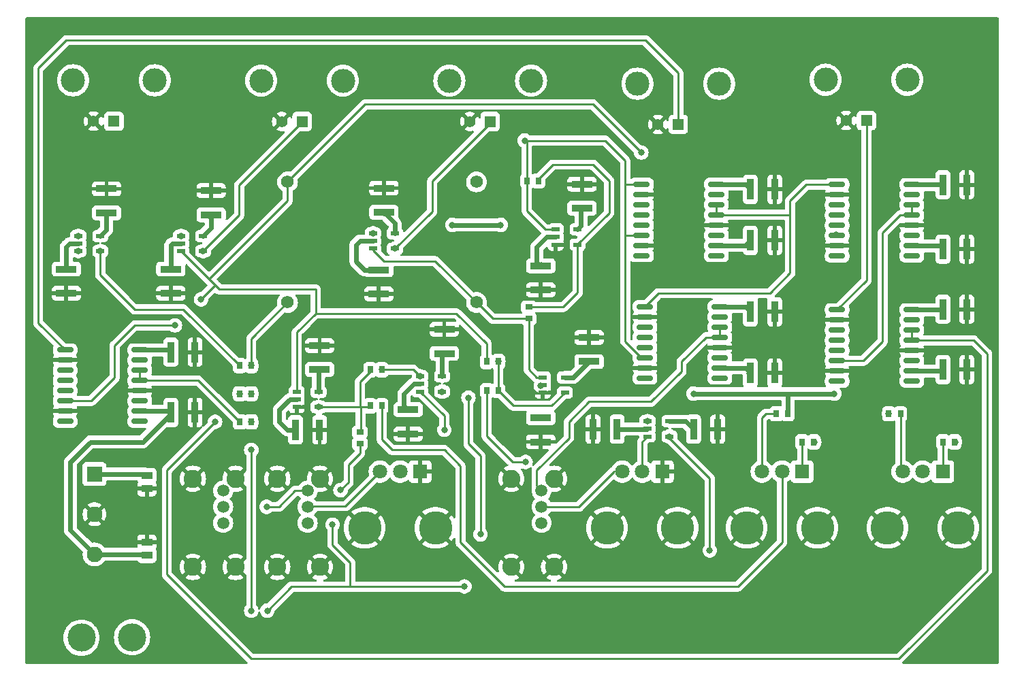
<source format=gbr>
%TF.GenerationSoftware,KiCad,Pcbnew,8.0.5*%
%TF.CreationDate,2024-10-09T14:13:09+02:00*%
%TF.ProjectId,ElectronicVdP,456c6563-7472-46f6-9e69-635664502e6b,v 1.0*%
%TF.SameCoordinates,Original*%
%TF.FileFunction,Copper,L1,Top*%
%TF.FilePolarity,Positive*%
%FSLAX46Y46*%
G04 Gerber Fmt 4.6, Leading zero omitted, Abs format (unit mm)*
G04 Created by KiCad (PCBNEW 8.0.5) date 2024-10-09 14:13:09*
%MOMM*%
%LPD*%
G01*
G04 APERTURE LIST*
G04 Aperture macros list*
%AMRoundRect*
0 Rectangle with rounded corners*
0 $1 Rounding radius*
0 $2 $3 $4 $5 $6 $7 $8 $9 X,Y pos of 4 corners*
0 Add a 4 corners polygon primitive as box body*
4,1,4,$2,$3,$4,$5,$6,$7,$8,$9,$2,$3,0*
0 Add four circle primitives for the rounded corners*
1,1,$1+$1,$2,$3*
1,1,$1+$1,$4,$5*
1,1,$1+$1,$6,$7*
1,1,$1+$1,$8,$9*
0 Add four rect primitives between the rounded corners*
20,1,$1+$1,$2,$3,$4,$5,0*
20,1,$1+$1,$4,$5,$6,$7,0*
20,1,$1+$1,$6,$7,$8,$9,0*
20,1,$1+$1,$8,$9,$2,$3,0*%
G04 Aperture macros list end*
%TA.AperFunction,SMDPad,CuDef*%
%ADD10R,0.977900X0.508000*%
%TD*%
%TA.AperFunction,ComponentPad*%
%ADD11C,1.500000*%
%TD*%
%TA.AperFunction,ComponentPad*%
%ADD12C,2.250000*%
%TD*%
%TA.AperFunction,SMDPad,CuDef*%
%ADD13R,0.650000X0.900000*%
%TD*%
%TA.AperFunction,SMDPad,CuDef*%
%ADD14R,0.900000X0.650000*%
%TD*%
%TA.AperFunction,ComponentPad*%
%ADD15R,1.800000X1.800000*%
%TD*%
%TA.AperFunction,ComponentPad*%
%ADD16C,1.800000*%
%TD*%
%TA.AperFunction,ComponentPad*%
%ADD17C,4.155000*%
%TD*%
%TA.AperFunction,ComponentPad*%
%ADD18R,1.400000X1.400000*%
%TD*%
%TA.AperFunction,ComponentPad*%
%ADD19C,1.400000*%
%TD*%
%TA.AperFunction,ComponentPad*%
%ADD20C,3.000000*%
%TD*%
%TA.AperFunction,ComponentPad*%
%ADD21R,1.950000X1.950000*%
%TD*%
%TA.AperFunction,ComponentPad*%
%ADD22C,1.950000*%
%TD*%
%TA.AperFunction,SMDPad,CuDef*%
%ADD23R,0.840000X2.640000*%
%TD*%
%TA.AperFunction,SMDPad,CuDef*%
%ADD24R,1.390000X0.910000*%
%TD*%
%TA.AperFunction,SMDPad,CuDef*%
%ADD25R,2.640000X0.840000*%
%TD*%
%TA.AperFunction,ComponentPad*%
%ADD26C,1.575000*%
%TD*%
%TA.AperFunction,SMDPad,CuDef*%
%ADD27RoundRect,0.150000X-0.875000X-0.150000X0.875000X-0.150000X0.875000X0.150000X-0.875000X0.150000X0*%
%TD*%
%TA.AperFunction,ViaPad*%
%ADD28C,0.800000*%
%TD*%
%TA.AperFunction,ViaPad*%
%ADD29C,3.500000*%
%TD*%
%TA.AperFunction,Conductor*%
%ADD30C,0.250000*%
%TD*%
%TA.AperFunction,Conductor*%
%ADD31C,0.600000*%
%TD*%
G04 APERTURE END LIST*
D10*
%TO.P,U11,1,OUT*%
%TO.N,VR4*%
X53989850Y-103364999D03*
%TO.P,U11,2,V-*%
%TO.N,-15V*%
X53989850Y-104315000D03*
%TO.P,U11,3,+IN*%
%TO.N,Net-(J1-SIGNAL)*%
X53989850Y-105265001D03*
%TO.P,U11,4,-IN*%
%TO.N,VR4*%
X56720350Y-105265001D03*
%TO.P,U11,5,V+*%
%TO.N,+15V*%
X56720350Y-103364999D03*
%TD*%
%TO.P,U10,1,OUT*%
%TO.N,Net-(J2-SIGNAL)*%
X66769550Y-103364999D03*
%TO.P,U10,2,V-*%
%TO.N,-15V*%
X66769550Y-104315000D03*
%TO.P,U10,3,+IN*%
%TO.N,V*%
X66769550Y-105265001D03*
%TO.P,U10,4,-IN*%
%TO.N,Net-(J2-SIGNAL)*%
X69500050Y-105265001D03*
%TO.P,U10,5,V+*%
%TO.N,+15V*%
X69500050Y-103364999D03*
%TD*%
%TO.P,U9,1,OUT*%
%TO.N,Net-(J3-SIGNAL)*%
X90634750Y-103049999D03*
%TO.P,U9,2,V-*%
%TO.N,-15V*%
X90634750Y-104000000D03*
%TO.P,U9,3,+IN*%
%TO.N,x*%
X90634750Y-104950001D03*
%TO.P,U9,4,-IN*%
%TO.N,Net-(J3-SIGNAL)*%
X93365250Y-104950001D03*
%TO.P,U9,5,V+*%
%TO.N,+15V*%
X93365250Y-103049999D03*
%TD*%
%TO.P,U8,1,OUT*%
%TO.N,VR3*%
X124769550Y-126424999D03*
%TO.P,U8,2,V-*%
%TO.N,-15V*%
X124769550Y-127375000D03*
%TO.P,U8,3,+IN*%
%TO.N,Net-(P3-WIPER)*%
X124769550Y-128325001D03*
%TO.P,U8,4,-IN*%
%TO.N,VR3*%
X127500050Y-128325001D03*
%TO.P,U8,5,V+*%
%TO.N,+15V*%
X127500050Y-126424999D03*
%TD*%
%TO.P,U7,1,OUT*%
%TO.N,VR2*%
X96500050Y-120834999D03*
%TO.P,U7,2,V-*%
%TO.N,-15V*%
X96500050Y-121785000D03*
%TO.P,U7,3,+IN*%
%TO.N,Net-(P2-WIPER)*%
X96500050Y-122735001D03*
%TO.P,U7,4,-IN*%
%TO.N,VR2*%
X99230550Y-122735001D03*
%TO.P,U7,5,V+*%
%TO.N,+15V*%
X99230550Y-120834999D03*
%TD*%
%TO.P,U3,1,OUT*%
%TO.N,-x*%
X113355050Y-102554999D03*
%TO.P,U3,2,V-*%
%TO.N,-15V*%
X113355050Y-103505000D03*
%TO.P,U3,3,+IN*%
%TO.N,GND*%
X113355050Y-104455001D03*
%TO.P,U3,4,-IN*%
%TO.N,Net-(U3--IN)*%
X116085550Y-104455001D03*
%TO.P,U3,5,V+*%
%TO.N,+15V*%
X116085550Y-102554999D03*
%TD*%
%TO.P,U2,1,OUT*%
%TO.N,x*%
X111769550Y-120969999D03*
%TO.P,U2,2,V-*%
%TO.N,-15V*%
X111769550Y-121920000D03*
%TO.P,U2,3,+IN*%
%TO.N,GND*%
X111769550Y-122870001D03*
%TO.P,U2,4,-IN*%
%TO.N,Net-(U2--IN)*%
X114500050Y-122870001D03*
%TO.P,U2,5,V+*%
%TO.N,+15V*%
X114500050Y-120969999D03*
%TD*%
%TO.P,U1,1,OUT*%
%TO.N,V*%
X81134750Y-122764999D03*
%TO.P,U1,2,V-*%
%TO.N,-15V*%
X81134750Y-123715000D03*
%TO.P,U1,3,+IN*%
%TO.N,GND*%
X81134750Y-124665001D03*
%TO.P,U1,4,-IN*%
%TO.N,Net-(U1--IN)*%
X83865250Y-124665001D03*
%TO.P,U1,5,V+*%
%TO.N,+15V*%
X83865250Y-122764999D03*
%TD*%
D11*
%TO.P,S4,1,NC*%
%TO.N,-x*%
X72000000Y-135075000D03*
%TO.P,S4,2,COM*%
%TO.N,Net-(S2-NC)*%
X72000000Y-137075000D03*
%TO.P,S4,3,NO*%
%TO.N,x*%
X72000000Y-139075000D03*
D12*
%TO.P,S4,MH1,MH1*%
%TO.N,GND*%
X73550000Y-133575000D03*
%TO.P,S4,MH2,MH2*%
X73550000Y-144575000D03*
%TO.P,S4,MH3,MH3*%
X68250000Y-133575000D03*
%TO.P,S4,MH4,MH4*%
X68250000Y-144575000D03*
%TD*%
D11*
%TO.P,S3,1,NC*%
%TO.N,x\u00B3*%
X111600000Y-135075000D03*
%TO.P,S3,2,COM*%
%TO.N,Net-(P3-CW)*%
X111600000Y-137075000D03*
%TO.P,S3,3,NO*%
%TO.N,+15V*%
X111600000Y-139075000D03*
D12*
%TO.P,S3,MH1,MH1*%
%TO.N,GND*%
X113150000Y-133575000D03*
%TO.P,S3,MH2,MH2*%
X113150000Y-144575000D03*
%TO.P,S3,MH3,MH3*%
X107850000Y-133575000D03*
%TO.P,S3,MH4,MH4*%
X107850000Y-144575000D03*
%TD*%
D11*
%TO.P,S2,1,NC*%
%TO.N,Net-(S2-NC)*%
X82500000Y-135075000D03*
%TO.P,S2,2,COM*%
%TO.N,Net-(P2-CW)*%
X82500000Y-137075000D03*
%TO.P,S2,3,NO*%
%TO.N,+15V*%
X82500000Y-139075000D03*
D12*
%TO.P,S2,MH1,MH1*%
%TO.N,GND*%
X84050000Y-133575000D03*
%TO.P,S2,MH2,MH2*%
X84050000Y-144575000D03*
%TO.P,S2,MH3,MH3*%
X78750000Y-133575000D03*
%TO.P,S2,MH4,MH4*%
X78750000Y-144575000D03*
%TD*%
D13*
%TO.P,R14,1,1*%
%TO.N,Net-(P4-CW)*%
X156225000Y-125500000D03*
%TO.P,R14,2,2*%
%TO.N,+15V*%
X154775000Y-125500000D03*
%TD*%
%TO.P,R13,1,1*%
%TO.N,Net-(P4-CCW)*%
X161500000Y-129000000D03*
%TO.P,R13,2,2*%
%TO.N,-15V*%
X162950000Y-129000000D03*
%TD*%
%TO.P,R12,1,1*%
%TO.N,Net-(P1-CW)*%
X140775000Y-125500000D03*
%TO.P,R12,2,2*%
%TO.N,+15V*%
X142225000Y-125500000D03*
%TD*%
%TO.P,R11,1,1*%
%TO.N,Net-(P1-CCW)*%
X144000000Y-129000000D03*
%TO.P,R11,2,2*%
%TO.N,-15V*%
X145450000Y-129000000D03*
%TD*%
%TO.P,R10,1,1*%
%TO.N,vo*%
X104775000Y-122620000D03*
%TO.P,R10,2,2*%
%TO.N,Net-(U2--IN)*%
X106225000Y-122620000D03*
%TD*%
%TO.P,R9,1,1*%
%TO.N,Net-(U1--IN)*%
X90275000Y-124500000D03*
%TO.P,R9,2,2*%
%TO.N,xo*%
X91725000Y-124500000D03*
%TD*%
%TO.P,R8,1,1*%
%TO.N,Net-(U1--IN)*%
X75500000Y-123016666D03*
%TO.P,R8,2,2*%
%TO.N,VR8*%
X74050000Y-123016666D03*
%TD*%
%TO.P,R7,1,1*%
%TO.N,-x*%
X109775000Y-96520000D03*
%TO.P,R7,2,2*%
%TO.N,Net-(U3--IN)*%
X111225000Y-96520000D03*
%TD*%
D14*
%TO.P,R6,1,1*%
%TO.N,x*%
X110000000Y-113665000D03*
%TO.P,R6,2,2*%
%TO.N,Net-(U3--IN)*%
X110000000Y-112215000D03*
%TD*%
D13*
%TO.P,R5,1,1*%
%TO.N,V*%
X104775000Y-119000000D03*
%TO.P,R5,2,2*%
%TO.N,Net-(U2--IN)*%
X106225000Y-119000000D03*
%TD*%
%TO.P,R4,1,1*%
%TO.N,Net-(U1--IN)*%
X75500000Y-119500000D03*
%TO.P,R4,2,2*%
%TO.N,VR4*%
X74050000Y-119500000D03*
%TD*%
D14*
%TO.P,R3,1,1*%
%TO.N,Net-(U1--IN)*%
X89000000Y-127775000D03*
%TO.P,R3,2,2*%
%TO.N,VR3*%
X89000000Y-129225000D03*
%TD*%
D13*
%TO.P,R2,1,1*%
%TO.N,Net-(U1--IN)*%
X90275000Y-120015000D03*
%TO.P,R2,2,2*%
%TO.N,VR2*%
X91725000Y-120015000D03*
%TD*%
%TO.P,R1,1,1*%
%TO.N,Net-(U1--IN)*%
X75500000Y-126500000D03*
%TO.P,R1,2,2*%
%TO.N,VR1*%
X74050000Y-126500000D03*
%TD*%
D15*
%TO.P,P4,1,CCW*%
%TO.N,Net-(P4-CCW)*%
X161500000Y-132700000D03*
D16*
%TO.P,P4,2,WIPER*%
%TO.N,vo*%
X159000000Y-132700000D03*
%TO.P,P4,3,CW*%
%TO.N,Net-(P4-CW)*%
X156500000Y-132700000D03*
D17*
%TO.P,P4,MH1,MH1*%
%TO.N,GND*%
X163400000Y-139700000D03*
%TO.P,P4,MH2,MH2*%
X154600000Y-139700000D03*
%TD*%
D15*
%TO.P,P3,1,CCW*%
%TO.N,GND*%
X126635000Y-132700000D03*
D16*
%TO.P,P3,2,WIPER*%
%TO.N,Net-(P3-WIPER)*%
X124135000Y-132700000D03*
%TO.P,P3,3,CW*%
%TO.N,Net-(P3-CW)*%
X121635000Y-132700000D03*
D17*
%TO.P,P3,MH1,MH1*%
%TO.N,GND*%
X128535000Y-139700000D03*
%TO.P,P3,MH2,MH2*%
X119735000Y-139700000D03*
%TD*%
D15*
%TO.P,P2,1,CCW*%
%TO.N,GND*%
X96500000Y-132700000D03*
D16*
%TO.P,P2,2,WIPER*%
%TO.N,Net-(P2-WIPER)*%
X94000000Y-132700000D03*
%TO.P,P2,3,CW*%
%TO.N,Net-(P2-CW)*%
X91500000Y-132700000D03*
D17*
%TO.P,P2,MH1,MH1*%
%TO.N,GND*%
X98400000Y-139700000D03*
%TO.P,P2,MH2,MH2*%
X89600000Y-139700000D03*
%TD*%
D15*
%TO.P,P1,1,CCW*%
%TO.N,Net-(P1-CCW)*%
X144000000Y-132700000D03*
D16*
%TO.P,P1,2,WIPER*%
%TO.N,xo*%
X141500000Y-132700000D03*
%TO.P,P1,3,CW*%
%TO.N,Net-(P1-CW)*%
X139000000Y-132700000D03*
D17*
%TO.P,P1,MH1,MH1*%
%TO.N,GND*%
X145900000Y-139700000D03*
%TO.P,P1,MH2,MH2*%
X137100000Y-139700000D03*
%TD*%
D18*
%TO.P,J6,1,SIGNAL*%
%TO.N,Net-(J6-SIGNAL)*%
X152000000Y-89000000D03*
D19*
%TO.P,J6,2,GROUND*%
%TO.N,GND*%
X149460000Y-89000000D03*
D20*
%TO.P,J6,MH1,MH1*%
%TO.N,unconnected-(J6-PadMH1)*%
X157080000Y-83920000D03*
%TO.P,J6,MH2,MH2*%
%TO.N,unconnected-(J6-PadMH2)*%
X146920000Y-83920000D03*
%TD*%
D18*
%TO.P,J5,1,SIGNAL*%
%TO.N,Net-(J5-SIGNAL)*%
X128605000Y-89500000D03*
D19*
%TO.P,J5,2,GROUND*%
%TO.N,GND*%
X126065000Y-89500000D03*
D20*
%TO.P,J5,MH1,MH1*%
%TO.N,unconnected-(J5-PadMH1)*%
X133685000Y-84420000D03*
%TO.P,J5,MH2,MH2*%
%TO.N,unconnected-(J5-PadMH2)*%
X123525000Y-84420000D03*
%TD*%
D21*
%TO.P,J4,1,1*%
%TO.N,+15V*%
X56000000Y-133000000D03*
D22*
%TO.P,J4,2,2*%
%TO.N,GND*%
X56000000Y-138000000D03*
%TO.P,J4,3,3*%
%TO.N,-15V*%
X56000000Y-143000000D03*
%TD*%
D18*
%TO.P,J3,1,SIGNAL*%
%TO.N,Net-(J3-SIGNAL)*%
X105210000Y-89120000D03*
D19*
%TO.P,J3,2,GROUND*%
%TO.N,GND*%
X102670000Y-89120000D03*
D20*
%TO.P,J3,MH1,MH1*%
%TO.N,unconnected-(J3-PadMH1)*%
X110290000Y-84040000D03*
%TO.P,J3,MH2,MH2*%
%TO.N,unconnected-(J3-PadMH2)*%
X100130000Y-84040000D03*
%TD*%
D18*
%TO.P,J2,1,SIGNAL*%
%TO.N,Net-(J2-SIGNAL)*%
X81815000Y-89120000D03*
D19*
%TO.P,J2,2,GROUND*%
%TO.N,GND*%
X79275000Y-89120000D03*
D20*
%TO.P,J2,MH1,MH1*%
%TO.N,unconnected-(J2-PadMH1)*%
X86895000Y-84040000D03*
%TO.P,J2,MH2,MH2*%
%TO.N,unconnected-(J2-PadMH2)*%
X76735000Y-84040000D03*
%TD*%
D18*
%TO.P,J1,1,SIGNAL*%
%TO.N,Net-(J1-SIGNAL)*%
X58420000Y-89080000D03*
D19*
%TO.P,J1,2,GROUND*%
%TO.N,GND*%
X55880000Y-89080000D03*
D20*
%TO.P,J1,MH1,MH1*%
%TO.N,unconnected-(J1-PadMH1)*%
X63500000Y-84000000D03*
%TO.P,J1,MH2,MH2*%
%TO.N,unconnected-(J1-PadMH2)*%
X53340000Y-84000000D03*
%TD*%
D23*
%TO.P,C30,1*%
%TO.N,GND*%
X164500000Y-112500000D03*
%TO.P,C30,2*%
%TO.N,+15V*%
X161500000Y-112500000D03*
%TD*%
D24*
%TO.P,C29,1,1*%
%TO.N,-15V*%
X62525000Y-143115000D03*
%TO.P,C29,2,2*%
%TO.N,GND*%
X62525000Y-141475000D03*
%TD*%
%TO.P,C28,1,1*%
%TO.N,GND*%
X62525000Y-134820000D03*
%TO.P,C28,2,2*%
%TO.N,+15V*%
X62525000Y-133180000D03*
%TD*%
D23*
%TO.P,C27,1*%
%TO.N,-15V*%
X161500000Y-120000000D03*
%TO.P,C27,2*%
%TO.N,GND*%
X164500000Y-120000000D03*
%TD*%
%TO.P,C26,1*%
%TO.N,GND*%
X68500000Y-117835000D03*
%TO.P,C26,2*%
%TO.N,+15V*%
X65500000Y-117835000D03*
%TD*%
%TO.P,C25,1*%
%TO.N,-15V*%
X65500000Y-125335000D03*
%TO.P,C25,2*%
%TO.N,GND*%
X68500000Y-125335000D03*
%TD*%
D25*
%TO.P,C24,1*%
%TO.N,GND*%
X116625300Y-96925000D03*
%TO.P,C24,2*%
%TO.N,+15V*%
X116625300Y-99925000D03*
%TD*%
%TO.P,C23,1*%
%TO.N,-15V*%
X111500000Y-107085000D03*
%TO.P,C23,2*%
%TO.N,GND*%
X111500000Y-110085000D03*
%TD*%
%TO.P,C22,1*%
%TO.N,-15V*%
X111500000Y-126000000D03*
%TO.P,C22,2*%
%TO.N,GND*%
X111500000Y-129000000D03*
%TD*%
%TO.P,C21,1*%
%TO.N,GND*%
X117500000Y-116000000D03*
%TO.P,C21,2*%
%TO.N,+15V*%
X117500000Y-119000000D03*
%TD*%
D23*
%TO.P,C20,1*%
%TO.N,-15V*%
X81000000Y-127500000D03*
%TO.P,C20,2*%
%TO.N,GND*%
X84000000Y-127500000D03*
%TD*%
D25*
%TO.P,C19,1*%
%TO.N,GND*%
X84000000Y-117000000D03*
%TO.P,C19,2*%
%TO.N,+15V*%
X84000000Y-120000000D03*
%TD*%
%TO.P,C18,1*%
%TO.N,-15V*%
X91365000Y-107580000D03*
%TO.P,C18,2*%
%TO.N,GND*%
X91365000Y-110580000D03*
%TD*%
%TO.P,C17,1*%
%TO.N,GND*%
X92000000Y-97420000D03*
%TO.P,C17,2*%
%TO.N,+15V*%
X92000000Y-100420000D03*
%TD*%
%TO.P,C16,1*%
%TO.N,-15V*%
X65500000Y-107500000D03*
%TO.P,C16,2*%
%TO.N,GND*%
X65500000Y-110500000D03*
%TD*%
%TO.P,C15,1*%
%TO.N,GND*%
X70500000Y-97735000D03*
%TO.P,C15,2*%
%TO.N,+15V*%
X70500000Y-100735000D03*
%TD*%
%TO.P,C14,1*%
%TO.N,GND*%
X57500000Y-97500000D03*
%TO.P,C14,2*%
%TO.N,+15V*%
X57500000Y-100500000D03*
%TD*%
%TO.P,C13,1*%
%TO.N,-15V*%
X52500000Y-107500000D03*
%TO.P,C13,2*%
%TO.N,GND*%
X52500000Y-110500000D03*
%TD*%
D23*
%TO.P,C12,1*%
%TO.N,-15V*%
X137580000Y-103910000D03*
%TO.P,C12,2*%
%TO.N,GND*%
X140580000Y-103910000D03*
%TD*%
%TO.P,C11,1*%
%TO.N,GND*%
X140580000Y-97560000D03*
%TO.P,C11,2*%
%TO.N,+15V*%
X137580000Y-97560000D03*
%TD*%
%TO.P,C10,1*%
%TO.N,GND*%
X140580000Y-112800000D03*
%TO.P,C10,2*%
%TO.N,+15V*%
X137580000Y-112800000D03*
%TD*%
%TO.P,C9,1*%
%TO.N,-15V*%
X137580000Y-120420000D03*
%TO.P,C9,2*%
%TO.N,GND*%
X140580000Y-120420000D03*
%TD*%
%TO.P,C8,1*%
%TO.N,GND*%
X133500000Y-127425000D03*
%TO.P,C8,2*%
%TO.N,+15V*%
X130500000Y-127425000D03*
%TD*%
%TO.P,C7,1*%
%TO.N,-15V*%
X121000000Y-127425000D03*
%TO.P,C7,2*%
%TO.N,GND*%
X118000000Y-127425000D03*
%TD*%
D25*
%TO.P,C6,1*%
%TO.N,GND*%
X99500000Y-115000000D03*
%TO.P,C6,2*%
%TO.N,+15V*%
X99500000Y-118000000D03*
%TD*%
%TO.P,C5,1*%
%TO.N,-15V*%
X95000000Y-125000000D03*
%TO.P,C5,2*%
%TO.N,GND*%
X95000000Y-128000000D03*
%TD*%
D23*
%TO.P,C4,1*%
%TO.N,GND*%
X164500000Y-97000000D03*
%TO.P,C4,2*%
%TO.N,+15V*%
X161500000Y-97000000D03*
%TD*%
%TO.P,C3,1*%
%TO.N,-15V*%
X161500000Y-105000000D03*
%TO.P,C3,2*%
%TO.N,GND*%
X164500000Y-105000000D03*
%TD*%
D26*
%TO.P,C2,1,1*%
%TO.N,x*%
X103505000Y-111640000D03*
%TO.P,C2,2,2*%
%TO.N,Net-(U2--IN)*%
X103505000Y-96640000D03*
%TD*%
%TO.P,C1,1,1*%
%TO.N,V*%
X80010000Y-96640000D03*
%TO.P,C1,2,2*%
%TO.N,Net-(U1--IN)*%
X80010000Y-111640000D03*
%TD*%
D27*
%TO.P,U5,1,X_{1}*%
%TO.N,Net-(U12-X_{1})*%
X124470000Y-112165000D03*
%TO.P,U5,2,X_{2}*%
%TO.N,GND*%
X124470000Y-113435000D03*
%TO.P,U5,3,NC*%
%TO.N,unconnected-(U5-NC-Pad3)*%
X124470000Y-114705000D03*
%TO.P,U5,4,SF*%
%TO.N,unconnected-(U5-SF-Pad4)*%
X124470000Y-115975000D03*
%TO.P,U5,5,NC*%
%TO.N,unconnected-(U5-NC-Pad5)*%
X124470000Y-117245000D03*
%TO.P,U5,6,Y_{1}*%
%TO.N,-x*%
X124470000Y-118515000D03*
%TO.P,U5,7,Y_{2}*%
%TO.N,GND*%
X124470000Y-119785000D03*
%TO.P,U5,8,NC*%
%TO.N,unconnected-(U5-NC-Pad8)*%
X124470000Y-121055000D03*
%TO.P,U5,9,NC*%
%TO.N,unconnected-(U5-NC-Pad9)*%
X133770000Y-121055000D03*
%TO.P,U5,10,-V_{S}*%
%TO.N,-15V*%
X133770000Y-119785000D03*
%TO.P,U5,11,NC*%
%TO.N,unconnected-(U5-NC-Pad11)*%
X133770000Y-118515000D03*
%TO.P,U5,12,Z_{2}*%
%TO.N,GND*%
X133770000Y-117245000D03*
%TO.P,U5,13,Z_{1}*%
%TO.N,x\u00B3*%
X133770000Y-115975000D03*
%TO.P,U5,14,V_{O}*%
X133770000Y-114705000D03*
%TO.P,U5,15,NC*%
%TO.N,unconnected-(U5-NC-Pad15)*%
X133770000Y-113435000D03*
%TO.P,U5,16,+V_{S}*%
%TO.N,+15V*%
X133770000Y-112165000D03*
%TD*%
%TO.P,U12,1,X_{1}*%
%TO.N,Net-(U12-X_{1})*%
X148350000Y-96980000D03*
%TO.P,U12,2,X_{2}*%
%TO.N,GND*%
X148350000Y-98250000D03*
%TO.P,U12,3,NC*%
%TO.N,unconnected-(U12-NC-Pad3)*%
X148350000Y-99520000D03*
%TO.P,U12,4,SF*%
%TO.N,unconnected-(U12-SF-Pad4)*%
X148350000Y-100790000D03*
%TO.P,U12,5,NC*%
%TO.N,unconnected-(U12-NC-Pad5)*%
X148350000Y-102060000D03*
%TO.P,U12,6,Y_{1}*%
%TO.N,V*%
X148350000Y-103330000D03*
%TO.P,U12,7,Y_{2}*%
%TO.N,GND*%
X148350000Y-104600000D03*
%TO.P,U12,8,NC*%
%TO.N,unconnected-(U12-NC-Pad8)*%
X148350000Y-105870000D03*
%TO.P,U12,9,NC*%
%TO.N,unconnected-(U12-NC-Pad9)*%
X157650000Y-105870000D03*
%TO.P,U12,10,-V_{S}*%
%TO.N,-15V*%
X157650000Y-104600000D03*
%TO.P,U12,11,NC*%
%TO.N,unconnected-(U12-NC-Pad11)*%
X157650000Y-103330000D03*
%TO.P,U12,12,Z_{2}*%
%TO.N,GND*%
X157650000Y-102060000D03*
%TO.P,U12,13,Z_{1}*%
%TO.N,x\u00B2v*%
X157650000Y-100790000D03*
%TO.P,U12,14,V_{O}*%
X157650000Y-99520000D03*
%TO.P,U12,15,NC*%
%TO.N,unconnected-(U12-NC-Pad15)*%
X157650000Y-98250000D03*
%TO.P,U12,16,+V_{S}*%
%TO.N,+15V*%
X157650000Y-96980000D03*
%TD*%
%TO.P,U13,1,X_{1}*%
%TO.N,Net-(J6-SIGNAL)*%
X148350000Y-112555000D03*
%TO.P,U13,2,X_{2}*%
%TO.N,GND*%
X148350000Y-113825000D03*
%TO.P,U13,3,NC*%
%TO.N,unconnected-(U13-NC-Pad3)*%
X148350000Y-115095000D03*
%TO.P,U13,4,SF*%
%TO.N,unconnected-(U13-SF-Pad4)*%
X148350000Y-116365000D03*
%TO.P,U13,5,NC*%
%TO.N,unconnected-(U13-NC-Pad5)*%
X148350000Y-117635000D03*
%TO.P,U13,6,Y_{1}*%
%TO.N,x\u00B2v*%
X148350000Y-118905000D03*
%TO.P,U13,7,Y_{2}*%
%TO.N,GND*%
X148350000Y-120175000D03*
%TO.P,U13,8,NC*%
%TO.N,unconnected-(U13-NC-Pad8)*%
X148350000Y-121445000D03*
%TO.P,U13,9,NC*%
%TO.N,unconnected-(U13-NC-Pad9)*%
X157650000Y-121445000D03*
%TO.P,U13,10,-V_{S}*%
%TO.N,-15V*%
X157650000Y-120175000D03*
%TO.P,U13,11,NC*%
%TO.N,unconnected-(U13-NC-Pad11)*%
X157650000Y-118905000D03*
%TO.P,U13,12,Z_{2}*%
%TO.N,GND*%
X157650000Y-117635000D03*
%TO.P,U13,13,Z_{1}*%
%TO.N,VR8*%
X157650000Y-116365000D03*
%TO.P,U13,14,V_{O}*%
X157650000Y-115095000D03*
%TO.P,U13,15,NC*%
%TO.N,unconnected-(U13-NC-Pad15)*%
X157650000Y-113825000D03*
%TO.P,U13,16,+V_{S}*%
%TO.N,+15V*%
X157650000Y-112555000D03*
%TD*%
%TO.P,U6,1,X_{1}*%
%TO.N,Net-(J5-SIGNAL)*%
X52350000Y-117555000D03*
%TO.P,U6,2,X_{2}*%
%TO.N,GND*%
X52350000Y-118825000D03*
%TO.P,U6,3,NC*%
%TO.N,unconnected-(U6-NC-Pad3)*%
X52350000Y-120095000D03*
%TO.P,U6,4,SF*%
%TO.N,unconnected-(U6-SF-Pad4)*%
X52350000Y-121365000D03*
%TO.P,U6,5,NC*%
%TO.N,unconnected-(U6-NC-Pad5)*%
X52350000Y-122635000D03*
%TO.P,U6,6,Y_{1}*%
%TO.N,V*%
X52350000Y-123905000D03*
%TO.P,U6,7,Y_{2}*%
%TO.N,GND*%
X52350000Y-125175000D03*
%TO.P,U6,8,NC*%
%TO.N,unconnected-(U6-NC-Pad8)*%
X52350000Y-126445000D03*
%TO.P,U6,9,NC*%
%TO.N,unconnected-(U6-NC-Pad9)*%
X61650000Y-126445000D03*
%TO.P,U6,10,-V_{S}*%
%TO.N,-15V*%
X61650000Y-125175000D03*
%TO.P,U6,11,NC*%
%TO.N,unconnected-(U6-NC-Pad11)*%
X61650000Y-123905000D03*
%TO.P,U6,12,Z_{2}*%
%TO.N,GND*%
X61650000Y-122635000D03*
%TO.P,U6,13,Z_{1}*%
%TO.N,VR1*%
X61650000Y-121365000D03*
%TO.P,U6,14,V_{O}*%
X61650000Y-120095000D03*
%TO.P,U6,15,NC*%
%TO.N,unconnected-(U6-NC-Pad15)*%
X61650000Y-118825000D03*
%TO.P,U6,16,+V_{S}*%
%TO.N,+15V*%
X61650000Y-117555000D03*
%TD*%
%TO.P,U4,1,X_{1}*%
%TO.N,-x*%
X124040000Y-96925000D03*
%TO.P,U4,2,X_{2}*%
%TO.N,GND*%
X124040000Y-98195000D03*
%TO.P,U4,3,NC*%
%TO.N,unconnected-(U4-NC-Pad3)*%
X124040000Y-99465000D03*
%TO.P,U4,4,SF*%
%TO.N,unconnected-(U4-SF-Pad4)*%
X124040000Y-100735000D03*
%TO.P,U4,5,NC*%
%TO.N,unconnected-(U4-NC-Pad5)*%
X124040000Y-102005000D03*
%TO.P,U4,6,Y_{1}*%
%TO.N,-x*%
X124040000Y-103275000D03*
%TO.P,U4,7,Y_{2}*%
%TO.N,GND*%
X124040000Y-104545000D03*
%TO.P,U4,8,NC*%
%TO.N,unconnected-(U4-NC-Pad8)*%
X124040000Y-105815000D03*
%TO.P,U4,9,NC*%
%TO.N,unconnected-(U4-NC-Pad9)*%
X133340000Y-105815000D03*
%TO.P,U4,10,-V_{S}*%
%TO.N,-15V*%
X133340000Y-104545000D03*
%TO.P,U4,11,NC*%
%TO.N,unconnected-(U4-NC-Pad11)*%
X133340000Y-103275000D03*
%TO.P,U4,12,Z_{2}*%
%TO.N,GND*%
X133340000Y-102005000D03*
%TO.P,U4,13,Z_{1}*%
%TO.N,Net-(U12-X_{1})*%
X133340000Y-100735000D03*
%TO.P,U4,14,V_{O}*%
X133340000Y-99465000D03*
%TO.P,U4,15,NC*%
%TO.N,unconnected-(U4-NC-Pad15)*%
X133340000Y-98195000D03*
%TO.P,U4,16,+V_{S}*%
%TO.N,+15V*%
X133340000Y-96925000D03*
%TD*%
D28*
%TO.N,VR3*%
X85600000Y-139300000D03*
X86600000Y-135000000D03*
%TO.N,Net-(S2-NC)*%
X77400000Y-137075000D03*
%TO.N,GND*%
X112500000Y-99000000D03*
%TO.N,-15V*%
X137500000Y-120500000D03*
X81000000Y-127500000D03*
X163000000Y-129000000D03*
X121000000Y-127425000D03*
X111500000Y-126000000D03*
X111549700Y-107000000D03*
X137580000Y-103910000D03*
X65500000Y-125500000D03*
X161500000Y-120000000D03*
X91365000Y-107580000D03*
X52500000Y-107500000D03*
X95000000Y-125000000D03*
X161500000Y-105000000D03*
X65500000Y-107500000D03*
X111500000Y-122000000D03*
X145500000Y-129000000D03*
X62525000Y-143115000D03*
%TO.N,+15V*%
X100500000Y-102000000D03*
X148000000Y-123000000D03*
X62525000Y-133180000D03*
X117500000Y-119000000D03*
X92000000Y-100500000D03*
X99500000Y-118000000D03*
X65500000Y-117500000D03*
X137580000Y-97560000D03*
X161500000Y-97000000D03*
X57500000Y-100500000D03*
X84000000Y-120000000D03*
X70500000Y-101000000D03*
X161500000Y-112500000D03*
X106500000Y-102000000D03*
X130500000Y-127425000D03*
X116500000Y-100000000D03*
X130500000Y-123000000D03*
X154775000Y-125500000D03*
X137580000Y-112800000D03*
%TO.N,Net-(J1-SIGNAL)*%
X53989850Y-105265001D03*
%TO.N,Net-(J2-SIGNAL)*%
X69500050Y-105265001D03*
X66769550Y-103364999D03*
%TO.N,Net-(J3-SIGNAL)*%
X93365250Y-104950001D03*
X90634750Y-103049999D03*
%TO.N,Net-(U2--IN)*%
X106225000Y-119000000D03*
%TO.N,Net-(U1--IN)*%
X75500000Y-123016666D03*
X75500000Y-119500000D03*
X83865250Y-124665001D03*
X75500000Y-126533332D03*
%TO.N,V*%
X148250000Y-103250000D03*
X124000000Y-93000000D03*
X69250000Y-111250000D03*
X66000000Y-114500000D03*
%TO.N,x*%
X102500000Y-123500000D03*
X104000000Y-140500000D03*
%TO.N,-x*%
X109500000Y-91500000D03*
%TO.N,Net-(P2-WIPER)*%
X99500000Y-127500000D03*
%TO.N,VR2*%
X91725000Y-120015000D03*
D29*
X54380000Y-153378000D03*
D28*
X75500000Y-130000000D03*
X75500000Y-150000000D03*
X96500050Y-120834999D03*
X99230550Y-122735001D03*
D29*
%TO.N,VR3*%
X60682500Y-153318000D03*
D28*
X132500000Y-142500000D03*
X124769550Y-126424999D03*
X102000000Y-147000000D03*
X127500050Y-128325001D03*
X77500000Y-150000000D03*
%TO.N,VR4*%
X53989850Y-103364999D03*
X56720350Y-105265001D03*
%TO.N,VR8*%
X74050000Y-123016666D03*
X71000000Y-126500000D03*
%TO.N,vo*%
X109600000Y-131500000D03*
%TD*%
D30*
%TO.N,vo*%
X104775000Y-128275000D02*
X104775000Y-122620000D01*
X108000000Y-131500000D02*
X104775000Y-128275000D01*
X109600000Y-131500000D02*
X108000000Y-131500000D01*
%TO.N,VR2*%
X91725000Y-120015000D02*
X95680051Y-120015000D01*
X95680051Y-120015000D02*
X96500050Y-120834999D01*
X92809800Y-120015000D02*
X91725000Y-120015000D01*
%TO.N,Net-(U1--IN)*%
X89000000Y-121500000D02*
X89000000Y-124665001D01*
X90275000Y-120225000D02*
X89000000Y-121500000D01*
X90275000Y-120015000D02*
X90275000Y-120225000D01*
%TO.N,x\u00B3*%
X111000000Y-134475000D02*
X111600000Y-135075000D01*
X111000000Y-132500000D02*
X111000000Y-134475000D01*
X115000000Y-126500000D02*
X115000000Y-128500000D01*
X125200000Y-124000000D02*
X117500000Y-124000000D01*
X129000000Y-120200000D02*
X125200000Y-124000000D01*
X129000000Y-119000000D02*
X129000000Y-120200000D01*
X132025000Y-115975000D02*
X129000000Y-119000000D01*
X117500000Y-124000000D02*
X115000000Y-126500000D01*
X133770000Y-115975000D02*
X132025000Y-115975000D01*
X115000000Y-128500000D02*
X111000000Y-132500000D01*
%TO.N,VR3*%
X87800000Y-144000000D02*
X87800000Y-147000000D01*
X85600000Y-139300000D02*
X85600000Y-141800000D01*
X85600000Y-141800000D02*
X87800000Y-144000000D01*
X89000000Y-130400000D02*
X89000000Y-129225000D01*
X87600000Y-131800000D02*
X89000000Y-130400000D01*
X87600000Y-134000000D02*
X87600000Y-131800000D01*
X86600000Y-135000000D02*
X87600000Y-134000000D01*
X102000000Y-147000000D02*
X87800000Y-147000000D01*
X87800000Y-147000000D02*
X81000000Y-147000000D01*
%TO.N,Net-(S2-NC)*%
X80925000Y-135075000D02*
X82500000Y-135075000D01*
X78925000Y-137075000D02*
X80925000Y-135075000D01*
X77400000Y-137075000D02*
X78925000Y-137075000D01*
%TO.N,VR8*%
X167000000Y-118000000D02*
X165365000Y-116365000D01*
X165365000Y-116365000D02*
X157650000Y-116365000D01*
X156000000Y-156000000D02*
X167000000Y-145000000D01*
X65000000Y-145500000D02*
X75500000Y-156000000D01*
X167000000Y-145000000D02*
X167000000Y-118000000D01*
X65000000Y-132500000D02*
X65000000Y-145500000D01*
X75500000Y-156000000D02*
X156000000Y-156000000D01*
X71000000Y-126500000D02*
X65000000Y-132500000D01*
D31*
%TO.N,-15V*%
X53000000Y-131500000D02*
X53000000Y-140000000D01*
X53000000Y-140000000D02*
X56000000Y-143000000D01*
X55500000Y-129000000D02*
X53000000Y-131500000D01*
X65500000Y-125500000D02*
X62000000Y-129000000D01*
X62000000Y-129000000D02*
X55500000Y-129000000D01*
D30*
%TO.N,VR3*%
X81000000Y-147000000D02*
X80500000Y-147000000D01*
%TO.N,xo*%
X141500000Y-141500000D02*
X141500000Y-132700000D01*
X136000000Y-147000000D02*
X141500000Y-141500000D01*
X101500000Y-141500000D02*
X107000000Y-147000000D01*
X101500000Y-132000000D02*
X101500000Y-141500000D01*
X107000000Y-147000000D02*
X136000000Y-147000000D01*
X99500000Y-130000000D02*
X101500000Y-132000000D01*
X91725000Y-128725000D02*
X93000000Y-130000000D01*
X93000000Y-130000000D02*
X99500000Y-130000000D01*
X91725000Y-124500000D02*
X91725000Y-128725000D01*
%TO.N,VR2*%
X75500000Y-150000000D02*
X75500000Y-130000000D01*
D31*
%TO.N,-15V*%
X62765000Y-143115000D02*
X62880000Y-143000000D01*
X62525000Y-143115000D02*
X62765000Y-143115000D01*
D30*
%TO.N,Net-(P3-CW)*%
X116260000Y-137075000D02*
X120635000Y-132700000D01*
X111600000Y-137075000D02*
X116260000Y-137075000D01*
%TO.N,Net-(P2-CW)*%
X87200000Y-137000000D02*
X91500000Y-132700000D01*
X83000000Y-137000000D02*
X87200000Y-137000000D01*
%TO.N,VR3*%
X80500000Y-147000000D02*
X77500000Y-150000000D01*
D31*
%TO.N,-15V*%
X52900900Y-104315000D02*
X52500000Y-104715900D01*
X79000000Y-126500000D02*
X80000000Y-127500000D01*
X121000000Y-127425000D02*
X124719550Y-127425000D01*
X161100000Y-104600000D02*
X161500000Y-105000000D01*
X136945000Y-104545000D02*
X137580000Y-103910000D01*
X56000000Y-143000000D02*
X62410000Y-143000000D01*
X65680600Y-104315000D02*
X66769550Y-104315000D01*
X95000000Y-125000000D02*
X94500000Y-124500000D01*
X133770000Y-119785000D02*
X136945000Y-119785000D01*
X94500000Y-123000000D02*
X95715000Y-121785000D01*
X136945000Y-119785000D02*
X137580000Y-120420000D01*
X112266100Y-103505000D02*
X111000000Y-104771100D01*
X61650000Y-125175000D02*
X65340000Y-125175000D01*
X88500000Y-104500000D02*
X88500000Y-106500000D01*
X81134750Y-123715000D02*
X80285000Y-123715000D01*
X161325000Y-120175000D02*
X161500000Y-120000000D01*
X79000000Y-125000000D02*
X79000000Y-126500000D01*
X95715000Y-121785000D02*
X96500050Y-121785000D01*
X65500000Y-104495600D02*
X65680600Y-104315000D01*
X89580000Y-107580000D02*
X91365000Y-107580000D01*
X110500000Y-126000000D02*
X111500000Y-126000000D01*
X80000000Y-127500000D02*
X81000000Y-127500000D01*
X89000000Y-104000000D02*
X88500000Y-104500000D01*
X157650000Y-120175000D02*
X161325000Y-120175000D01*
X111000000Y-104771100D02*
X111000000Y-106585000D01*
X65340000Y-125175000D02*
X65500000Y-125335000D01*
X80285000Y-123715000D02*
X79000000Y-125000000D01*
X62410000Y-143000000D02*
X62525000Y-143115000D01*
X52500000Y-104715900D02*
X52500000Y-107500000D01*
X94500000Y-124500000D02*
X94500000Y-123000000D01*
X90634750Y-104000000D02*
X89000000Y-104000000D01*
X124719550Y-127425000D02*
X124769550Y-127375000D01*
X88500000Y-106500000D02*
X89580000Y-107580000D01*
X157650000Y-104600000D02*
X161100000Y-104600000D01*
X113355050Y-103505000D02*
X112266100Y-103505000D01*
X133340000Y-104545000D02*
X136945000Y-104545000D01*
X65500000Y-107500000D02*
X65500000Y-104495600D01*
X65500000Y-125500000D02*
X65500000Y-125335000D01*
X53989850Y-104315000D02*
X52900900Y-104315000D01*
X111000000Y-106585000D02*
X111500000Y-107085000D01*
%TO.N,+15V*%
X129499999Y-126424999D02*
X127500050Y-126424999D01*
X83865250Y-122764999D02*
X83865250Y-120134750D01*
X161445000Y-112555000D02*
X161500000Y-112500000D01*
X133770000Y-112165000D02*
X136945000Y-112165000D01*
X157650000Y-112555000D02*
X161445000Y-112555000D01*
X83865250Y-120134750D02*
X84000000Y-120000000D01*
X99230550Y-120834999D02*
X99230550Y-118269450D01*
X56000000Y-133000000D02*
X62345000Y-133000000D01*
X142500000Y-123000000D02*
X148000000Y-123000000D01*
X130500000Y-123000000D02*
X142500000Y-123000000D01*
X65445000Y-117555000D02*
X65500000Y-117500000D01*
X114500050Y-120969999D02*
X115530001Y-120969999D01*
X161480000Y-96980000D02*
X161500000Y-97000000D01*
X116500000Y-102140549D02*
X116085550Y-102554999D01*
X57500000Y-100500000D02*
X57500000Y-102585349D01*
X136945000Y-96925000D02*
X137580000Y-97560000D01*
X136945000Y-112165000D02*
X137580000Y-112800000D01*
X93365250Y-103049999D02*
X93365250Y-101785250D01*
X130500000Y-127425000D02*
X129499999Y-126424999D01*
X93365250Y-101785250D02*
X92000000Y-100420000D01*
X106500000Y-102000000D02*
X100500000Y-102000000D01*
X115530001Y-120969999D02*
X117500000Y-119000000D01*
X142225000Y-123275000D02*
X142500000Y-123000000D01*
X70500000Y-102365049D02*
X69500050Y-103364999D01*
X157650000Y-96980000D02*
X161480000Y-96980000D01*
X61650000Y-117555000D02*
X65445000Y-117555000D01*
X116500000Y-100000000D02*
X116500000Y-102140549D01*
X99230550Y-118269450D02*
X99500000Y-118000000D01*
X62345000Y-133000000D02*
X62525000Y-133180000D01*
X70500000Y-101000000D02*
X70500000Y-102365049D01*
X133340000Y-96925000D02*
X136945000Y-96925000D01*
X142225000Y-125500000D02*
X142225000Y-123275000D01*
X57500000Y-102585349D02*
X56720350Y-103364999D01*
D30*
%TO.N,Net-(J2-SIGNAL)*%
X69500050Y-105265001D02*
X74000000Y-100765051D01*
X81815000Y-89185000D02*
X81815000Y-89120000D01*
X74000000Y-100765051D02*
X74000000Y-97000000D01*
X74000000Y-97000000D02*
X81815000Y-89185000D01*
%TO.N,Net-(J3-SIGNAL)*%
X105210000Y-89290000D02*
X105210000Y-89120000D01*
X98000000Y-96500000D02*
X105210000Y-89290000D01*
X93365250Y-104950001D02*
X98000000Y-100315251D01*
X98000000Y-100315251D02*
X98000000Y-96500000D01*
%TO.N,Net-(U2--IN)*%
X108105000Y-124500000D02*
X112870051Y-124500000D01*
X112870051Y-124500000D02*
X114500050Y-122870001D01*
X106225000Y-122620000D02*
X106225000Y-119000000D01*
X106225000Y-122620000D02*
X108105000Y-124500000D01*
%TO.N,Net-(U3--IN)*%
X116085550Y-104414450D02*
X116085550Y-104455001D01*
X111225000Y-96520000D02*
X111225000Y-96275000D01*
X114285000Y-112215000D02*
X116085550Y-110414450D01*
X116085550Y-110414450D02*
X116085550Y-104455001D01*
X120000000Y-96500000D02*
X120000000Y-100500000D01*
X110000000Y-112215000D02*
X114285000Y-112215000D01*
X113000000Y-94500000D02*
X118000000Y-94500000D01*
X118000000Y-94500000D02*
X120000000Y-96500000D01*
X111225000Y-96275000D02*
X113000000Y-94500000D01*
X120000000Y-100500000D02*
X116085550Y-104414450D01*
%TO.N,Net-(J5-SIGNAL)*%
X52500000Y-79000000D02*
X49000000Y-82500000D01*
X128605000Y-83105000D02*
X124500000Y-79000000D01*
X49000000Y-82500000D02*
X49000000Y-114205000D01*
X128605000Y-89500000D02*
X128605000Y-83105000D01*
X49000000Y-114205000D02*
X52350000Y-117555000D01*
X124500000Y-79000000D02*
X52500000Y-79000000D01*
%TO.N,Net-(U1--IN)*%
X89000000Y-124665001D02*
X90294801Y-124665001D01*
X75500000Y-119500000D02*
X75500000Y-116150000D01*
X89114800Y-127775000D02*
X89114800Y-124779801D01*
X83865250Y-124665001D02*
X89000000Y-124665001D01*
X75500000Y-116150000D02*
X80010000Y-111640000D01*
X89114800Y-124779801D02*
X89000000Y-124665001D01*
%TO.N,V*%
X71002274Y-109497726D02*
X69250000Y-111250000D01*
X83500000Y-110000000D02*
X71504548Y-110000000D01*
X81134750Y-122764999D02*
X81134750Y-115365250D01*
X55595000Y-123905000D02*
X52350000Y-123905000D01*
X58500000Y-121000000D02*
X55595000Y-123905000D01*
X118000000Y-87000000D02*
X124000000Y-93000000D01*
X80010000Y-96640000D02*
X80010000Y-98990000D01*
X89650000Y-87000000D02*
X90000000Y-87000000D01*
X104775000Y-116775000D02*
X104775000Y-119000000D01*
X71002274Y-109497726D02*
X70252274Y-108747726D01*
X58500000Y-117000000D02*
X58500000Y-121000000D01*
X83500000Y-113000000D02*
X101000000Y-113000000D01*
X80010000Y-96640000D02*
X89650000Y-87000000D01*
X101000000Y-113000000D02*
X104775000Y-116775000D01*
X66000000Y-114500000D02*
X61000000Y-114500000D01*
X71504548Y-110000000D02*
X71002274Y-109497726D01*
X81134750Y-115365250D02*
X83500000Y-113000000D01*
X61000000Y-114500000D02*
X58500000Y-117000000D01*
X83500000Y-113000000D02*
X83500000Y-110000000D01*
X90000000Y-87000000D02*
X118000000Y-87000000D01*
X80010000Y-98990000D02*
X70252274Y-108747726D01*
X70252274Y-108747726D02*
X66769550Y-105265001D01*
%TO.N,x*%
X105530000Y-113665000D02*
X110000000Y-113665000D01*
X92000000Y-106500000D02*
X98365000Y-106500000D01*
X111769550Y-120969999D02*
X110969999Y-120969999D01*
X104000000Y-130750000D02*
X104000000Y-140500000D01*
X102500000Y-129250000D02*
X104000000Y-130750000D01*
X102500000Y-123500000D02*
X102500000Y-129250000D01*
X103505000Y-111640000D02*
X105530000Y-113665000D01*
X90634750Y-105134750D02*
X92000000Y-106500000D01*
X110969999Y-120969999D02*
X110000000Y-120000000D01*
X98365000Y-106500000D02*
X103505000Y-111640000D01*
X90634750Y-104950001D02*
X90634750Y-105134750D01*
X110000000Y-120000000D02*
X110000000Y-113665000D01*
%TO.N,-x*%
X109775000Y-91500000D02*
X119500000Y-91500000D01*
X113355050Y-102554999D02*
X112054999Y-102554999D01*
X124040000Y-96925000D02*
X122000000Y-96925000D01*
X109500000Y-91500000D02*
X109775000Y-91775000D01*
X124040000Y-103275000D02*
X122000000Y-103275000D01*
X122000000Y-116475908D02*
X124039092Y-118515000D01*
X109775000Y-94500000D02*
X109775000Y-91500000D01*
X122000000Y-96925000D02*
X122000000Y-116475908D01*
X122000000Y-94000000D02*
X122000000Y-96925000D01*
X109775000Y-100275000D02*
X109775000Y-96520000D01*
X112054999Y-102554999D02*
X109775000Y-100275000D01*
X124039092Y-118515000D02*
X124470000Y-118515000D01*
X119500000Y-91500000D02*
X122000000Y-94000000D01*
X109775000Y-91775000D02*
X109775000Y-96520000D01*
%TO.N,Net-(P2-WIPER)*%
X99500000Y-127500000D02*
X99500000Y-125734951D01*
X99500000Y-125734951D02*
X96500050Y-122735001D01*
%TO.N,Net-(P3-WIPER)*%
X124135000Y-128959551D02*
X124769550Y-128325001D01*
X124135000Y-132700000D02*
X124135000Y-128959551D01*
%TO.N,VR1*%
X61650000Y-121365000D02*
X68915000Y-121365000D01*
X61650000Y-120095000D02*
X61650000Y-121365000D01*
X68915000Y-121365000D02*
X74050000Y-126500000D01*
%TO.N,VR3*%
X132500000Y-133500000D02*
X132500000Y-142500000D01*
X127500050Y-128325001D02*
X127500050Y-128500050D01*
X127500050Y-128500050D02*
X132500000Y-133500000D01*
%TO.N,VR4*%
X56720350Y-108220350D02*
X61000000Y-112500000D01*
X56720350Y-105265001D02*
X56720350Y-108220350D01*
X67050000Y-112500000D02*
X74050000Y-119500000D01*
X61000000Y-112500000D02*
X67050000Y-112500000D01*
%TO.N,x\u00B3*%
X133770000Y-114705000D02*
X133770000Y-115975000D01*
%TO.N,Net-(J6-SIGNAL)*%
X148350000Y-112555000D02*
X152000000Y-108905000D01*
X152000000Y-108905000D02*
X152000000Y-89000000D01*
%TO.N,VR8*%
X157650000Y-115095000D02*
X157650000Y-116365000D01*
%TO.N,Net-(U12-X_{1})*%
X140000000Y-110500000D02*
X126135000Y-110500000D01*
X126135000Y-110500000D02*
X124470000Y-112165000D01*
X142500000Y-99000000D02*
X142500000Y-108000000D01*
X133340000Y-99465000D02*
X133340000Y-100735000D01*
X133340000Y-100735000D02*
X142500000Y-100735000D01*
X142500000Y-108000000D02*
X140000000Y-110500000D01*
X148350000Y-96980000D02*
X144520000Y-96980000D01*
X144520000Y-96980000D02*
X142500000Y-99000000D01*
%TO.N,x\u00B2v*%
X154000000Y-103000000D02*
X154000000Y-116500000D01*
X156210000Y-100790000D02*
X154000000Y-103000000D01*
X154000000Y-116500000D02*
X151595000Y-118905000D01*
X157650000Y-100790000D02*
X156210000Y-100790000D01*
X157650000Y-99520000D02*
X157650000Y-100790000D01*
X151595000Y-118905000D02*
X148350000Y-118905000D01*
%TO.N,Net-(P1-CW)*%
X139500000Y-125500000D02*
X139000000Y-126000000D01*
X139000000Y-126000000D02*
X139000000Y-132700000D01*
X140775000Y-125500000D02*
X139500000Y-125500000D01*
%TO.N,Net-(P1-CCW)*%
X144000000Y-132700000D02*
X144000000Y-129000000D01*
%TO.N,Net-(P4-CW)*%
X156225000Y-132425000D02*
X156500000Y-132700000D01*
X156225000Y-125500000D02*
X156225000Y-132425000D01*
%TO.N,Net-(P4-CCW)*%
X161500000Y-129000000D02*
X161500000Y-132700000D01*
%TD*%
%TA.AperFunction,Conductor*%
%TO.N,GND*%
G36*
X168373039Y-76179685D02*
G01*
X168418794Y-76232489D01*
X168430000Y-76284000D01*
X168430000Y-156491000D01*
X168410315Y-156558039D01*
X168357511Y-156603794D01*
X168306000Y-156615000D01*
X156568953Y-156615000D01*
X156501914Y-156595315D01*
X156456159Y-156542511D01*
X156446215Y-156473353D01*
X156475240Y-156409797D01*
X156481272Y-156403319D01*
X156492919Y-156391671D01*
X156492925Y-156391664D01*
X167398729Y-145485860D01*
X167398733Y-145485858D01*
X167485858Y-145398733D01*
X167554311Y-145296286D01*
X167601463Y-145182452D01*
X167625500Y-145061606D01*
X167625500Y-117938394D01*
X167622071Y-117921157D01*
X167601463Y-117817549D01*
X167599058Y-117811744D01*
X167554311Y-117703714D01*
X167554309Y-117703712D01*
X167554309Y-117703710D01*
X167485858Y-117601267D01*
X167485855Y-117601263D01*
X167395637Y-117511045D01*
X167395606Y-117511016D01*
X165855198Y-115970608D01*
X165855178Y-115970586D01*
X165763733Y-115879141D01*
X165712509Y-115844915D01*
X165661287Y-115810689D01*
X165661286Y-115810688D01*
X165661283Y-115810686D01*
X165661280Y-115810685D01*
X165580792Y-115777347D01*
X165547452Y-115763537D01*
X165547453Y-115763537D01*
X165535183Y-115761096D01*
X165485765Y-115751267D01*
X165456186Y-115745383D01*
X165426608Y-115739500D01*
X165426607Y-115739500D01*
X165426606Y-115739500D01*
X159205692Y-115739500D01*
X159138653Y-115719815D01*
X159092898Y-115667011D01*
X159082954Y-115597853D01*
X159098959Y-115552380D01*
X159126744Y-115505398D01*
X159172598Y-115347569D01*
X159175500Y-115310694D01*
X159175500Y-114879306D01*
X159172598Y-114842431D01*
X159126744Y-114684602D01*
X159043081Y-114543135D01*
X159043078Y-114543132D01*
X159038298Y-114536969D01*
X159040750Y-114535066D01*
X159014155Y-114486421D01*
X159019104Y-114416726D01*
X159039940Y-114384304D01*
X159038298Y-114383031D01*
X159043075Y-114376870D01*
X159043081Y-114376865D01*
X159126744Y-114235398D01*
X159167229Y-114096050D01*
X159172597Y-114077573D01*
X159172598Y-114077567D01*
X159175500Y-114040694D01*
X159175500Y-113609306D01*
X159172598Y-113572431D01*
X159155650Y-113514095D01*
X159155849Y-113444226D01*
X159193791Y-113385556D01*
X159257429Y-113356712D01*
X159274726Y-113355500D01*
X160455501Y-113355500D01*
X160522540Y-113375185D01*
X160568295Y-113427989D01*
X160579501Y-113479500D01*
X160579501Y-113867876D01*
X160585908Y-113927483D01*
X160636202Y-114062328D01*
X160636206Y-114062335D01*
X160722452Y-114177544D01*
X160722455Y-114177547D01*
X160837664Y-114263793D01*
X160837671Y-114263797D01*
X160972517Y-114314091D01*
X160972516Y-114314091D01*
X160979444Y-114314835D01*
X161032127Y-114320500D01*
X161967872Y-114320499D01*
X162027483Y-114314091D01*
X162162331Y-114263796D01*
X162277546Y-114177546D01*
X162363796Y-114062331D01*
X162414091Y-113927483D01*
X162420500Y-113867873D01*
X162420500Y-113867844D01*
X163580000Y-113867844D01*
X163586401Y-113927372D01*
X163586403Y-113927379D01*
X163636645Y-114062086D01*
X163636649Y-114062093D01*
X163722809Y-114177187D01*
X163722812Y-114177190D01*
X163837906Y-114263350D01*
X163837913Y-114263354D01*
X163972620Y-114313596D01*
X163972627Y-114313598D01*
X164032155Y-114319999D01*
X164032172Y-114320000D01*
X164250000Y-114320000D01*
X164750000Y-114320000D01*
X164967828Y-114320000D01*
X164967844Y-114319999D01*
X165027372Y-114313598D01*
X165027379Y-114313596D01*
X165162086Y-114263354D01*
X165162093Y-114263350D01*
X165277187Y-114177190D01*
X165277190Y-114177187D01*
X165363350Y-114062093D01*
X165363354Y-114062086D01*
X165413596Y-113927379D01*
X165413598Y-113927372D01*
X165419999Y-113867844D01*
X165420000Y-113867827D01*
X165420000Y-112750000D01*
X164750000Y-112750000D01*
X164750000Y-114320000D01*
X164250000Y-114320000D01*
X164250000Y-112750000D01*
X163580000Y-112750000D01*
X163580000Y-113867844D01*
X162420500Y-113867844D01*
X162420499Y-111132155D01*
X163580000Y-111132155D01*
X163580000Y-112250000D01*
X164250000Y-112250000D01*
X164750000Y-112250000D01*
X165420000Y-112250000D01*
X165420000Y-111132172D01*
X165419999Y-111132155D01*
X165413598Y-111072627D01*
X165413596Y-111072620D01*
X165363354Y-110937913D01*
X165363350Y-110937906D01*
X165277190Y-110822812D01*
X165277187Y-110822809D01*
X165162093Y-110736649D01*
X165162086Y-110736645D01*
X165027379Y-110686403D01*
X165027372Y-110686401D01*
X164967844Y-110680000D01*
X164750000Y-110680000D01*
X164750000Y-112250000D01*
X164250000Y-112250000D01*
X164250000Y-110680000D01*
X164032155Y-110680000D01*
X163972627Y-110686401D01*
X163972620Y-110686403D01*
X163837913Y-110736645D01*
X163837906Y-110736649D01*
X163722812Y-110822809D01*
X163722809Y-110822812D01*
X163636649Y-110937906D01*
X163636645Y-110937913D01*
X163586403Y-111072620D01*
X163586401Y-111072627D01*
X163580000Y-111132155D01*
X162420499Y-111132155D01*
X162420499Y-111132128D01*
X162414091Y-111072517D01*
X162410071Y-111061740D01*
X162363797Y-110937671D01*
X162363793Y-110937664D01*
X162277547Y-110822455D01*
X162277544Y-110822452D01*
X162162335Y-110736206D01*
X162162328Y-110736202D01*
X162027482Y-110685908D01*
X162027483Y-110685908D01*
X161967883Y-110679501D01*
X161967881Y-110679500D01*
X161967873Y-110679500D01*
X161967864Y-110679500D01*
X161032129Y-110679500D01*
X161032123Y-110679501D01*
X160972516Y-110685908D01*
X160837671Y-110736202D01*
X160837664Y-110736206D01*
X160722455Y-110822452D01*
X160722452Y-110822455D01*
X160636206Y-110937664D01*
X160636202Y-110937671D01*
X160585908Y-111072517D01*
X160579908Y-111128334D01*
X160579501Y-111132123D01*
X160579500Y-111132135D01*
X160579500Y-111630500D01*
X160559815Y-111697539D01*
X160507011Y-111743294D01*
X160455500Y-111754500D01*
X156709298Y-111754500D01*
X156672432Y-111757401D01*
X156672426Y-111757402D01*
X156514606Y-111803254D01*
X156514603Y-111803255D01*
X156373137Y-111886917D01*
X156373129Y-111886923D01*
X156256923Y-112003129D01*
X156256917Y-112003137D01*
X156173255Y-112144603D01*
X156173254Y-112144606D01*
X156127402Y-112302426D01*
X156127401Y-112302432D01*
X156124500Y-112339298D01*
X156124500Y-112770701D01*
X156127401Y-112807567D01*
X156127402Y-112807573D01*
X156173254Y-112965393D01*
X156173255Y-112965396D01*
X156173256Y-112965398D01*
X156174033Y-112966712D01*
X156256917Y-113106862D01*
X156261702Y-113113031D01*
X156259256Y-113114927D01*
X156285857Y-113163642D01*
X156280873Y-113233334D01*
X156260069Y-113265703D01*
X156261702Y-113266969D01*
X156256917Y-113273137D01*
X156173255Y-113414603D01*
X156173254Y-113414606D01*
X156127402Y-113572426D01*
X156127401Y-113572432D01*
X156124500Y-113609298D01*
X156124500Y-114040701D01*
X156127401Y-114077567D01*
X156127402Y-114077573D01*
X156173254Y-114235393D01*
X156173255Y-114235396D01*
X156173256Y-114235398D01*
X156190051Y-114263797D01*
X156256917Y-114376862D01*
X156261702Y-114383031D01*
X156259256Y-114384927D01*
X156285857Y-114433642D01*
X156280873Y-114503334D01*
X156260069Y-114535703D01*
X156261702Y-114536969D01*
X156256917Y-114543137D01*
X156173255Y-114684603D01*
X156173254Y-114684606D01*
X156127402Y-114842426D01*
X156127401Y-114842432D01*
X156124500Y-114879298D01*
X156124500Y-115310701D01*
X156127401Y-115347567D01*
X156127402Y-115347573D01*
X156173254Y-115505393D01*
X156173255Y-115505396D01*
X156173256Y-115505398D01*
X156189080Y-115532155D01*
X156256917Y-115646862D01*
X156261702Y-115653031D01*
X156259256Y-115654927D01*
X156285857Y-115703642D01*
X156280873Y-115773334D01*
X156260069Y-115805703D01*
X156261702Y-115806969D01*
X156256917Y-115813137D01*
X156173254Y-115954604D01*
X156127402Y-116112426D01*
X156127401Y-116112432D01*
X156124500Y-116149298D01*
X156124500Y-116580689D01*
X156127401Y-116617567D01*
X156127402Y-116617573D01*
X156173254Y-116775393D01*
X156173255Y-116775396D01*
X156173256Y-116775398D01*
X156207013Y-116832478D01*
X156256917Y-116916862D01*
X156261702Y-116923031D01*
X156259369Y-116924840D01*
X156286210Y-116973995D01*
X156281226Y-117043687D01*
X156260470Y-117076021D01*
X156262097Y-117077283D01*
X156257313Y-117083449D01*
X156173718Y-117224801D01*
X156127899Y-117382513D01*
X156127704Y-117384998D01*
X156127705Y-117385000D01*
X159172295Y-117385000D01*
X159172295Y-117384998D01*
X159172100Y-117382513D01*
X159126281Y-117224801D01*
X159098379Y-117177621D01*
X159081196Y-117109897D01*
X159103356Y-117043635D01*
X159157822Y-116999871D01*
X159205111Y-116990500D01*
X165054548Y-116990500D01*
X165121587Y-117010185D01*
X165142229Y-117026819D01*
X166338181Y-118222771D01*
X166371666Y-118284094D01*
X166374500Y-118310452D01*
X166374500Y-144689548D01*
X166354815Y-144756587D01*
X166338181Y-144777229D01*
X155777229Y-155338181D01*
X155715906Y-155371666D01*
X155689548Y-155374500D01*
X75810453Y-155374500D01*
X75743414Y-155354815D01*
X75722772Y-155338181D01*
X65661819Y-145277228D01*
X65628334Y-145215905D01*
X65625500Y-145189547D01*
X65625500Y-144575000D01*
X66619975Y-144575000D01*
X66640042Y-144829989D01*
X66699752Y-145078702D01*
X66797634Y-145315012D01*
X66797636Y-145315015D01*
X66931277Y-145533098D01*
X66931284Y-145533107D01*
X66934533Y-145536912D01*
X67572421Y-144899024D01*
X67585359Y-144930258D01*
X67667437Y-145053097D01*
X67771903Y-145157563D01*
X67894742Y-145239641D01*
X67925974Y-145252578D01*
X67288087Y-145890465D01*
X67291897Y-145893719D01*
X67509984Y-146027363D01*
X67509987Y-146027365D01*
X67746297Y-146125247D01*
X67995011Y-146184957D01*
X67995010Y-146184957D01*
X68250000Y-146205024D01*
X68504989Y-146184957D01*
X68753702Y-146125247D01*
X68990012Y-146027365D01*
X68990015Y-146027363D01*
X69208095Y-145893724D01*
X69208110Y-145893713D01*
X69211911Y-145890466D01*
X69211911Y-145890464D01*
X68574025Y-145252577D01*
X68605258Y-145239641D01*
X68728097Y-145157563D01*
X68832563Y-145053097D01*
X68914641Y-144930258D01*
X68927578Y-144899025D01*
X69565464Y-145536911D01*
X69565466Y-145536911D01*
X69568713Y-145533110D01*
X69568724Y-145533095D01*
X69702363Y-145315015D01*
X69702365Y-145315012D01*
X69800247Y-145078702D01*
X69859957Y-144829989D01*
X69880024Y-144575000D01*
X69859957Y-144320010D01*
X69800247Y-144071297D01*
X69702365Y-143834987D01*
X69702363Y-143834984D01*
X69568719Y-143616897D01*
X69565465Y-143613087D01*
X68927578Y-144250974D01*
X68914641Y-144219742D01*
X68832563Y-144096903D01*
X68728097Y-143992437D01*
X68605258Y-143910359D01*
X68574024Y-143897421D01*
X69211912Y-143259533D01*
X69208107Y-143256284D01*
X69208098Y-143256277D01*
X68990015Y-143122636D01*
X68990012Y-143122634D01*
X68753702Y-143024752D01*
X68504988Y-142965042D01*
X68504989Y-142965042D01*
X68250000Y-142944975D01*
X67995010Y-142965042D01*
X67746297Y-143024752D01*
X67509987Y-143122634D01*
X67509984Y-143122636D01*
X67291893Y-143256282D01*
X67288086Y-143259532D01*
X67925975Y-143897421D01*
X67894742Y-143910359D01*
X67771903Y-143992437D01*
X67667437Y-144096903D01*
X67585359Y-144219742D01*
X67572421Y-144250975D01*
X66934532Y-143613086D01*
X66931282Y-143616893D01*
X66797636Y-143834984D01*
X66797634Y-143834987D01*
X66699752Y-144071297D01*
X66640042Y-144320010D01*
X66619975Y-144575000D01*
X65625500Y-144575000D01*
X65625500Y-133575000D01*
X66619975Y-133575000D01*
X66640042Y-133829989D01*
X66699752Y-134078702D01*
X66797634Y-134315012D01*
X66797636Y-134315015D01*
X66931277Y-134533098D01*
X66931284Y-134533107D01*
X66934533Y-134536912D01*
X67572421Y-133899024D01*
X67585359Y-133930258D01*
X67667437Y-134053097D01*
X67771903Y-134157563D01*
X67894742Y-134239641D01*
X67925974Y-134252578D01*
X67288087Y-134890465D01*
X67291897Y-134893719D01*
X67509984Y-135027363D01*
X67509987Y-135027365D01*
X67746297Y-135125247D01*
X67995011Y-135184957D01*
X67995010Y-135184957D01*
X68250000Y-135205024D01*
X68504989Y-135184957D01*
X68753702Y-135125247D01*
X68875017Y-135074997D01*
X70744723Y-135074997D01*
X70744723Y-135075002D01*
X70763793Y-135292975D01*
X70763793Y-135292979D01*
X70820422Y-135504322D01*
X70820424Y-135504326D01*
X70820425Y-135504330D01*
X70866661Y-135603484D01*
X70912897Y-135702638D01*
X70923899Y-135718350D01*
X71038402Y-135881877D01*
X71038406Y-135881881D01*
X71143843Y-135987318D01*
X71177328Y-136048641D01*
X71172344Y-136118333D01*
X71143844Y-136162680D01*
X71038400Y-136268124D01*
X70912900Y-136447357D01*
X70912898Y-136447361D01*
X70820426Y-136645668D01*
X70820422Y-136645677D01*
X70763793Y-136857020D01*
X70763793Y-136857024D01*
X70744723Y-137074997D01*
X70744723Y-137075002D01*
X70763793Y-137292975D01*
X70763793Y-137292979D01*
X70820422Y-137504322D01*
X70820424Y-137504326D01*
X70820425Y-137504330D01*
X70858345Y-137585649D01*
X70912897Y-137702638D01*
X70937998Y-137738486D01*
X71038402Y-137881877D01*
X71038406Y-137881881D01*
X71143843Y-137987318D01*
X71177328Y-138048641D01*
X71172344Y-138118333D01*
X71143844Y-138162680D01*
X71038400Y-138268124D01*
X70912900Y-138447357D01*
X70912898Y-138447361D01*
X70820426Y-138645668D01*
X70820422Y-138645677D01*
X70763793Y-138857020D01*
X70763793Y-138857024D01*
X70744723Y-139074997D01*
X70744723Y-139075002D01*
X70763793Y-139292975D01*
X70763793Y-139292979D01*
X70820422Y-139504322D01*
X70820424Y-139504326D01*
X70820425Y-139504330D01*
X70860839Y-139590998D01*
X70912897Y-139702638D01*
X70912898Y-139702639D01*
X71038402Y-139881877D01*
X71193123Y-140036598D01*
X71372361Y-140162102D01*
X71570670Y-140254575D01*
X71782023Y-140311207D01*
X71964926Y-140327208D01*
X71999998Y-140330277D01*
X72000000Y-140330277D01*
X72000002Y-140330277D01*
X72028254Y-140327805D01*
X72217977Y-140311207D01*
X72429330Y-140254575D01*
X72627639Y-140162102D01*
X72806877Y-140036598D01*
X72961598Y-139881877D01*
X73087102Y-139702639D01*
X73179575Y-139504330D01*
X73236207Y-139292977D01*
X73255277Y-139075000D01*
X73236207Y-138857023D01*
X73179575Y-138645670D01*
X73087102Y-138447362D01*
X73087100Y-138447359D01*
X73087099Y-138447357D01*
X72961597Y-138268121D01*
X72856156Y-138162680D01*
X72822671Y-138101357D01*
X72827655Y-138031665D01*
X72856152Y-137987322D01*
X72961598Y-137881877D01*
X73087102Y-137702639D01*
X73179575Y-137504330D01*
X73236207Y-137292977D01*
X73255277Y-137075000D01*
X73236207Y-136857023D01*
X73179575Y-136645670D01*
X73087102Y-136447362D01*
X73087100Y-136447359D01*
X73087099Y-136447357D01*
X72961597Y-136268121D01*
X72856156Y-136162680D01*
X72822671Y-136101357D01*
X72827655Y-136031665D01*
X72856152Y-135987322D01*
X72961598Y-135881877D01*
X73087102Y-135702639D01*
X73179575Y-135504330D01*
X73236207Y-135292977D01*
X73236208Y-135292955D01*
X73236236Y-135292806D01*
X73236272Y-135292732D01*
X73237608Y-135287748D01*
X73238609Y-135288016D01*
X73267256Y-135230200D01*
X73327200Y-135194303D01*
X73368084Y-135190707D01*
X73550000Y-135205024D01*
X73804989Y-135184957D01*
X74053702Y-135125247D01*
X74290012Y-135027365D01*
X74290015Y-135027363D01*
X74508095Y-134893724D01*
X74508110Y-134893713D01*
X74511911Y-134890466D01*
X74511911Y-134890464D01*
X73874025Y-134252578D01*
X73905258Y-134239641D01*
X74028097Y-134157563D01*
X74132563Y-134053097D01*
X74214641Y-133930258D01*
X74227578Y-133899025D01*
X74838181Y-134509628D01*
X74871666Y-134570951D01*
X74874500Y-134597309D01*
X74874500Y-143552691D01*
X74854815Y-143619730D01*
X74838181Y-143640372D01*
X74227578Y-144250974D01*
X74214641Y-144219742D01*
X74132563Y-144096903D01*
X74028097Y-143992437D01*
X73905258Y-143910359D01*
X73874024Y-143897421D01*
X74511912Y-143259533D01*
X74508107Y-143256284D01*
X74508098Y-143256277D01*
X74290015Y-143122636D01*
X74290012Y-143122634D01*
X74053702Y-143024752D01*
X73804988Y-142965042D01*
X73804989Y-142965042D01*
X73550000Y-142944975D01*
X73295010Y-142965042D01*
X73046297Y-143024752D01*
X72809987Y-143122634D01*
X72809984Y-143122636D01*
X72591893Y-143256282D01*
X72588086Y-143259532D01*
X73225975Y-143897421D01*
X73194742Y-143910359D01*
X73071903Y-143992437D01*
X72967437Y-144096903D01*
X72885359Y-144219742D01*
X72872421Y-144250975D01*
X72234532Y-143613086D01*
X72231282Y-143616893D01*
X72097636Y-143834984D01*
X72097634Y-143834987D01*
X71999752Y-144071297D01*
X71940042Y-144320010D01*
X71919975Y-144575000D01*
X71940042Y-144829989D01*
X71999752Y-145078702D01*
X72097634Y-145315012D01*
X72097636Y-145315015D01*
X72231277Y-145533098D01*
X72231284Y-145533107D01*
X72234533Y-145536912D01*
X72872421Y-144899024D01*
X72885359Y-144930258D01*
X72967437Y-145053097D01*
X73071903Y-145157563D01*
X73194742Y-145239641D01*
X73225974Y-145252578D01*
X72588087Y-145890465D01*
X72591897Y-145893719D01*
X72809984Y-146027363D01*
X72809987Y-146027365D01*
X73046297Y-146125247D01*
X73295011Y-146184957D01*
X73295010Y-146184957D01*
X73550000Y-146205024D01*
X73804989Y-146184957D01*
X74053702Y-146125247D01*
X74290012Y-146027365D01*
X74290015Y-146027363D01*
X74508095Y-145893724D01*
X74508110Y-145893713D01*
X74511911Y-145890466D01*
X74511911Y-145890464D01*
X73874025Y-145252577D01*
X73905258Y-145239641D01*
X74028097Y-145157563D01*
X74132563Y-145053097D01*
X74214641Y-144930258D01*
X74227578Y-144899025D01*
X74838181Y-145509628D01*
X74871666Y-145570951D01*
X74874500Y-145597309D01*
X74874500Y-149301312D01*
X74854815Y-149368351D01*
X74842650Y-149384284D01*
X74767466Y-149467784D01*
X74672821Y-149631715D01*
X74672818Y-149631722D01*
X74617931Y-149800648D01*
X74614326Y-149811744D01*
X74594540Y-150000000D01*
X74614326Y-150188256D01*
X74614327Y-150188259D01*
X74672818Y-150368277D01*
X74672821Y-150368284D01*
X74767467Y-150532216D01*
X74894129Y-150672888D01*
X75047265Y-150784148D01*
X75047270Y-150784151D01*
X75220192Y-150861142D01*
X75220197Y-150861144D01*
X75405354Y-150900500D01*
X75405355Y-150900500D01*
X75594644Y-150900500D01*
X75594646Y-150900500D01*
X75779803Y-150861144D01*
X75952730Y-150784151D01*
X76105871Y-150672888D01*
X76232533Y-150532216D01*
X76327179Y-150368284D01*
X76382069Y-150199351D01*
X76421506Y-150141675D01*
X76485865Y-150114477D01*
X76554711Y-150126392D01*
X76606187Y-150173636D01*
X76617931Y-150199351D01*
X76672818Y-150368277D01*
X76672821Y-150368284D01*
X76767467Y-150532216D01*
X76894129Y-150672888D01*
X77047265Y-150784148D01*
X77047270Y-150784151D01*
X77220192Y-150861142D01*
X77220197Y-150861144D01*
X77405354Y-150900500D01*
X77405355Y-150900500D01*
X77594644Y-150900500D01*
X77594646Y-150900500D01*
X77779803Y-150861144D01*
X77952730Y-150784151D01*
X78105871Y-150672888D01*
X78232533Y-150532216D01*
X78327179Y-150368284D01*
X78385674Y-150188256D01*
X78403321Y-150020344D01*
X78429904Y-149955734D01*
X78438951Y-149945638D01*
X80722772Y-147661819D01*
X80784095Y-147628334D01*
X80810453Y-147625500D01*
X80938394Y-147625500D01*
X87738394Y-147625500D01*
X101296252Y-147625500D01*
X101363291Y-147645185D01*
X101388400Y-147666526D01*
X101394126Y-147672885D01*
X101394130Y-147672889D01*
X101547265Y-147784148D01*
X101547270Y-147784151D01*
X101720192Y-147861142D01*
X101720197Y-147861144D01*
X101905354Y-147900500D01*
X101905355Y-147900500D01*
X102094644Y-147900500D01*
X102094646Y-147900500D01*
X102279803Y-147861144D01*
X102452730Y-147784151D01*
X102605871Y-147672888D01*
X102732533Y-147532216D01*
X102827179Y-147368284D01*
X102885674Y-147188256D01*
X102905460Y-147000000D01*
X102885674Y-146811744D01*
X102827179Y-146631716D01*
X102732533Y-146467784D01*
X102605871Y-146327112D01*
X102605870Y-146327111D01*
X102452734Y-146215851D01*
X102452729Y-146215848D01*
X102279807Y-146138857D01*
X102279802Y-146138855D01*
X102134001Y-146107865D01*
X102094646Y-146099500D01*
X101905354Y-146099500D01*
X101872897Y-146106398D01*
X101720197Y-146138855D01*
X101720192Y-146138857D01*
X101547270Y-146215848D01*
X101547265Y-146215851D01*
X101394130Y-146327110D01*
X101394126Y-146327114D01*
X101388400Y-146333474D01*
X101328913Y-146370121D01*
X101296252Y-146374500D01*
X88549500Y-146374500D01*
X88482461Y-146354815D01*
X88436706Y-146302011D01*
X88425500Y-146250500D01*
X88425500Y-143938393D01*
X88419923Y-143910359D01*
X88414827Y-143884738D01*
X88401463Y-143817549D01*
X88400614Y-143815500D01*
X88373277Y-143749501D01*
X88354312Y-143703715D01*
X88316560Y-143647216D01*
X88285858Y-143601267D01*
X88285856Y-143601265D01*
X88285854Y-143601262D01*
X88195637Y-143511045D01*
X88195606Y-143511016D01*
X86261819Y-141577229D01*
X86228334Y-141515906D01*
X86225500Y-141489548D01*
X86225500Y-139998687D01*
X86245185Y-139931648D01*
X86257350Y-139915715D01*
X86287814Y-139881881D01*
X86332533Y-139832216D01*
X86408871Y-139699994D01*
X87017404Y-139699994D01*
X87017404Y-139700005D01*
X87037767Y-140023674D01*
X87037768Y-140023681D01*
X87098542Y-140342270D01*
X87198763Y-140650718D01*
X87198765Y-140650723D01*
X87336852Y-140944171D01*
X87336855Y-140944177D01*
X87510634Y-141218010D01*
X87510637Y-141218014D01*
X87609241Y-141337205D01*
X88459671Y-140486774D01*
X88543581Y-140602267D01*
X88697733Y-140756419D01*
X88813223Y-140840327D01*
X87959488Y-141694062D01*
X88216177Y-141880558D01*
X88216188Y-141880565D01*
X88500384Y-142036803D01*
X88500392Y-142036807D01*
X88801930Y-142156194D01*
X88801933Y-142156195D01*
X89116073Y-142236852D01*
X89437825Y-142277499D01*
X89437839Y-142277500D01*
X89762161Y-142277500D01*
X89762174Y-142277499D01*
X90083926Y-142236852D01*
X90398066Y-142156195D01*
X90398069Y-142156194D01*
X90699607Y-142036807D01*
X90699615Y-142036803D01*
X90983811Y-141880565D01*
X90983822Y-141880558D01*
X91240509Y-141694062D01*
X91240510Y-141694062D01*
X90386775Y-140840328D01*
X90502267Y-140756419D01*
X90656419Y-140602267D01*
X90740327Y-140486775D01*
X91590757Y-141337205D01*
X91689367Y-141218007D01*
X91863144Y-140944177D01*
X91863147Y-140944171D01*
X92001234Y-140650723D01*
X92001236Y-140650718D01*
X92101457Y-140342270D01*
X92162231Y-140023681D01*
X92162232Y-140023674D01*
X92182596Y-139700005D01*
X92182596Y-139699994D01*
X92162232Y-139376325D01*
X92162231Y-139376318D01*
X92101457Y-139057729D01*
X92001236Y-138749281D01*
X92001234Y-138749276D01*
X91863147Y-138455828D01*
X91863144Y-138455822D01*
X91689365Y-138181989D01*
X91689362Y-138181985D01*
X91590757Y-138062793D01*
X90740327Y-138913223D01*
X90656419Y-138797733D01*
X90502267Y-138643581D01*
X90386775Y-138559671D01*
X91240510Y-137705936D01*
X90983827Y-137519444D01*
X90983817Y-137519437D01*
X90699615Y-137363196D01*
X90699607Y-137363192D01*
X90398069Y-137243805D01*
X90398066Y-137243804D01*
X90083926Y-137163147D01*
X89762174Y-137122500D01*
X89437825Y-137122500D01*
X89116073Y-137163147D01*
X88801933Y-137243804D01*
X88801930Y-137243805D01*
X88500392Y-137363192D01*
X88500384Y-137363196D01*
X88216182Y-137519437D01*
X88216172Y-137519444D01*
X87959489Y-137705936D01*
X87959488Y-137705936D01*
X88813224Y-138559671D01*
X88697733Y-138643581D01*
X88543581Y-138797733D01*
X88459672Y-138913224D01*
X87609241Y-138062793D01*
X87609240Y-138062793D01*
X87510636Y-138181986D01*
X87510634Y-138181989D01*
X87336855Y-138455822D01*
X87336852Y-138455828D01*
X87198765Y-138749276D01*
X87198763Y-138749281D01*
X87098542Y-139057729D01*
X87037768Y-139376318D01*
X87037767Y-139376325D01*
X87017404Y-139699994D01*
X86408871Y-139699994D01*
X86427179Y-139668284D01*
X86485674Y-139488256D01*
X86505460Y-139300000D01*
X86485674Y-139111744D01*
X86427179Y-138931716D01*
X86332533Y-138767784D01*
X86205871Y-138627112D01*
X86202993Y-138625021D01*
X86052734Y-138515851D01*
X86052729Y-138515848D01*
X85879807Y-138438857D01*
X85879802Y-138438855D01*
X85734001Y-138407865D01*
X85694646Y-138399500D01*
X85505354Y-138399500D01*
X85472897Y-138406398D01*
X85320197Y-138438855D01*
X85320192Y-138438857D01*
X85147270Y-138515848D01*
X85147265Y-138515851D01*
X84994129Y-138627111D01*
X84867466Y-138767785D01*
X84772821Y-138931715D01*
X84772818Y-138931722D01*
X84726264Y-139075002D01*
X84714326Y-139111744D01*
X84694540Y-139300000D01*
X84714326Y-139488256D01*
X84714327Y-139488259D01*
X84772818Y-139668277D01*
X84772821Y-139668284D01*
X84867467Y-139832216D01*
X84910772Y-139880310D01*
X84942650Y-139915715D01*
X84972880Y-139978706D01*
X84974500Y-139998687D01*
X84974500Y-141861606D01*
X84995619Y-141967784D01*
X84995620Y-141967787D01*
X84995619Y-141967787D01*
X84998535Y-141982447D01*
X84998537Y-141982453D01*
X85045685Y-142096280D01*
X85045687Y-142096283D01*
X85045688Y-142096286D01*
X85077117Y-142143322D01*
X85079914Y-142147507D01*
X85079915Y-142147509D01*
X85114141Y-142198733D01*
X85205586Y-142290178D01*
X85205608Y-142290198D01*
X87138181Y-144222771D01*
X87171666Y-144284094D01*
X87174500Y-144310452D01*
X87174500Y-146250500D01*
X87154815Y-146317539D01*
X87102011Y-146363294D01*
X87050500Y-146374500D01*
X84563160Y-146374500D01*
X84496121Y-146354815D01*
X84450366Y-146302011D01*
X84440422Y-146232853D01*
X84469447Y-146169297D01*
X84528225Y-146131523D01*
X84534213Y-146129926D01*
X84553702Y-146125247D01*
X84790012Y-146027365D01*
X84790015Y-146027363D01*
X85008095Y-145893724D01*
X85008110Y-145893713D01*
X85011911Y-145890466D01*
X85011911Y-145890464D01*
X84374025Y-145252577D01*
X84405258Y-145239641D01*
X84528097Y-145157563D01*
X84632563Y-145053097D01*
X84714641Y-144930258D01*
X84727578Y-144899025D01*
X85365464Y-145536911D01*
X85365466Y-145536911D01*
X85368713Y-145533110D01*
X85368724Y-145533095D01*
X85502363Y-145315015D01*
X85502365Y-145315012D01*
X85600247Y-145078702D01*
X85659957Y-144829989D01*
X85680024Y-144575000D01*
X85659957Y-144320010D01*
X85600247Y-144071297D01*
X85502365Y-143834987D01*
X85502363Y-143834984D01*
X85368719Y-143616897D01*
X85365465Y-143613087D01*
X84727578Y-144250974D01*
X84714641Y-144219742D01*
X84632563Y-144096903D01*
X84528097Y-143992437D01*
X84405258Y-143910359D01*
X84374024Y-143897421D01*
X85011912Y-143259533D01*
X85008107Y-143256284D01*
X85008098Y-143256277D01*
X84790015Y-143122636D01*
X84790012Y-143122634D01*
X84553702Y-143024752D01*
X84304988Y-142965042D01*
X84304989Y-142965042D01*
X84050000Y-142944975D01*
X83795010Y-142965042D01*
X83546297Y-143024752D01*
X83309987Y-143122634D01*
X83309984Y-143122636D01*
X83091893Y-143256282D01*
X83088086Y-143259532D01*
X83725975Y-143897421D01*
X83694742Y-143910359D01*
X83571903Y-143992437D01*
X83467437Y-144096903D01*
X83385359Y-144219742D01*
X83372421Y-144250975D01*
X82734532Y-143613086D01*
X82731282Y-143616893D01*
X82597636Y-143834984D01*
X82597634Y-143834987D01*
X82499752Y-144071297D01*
X82440042Y-144320010D01*
X82419975Y-144575000D01*
X82440042Y-144829989D01*
X82499752Y-145078702D01*
X82597634Y-145315012D01*
X82597636Y-145315015D01*
X82731277Y-145533098D01*
X82731284Y-145533107D01*
X82734533Y-145536912D01*
X83372421Y-144899024D01*
X83385359Y-144930258D01*
X83467437Y-145053097D01*
X83571903Y-145157563D01*
X83694742Y-145239641D01*
X83725974Y-145252578D01*
X83088087Y-145890465D01*
X83091897Y-145893719D01*
X83309984Y-146027363D01*
X83309987Y-146027365D01*
X83546297Y-146125247D01*
X83565787Y-146129926D01*
X83626379Y-146164716D01*
X83658543Y-146226743D01*
X83652067Y-146296312D01*
X83609008Y-146351336D01*
X83543035Y-146374345D01*
X83536840Y-146374500D01*
X80567741Y-146374500D01*
X80567721Y-146374499D01*
X80561607Y-146374499D01*
X80438394Y-146374499D01*
X80337597Y-146394548D01*
X80337592Y-146394548D01*
X80317549Y-146398536D01*
X80317547Y-146398536D01*
X80270397Y-146418067D01*
X80203719Y-146445685D01*
X80203717Y-146445686D01*
X80101266Y-146514141D01*
X80101263Y-146514144D01*
X77552229Y-149063181D01*
X77490906Y-149096666D01*
X77464548Y-149099500D01*
X77405354Y-149099500D01*
X77372897Y-149106398D01*
X77220197Y-149138855D01*
X77220192Y-149138857D01*
X77047270Y-149215848D01*
X77047265Y-149215851D01*
X76894129Y-149327111D01*
X76767466Y-149467785D01*
X76672821Y-149631715D01*
X76672818Y-149631722D01*
X76617931Y-149800648D01*
X76578493Y-149858324D01*
X76514135Y-149885522D01*
X76445288Y-149873607D01*
X76393813Y-149826363D01*
X76382069Y-149800648D01*
X76327181Y-149631722D01*
X76327180Y-149631721D01*
X76327179Y-149631716D01*
X76232533Y-149467784D01*
X76157350Y-149384284D01*
X76127120Y-149321292D01*
X76125500Y-149301312D01*
X76125500Y-144575000D01*
X77119975Y-144575000D01*
X77140042Y-144829989D01*
X77199752Y-145078702D01*
X77297634Y-145315012D01*
X77297636Y-145315015D01*
X77431277Y-145533098D01*
X77431284Y-145533107D01*
X77434533Y-145536912D01*
X78072421Y-144899024D01*
X78085359Y-144930258D01*
X78167437Y-145053097D01*
X78271903Y-145157563D01*
X78394742Y-145239641D01*
X78425974Y-145252578D01*
X77788087Y-145890465D01*
X77791897Y-145893719D01*
X78009984Y-146027363D01*
X78009987Y-146027365D01*
X78246297Y-146125247D01*
X78495011Y-146184957D01*
X78495010Y-146184957D01*
X78750000Y-146205024D01*
X79004989Y-146184957D01*
X79253702Y-146125247D01*
X79490012Y-146027365D01*
X79490015Y-146027363D01*
X79708095Y-145893724D01*
X79708110Y-145893713D01*
X79711911Y-145890466D01*
X79711911Y-145890464D01*
X79074025Y-145252577D01*
X79105258Y-145239641D01*
X79228097Y-145157563D01*
X79332563Y-145053097D01*
X79414641Y-144930258D01*
X79427578Y-144899025D01*
X80065464Y-145536911D01*
X80065466Y-145536911D01*
X80068713Y-145533110D01*
X80068724Y-145533095D01*
X80202363Y-145315015D01*
X80202365Y-145315012D01*
X80300247Y-145078702D01*
X80359957Y-144829989D01*
X80380024Y-144575000D01*
X80359957Y-144320010D01*
X80300247Y-144071297D01*
X80202365Y-143834987D01*
X80202363Y-143834984D01*
X80068719Y-143616897D01*
X80065465Y-143613087D01*
X79427578Y-144250974D01*
X79414641Y-144219742D01*
X79332563Y-144096903D01*
X79228097Y-143992437D01*
X79105258Y-143910359D01*
X79074024Y-143897421D01*
X79711912Y-143259533D01*
X79708107Y-143256284D01*
X79708098Y-143256277D01*
X79490015Y-143122636D01*
X79490012Y-143122634D01*
X79253702Y-143024752D01*
X79004988Y-142965042D01*
X79004989Y-142965042D01*
X78750000Y-142944975D01*
X78495010Y-142965042D01*
X78246297Y-143024752D01*
X78009987Y-143122634D01*
X78009984Y-143122636D01*
X77791893Y-143256282D01*
X77788086Y-143259532D01*
X78425975Y-143897421D01*
X78394742Y-143910359D01*
X78271903Y-143992437D01*
X78167437Y-144096903D01*
X78085359Y-144219742D01*
X78072421Y-144250975D01*
X77434532Y-143613086D01*
X77431282Y-143616893D01*
X77297636Y-143834984D01*
X77297634Y-143834987D01*
X77199752Y-144071297D01*
X77140042Y-144320010D01*
X77119975Y-144575000D01*
X76125500Y-144575000D01*
X76125500Y-137075000D01*
X76494540Y-137075000D01*
X76514326Y-137263256D01*
X76514327Y-137263259D01*
X76572818Y-137443277D01*
X76572821Y-137443284D01*
X76667467Y-137607216D01*
X76756355Y-137705936D01*
X76794129Y-137747888D01*
X76947265Y-137859148D01*
X76947270Y-137859151D01*
X77120192Y-137936142D01*
X77120197Y-137936144D01*
X77305354Y-137975500D01*
X77305355Y-137975500D01*
X77494644Y-137975500D01*
X77494646Y-137975500D01*
X77679803Y-137936144D01*
X77852730Y-137859151D01*
X78005871Y-137747888D01*
X78008788Y-137744647D01*
X78011600Y-137741526D01*
X78071087Y-137704879D01*
X78103748Y-137700500D01*
X78986607Y-137700500D01*
X79047029Y-137688481D01*
X79107452Y-137676463D01*
X79157496Y-137655734D01*
X79221286Y-137629312D01*
X79272509Y-137595084D01*
X79323733Y-137560858D01*
X79410858Y-137473733D01*
X79410860Y-137473730D01*
X79417925Y-137466665D01*
X79417927Y-137466661D01*
X81147771Y-135736819D01*
X81209094Y-135703334D01*
X81235452Y-135700500D01*
X81346851Y-135700500D01*
X81413890Y-135720185D01*
X81448423Y-135753374D01*
X81523885Y-135861144D01*
X81538403Y-135881878D01*
X81643843Y-135987318D01*
X81677328Y-136048641D01*
X81672344Y-136118333D01*
X81643844Y-136162680D01*
X81538400Y-136268124D01*
X81412900Y-136447357D01*
X81412898Y-136447361D01*
X81320426Y-136645668D01*
X81320422Y-136645677D01*
X81263793Y-136857020D01*
X81263793Y-136857024D01*
X81244723Y-137074997D01*
X81244723Y-137075002D01*
X81263793Y-137292975D01*
X81263793Y-137292979D01*
X81320422Y-137504322D01*
X81320424Y-137504326D01*
X81320425Y-137504330D01*
X81358345Y-137585649D01*
X81412897Y-137702638D01*
X81437998Y-137738486D01*
X81538402Y-137881877D01*
X81538406Y-137881881D01*
X81643843Y-137987318D01*
X81677328Y-138048641D01*
X81672344Y-138118333D01*
X81643844Y-138162680D01*
X81538400Y-138268124D01*
X81412900Y-138447357D01*
X81412898Y-138447361D01*
X81320426Y-138645668D01*
X81320422Y-138645677D01*
X81263793Y-138857020D01*
X81263793Y-138857024D01*
X81244723Y-139074997D01*
X81244723Y-139075002D01*
X81263793Y-139292975D01*
X81263793Y-139292979D01*
X81320422Y-139504322D01*
X81320424Y-139504326D01*
X81320425Y-139504330D01*
X81360839Y-139590998D01*
X81412897Y-139702638D01*
X81412898Y-139702639D01*
X81538402Y-139881877D01*
X81693123Y-140036598D01*
X81872361Y-140162102D01*
X82070670Y-140254575D01*
X82282023Y-140311207D01*
X82464926Y-140327208D01*
X82499998Y-140330277D01*
X82500000Y-140330277D01*
X82500002Y-140330277D01*
X82528254Y-140327805D01*
X82717977Y-140311207D01*
X82929330Y-140254575D01*
X83127639Y-140162102D01*
X83306877Y-140036598D01*
X83461598Y-139881877D01*
X83587102Y-139702639D01*
X83679575Y-139504330D01*
X83736207Y-139292977D01*
X83755277Y-139075000D01*
X83736207Y-138857023D01*
X83679575Y-138645670D01*
X83587102Y-138447362D01*
X83587100Y-138447359D01*
X83587099Y-138447357D01*
X83461597Y-138268121D01*
X83356156Y-138162680D01*
X83322671Y-138101357D01*
X83327655Y-138031665D01*
X83356152Y-137987322D01*
X83461598Y-137881877D01*
X83587102Y-137702639D01*
X83589685Y-137697098D01*
X83635856Y-137644658D01*
X83702069Y-137625500D01*
X87261607Y-137625500D01*
X87322029Y-137613481D01*
X87382452Y-137601463D01*
X87382455Y-137601461D01*
X87382458Y-137601461D01*
X87415787Y-137587654D01*
X87415786Y-137587654D01*
X87415792Y-137587652D01*
X87496286Y-137554312D01*
X87547509Y-137520084D01*
X87548478Y-137519437D01*
X87560271Y-137511556D01*
X87598733Y-137485858D01*
X87685858Y-137398733D01*
X87685859Y-137398731D01*
X87692925Y-137391665D01*
X87692928Y-137391661D01*
X91001480Y-134083108D01*
X91062801Y-134049625D01*
X91129420Y-134053509D01*
X91155019Y-134062298D01*
X91383951Y-134100500D01*
X91383952Y-134100500D01*
X91616048Y-134100500D01*
X91616049Y-134100500D01*
X91844981Y-134062298D01*
X92064503Y-133986936D01*
X92268626Y-133876470D01*
X92273099Y-133872989D01*
X92353446Y-133810452D01*
X92451784Y-133733913D01*
X92608979Y-133563153D01*
X92608983Y-133563147D01*
X92646191Y-133506196D01*
X92699337Y-133460839D01*
X92768569Y-133451415D01*
X92831904Y-133480917D01*
X92853809Y-133506196D01*
X92891016Y-133563147D01*
X92891019Y-133563151D01*
X92891021Y-133563153D01*
X93048216Y-133733913D01*
X93048219Y-133733915D01*
X93048222Y-133733918D01*
X93231365Y-133876464D01*
X93231371Y-133876468D01*
X93231374Y-133876470D01*
X93435497Y-133986936D01*
X93540152Y-134022864D01*
X93655015Y-134062297D01*
X93655017Y-134062297D01*
X93655019Y-134062298D01*
X93883951Y-134100500D01*
X93883952Y-134100500D01*
X94116048Y-134100500D01*
X94116049Y-134100500D01*
X94344981Y-134062298D01*
X94564503Y-133986936D01*
X94768626Y-133876470D01*
X94945978Y-133738431D01*
X95010969Y-133712790D01*
X95079509Y-133726356D01*
X95129834Y-133774824D01*
X95138320Y-133792953D01*
X95156645Y-133842086D01*
X95156649Y-133842093D01*
X95242809Y-133957187D01*
X95242812Y-133957190D01*
X95357906Y-134043350D01*
X95357913Y-134043354D01*
X95492620Y-134093596D01*
X95492627Y-134093598D01*
X95552155Y-134099999D01*
X95552172Y-134100000D01*
X96250000Y-134100000D01*
X96250000Y-133133012D01*
X96307007Y-133165925D01*
X96434174Y-133200000D01*
X96565826Y-133200000D01*
X96692993Y-133165925D01*
X96750000Y-133133012D01*
X96750000Y-134100000D01*
X97447828Y-134100000D01*
X97447844Y-134099999D01*
X97507372Y-134093598D01*
X97507379Y-134093596D01*
X97642086Y-134043354D01*
X97642093Y-134043350D01*
X97757187Y-133957190D01*
X97757190Y-133957187D01*
X97843350Y-133842093D01*
X97843354Y-133842086D01*
X97893596Y-133707379D01*
X97893598Y-133707372D01*
X97899999Y-133647844D01*
X97900000Y-133647827D01*
X97900000Y-132950000D01*
X96933012Y-132950000D01*
X96965925Y-132892993D01*
X97000000Y-132765826D01*
X97000000Y-132634174D01*
X96965925Y-132507007D01*
X96933012Y-132450000D01*
X97900000Y-132450000D01*
X97900000Y-131752172D01*
X97899999Y-131752155D01*
X97893598Y-131692627D01*
X97893596Y-131692620D01*
X97843354Y-131557913D01*
X97843350Y-131557906D01*
X97757190Y-131442812D01*
X97757187Y-131442809D01*
X97642093Y-131356649D01*
X97642086Y-131356645D01*
X97507379Y-131306403D01*
X97507372Y-131306401D01*
X97447844Y-131300000D01*
X96750000Y-131300000D01*
X96750000Y-132266988D01*
X96692993Y-132234075D01*
X96565826Y-132200000D01*
X96434174Y-132200000D01*
X96307007Y-132234075D01*
X96250000Y-132266988D01*
X96250000Y-131300000D01*
X95552155Y-131300000D01*
X95492627Y-131306401D01*
X95492620Y-131306403D01*
X95357913Y-131356645D01*
X95357906Y-131356649D01*
X95242812Y-131442809D01*
X95242809Y-131442812D01*
X95156649Y-131557906D01*
X95156646Y-131557911D01*
X95138320Y-131607047D01*
X95096448Y-131662980D01*
X95030984Y-131687397D01*
X94962711Y-131672545D01*
X94945976Y-131661566D01*
X94768634Y-131523535D01*
X94768628Y-131523531D01*
X94564504Y-131413064D01*
X94564495Y-131413061D01*
X94344984Y-131337702D01*
X94154450Y-131305908D01*
X94116049Y-131299500D01*
X93883951Y-131299500D01*
X93845550Y-131305908D01*
X93655015Y-131337702D01*
X93435504Y-131413061D01*
X93435495Y-131413064D01*
X93231371Y-131523531D01*
X93231365Y-131523535D01*
X93048222Y-131666081D01*
X93048219Y-131666084D01*
X93048216Y-131666086D01*
X93048216Y-131666087D01*
X92895872Y-131831578D01*
X92891015Y-131836854D01*
X92853808Y-131893804D01*
X92800662Y-131939161D01*
X92731430Y-131948584D01*
X92668095Y-131919082D01*
X92646192Y-131893804D01*
X92608984Y-131836854D01*
X92608982Y-131836852D01*
X92608979Y-131836847D01*
X92451784Y-131666087D01*
X92451779Y-131666083D01*
X92451777Y-131666081D01*
X92268634Y-131523535D01*
X92268628Y-131523531D01*
X92064504Y-131413064D01*
X92064495Y-131413061D01*
X91844984Y-131337702D01*
X91654450Y-131305908D01*
X91616049Y-131299500D01*
X91383951Y-131299500D01*
X91345550Y-131305908D01*
X91155015Y-131337702D01*
X90935504Y-131413061D01*
X90935495Y-131413064D01*
X90731371Y-131523531D01*
X90731365Y-131523535D01*
X90548222Y-131666081D01*
X90548219Y-131666084D01*
X90548216Y-131666086D01*
X90548216Y-131666087D01*
X90489267Y-131730122D01*
X90391016Y-131836852D01*
X90264075Y-132031151D01*
X90170842Y-132243699D01*
X90113866Y-132468691D01*
X90113864Y-132468702D01*
X90094700Y-132699993D01*
X90094700Y-132700006D01*
X90113864Y-132931297D01*
X90113866Y-132931309D01*
X90151175Y-133078637D01*
X90148550Y-133148457D01*
X90118650Y-133196758D01*
X86977229Y-136338181D01*
X86915906Y-136371666D01*
X86889548Y-136374500D01*
X83600634Y-136374500D01*
X83533595Y-136354815D01*
X83499059Y-136321623D01*
X83461601Y-136268127D01*
X83461596Y-136268121D01*
X83356156Y-136162681D01*
X83322671Y-136101358D01*
X83327655Y-136031666D01*
X83356156Y-135987319D01*
X83356158Y-135987317D01*
X83461598Y-135881877D01*
X83587102Y-135702639D01*
X83679575Y-135504330D01*
X83736207Y-135292977D01*
X83736208Y-135292955D01*
X83736236Y-135292806D01*
X83736272Y-135292732D01*
X83737608Y-135287748D01*
X83738609Y-135288016D01*
X83767256Y-135230200D01*
X83827200Y-135194303D01*
X83868084Y-135190707D01*
X84050000Y-135205024D01*
X84304989Y-135184957D01*
X84553702Y-135125247D01*
X84790012Y-135027365D01*
X84790015Y-135027363D01*
X85008095Y-134893724D01*
X85008110Y-134893713D01*
X85011911Y-134890466D01*
X85011911Y-134890464D01*
X84374025Y-134252578D01*
X84405258Y-134239641D01*
X84528097Y-134157563D01*
X84632563Y-134053097D01*
X84714641Y-133930258D01*
X84727577Y-133899025D01*
X85365464Y-134536911D01*
X85365466Y-134536911D01*
X85368713Y-134533110D01*
X85368724Y-134533095D01*
X85502363Y-134315015D01*
X85502365Y-134315012D01*
X85600247Y-134078702D01*
X85659957Y-133829989D01*
X85680024Y-133575000D01*
X85659957Y-133320010D01*
X85600247Y-133071297D01*
X85502365Y-132834987D01*
X85502363Y-132834984D01*
X85368719Y-132616897D01*
X85365465Y-132613087D01*
X84727577Y-133250974D01*
X84714641Y-133219742D01*
X84632563Y-133096903D01*
X84528097Y-132992437D01*
X84405258Y-132910359D01*
X84374024Y-132897421D01*
X85011912Y-132259533D01*
X85008107Y-132256284D01*
X85008098Y-132256277D01*
X84790015Y-132122636D01*
X84790012Y-132122634D01*
X84553702Y-132024752D01*
X84304988Y-131965042D01*
X84304989Y-131965042D01*
X84050000Y-131944975D01*
X83795010Y-131965042D01*
X83546297Y-132024752D01*
X83309987Y-132122634D01*
X83309984Y-132122636D01*
X83091893Y-132256282D01*
X83088086Y-132259532D01*
X83725975Y-132897421D01*
X83694742Y-132910359D01*
X83571903Y-132992437D01*
X83467437Y-133096903D01*
X83385359Y-133219742D01*
X83372421Y-133250975D01*
X82734532Y-132613086D01*
X82731282Y-132616893D01*
X82597636Y-132834984D01*
X82597634Y-132834987D01*
X82499752Y-133071297D01*
X82440042Y-133320010D01*
X82419975Y-133575000D01*
X82430006Y-133702458D01*
X82415642Y-133770836D01*
X82366590Y-133820592D01*
X82317198Y-133835715D01*
X82282026Y-133838792D01*
X82282017Y-133838794D01*
X82070677Y-133895422D01*
X82070668Y-133895426D01*
X81872361Y-133987898D01*
X81872357Y-133987900D01*
X81693121Y-134113402D01*
X81538402Y-134268121D01*
X81448425Y-134396623D01*
X81393848Y-134440248D01*
X81346850Y-134449500D01*
X80863389Y-134449500D01*
X80802971Y-134461518D01*
X80759743Y-134470116D01*
X80742546Y-134473537D01*
X80712803Y-134485858D01*
X80712802Y-134485858D01*
X80628719Y-134520685D01*
X80628712Y-134520689D01*
X80578395Y-134554311D01*
X80526268Y-134589140D01*
X80483694Y-134631715D01*
X80439142Y-134676267D01*
X80439139Y-134676270D01*
X78702229Y-136413181D01*
X78640906Y-136446666D01*
X78614548Y-136449500D01*
X78103748Y-136449500D01*
X78036709Y-136429815D01*
X78011600Y-136408474D01*
X78005873Y-136402114D01*
X78005869Y-136402110D01*
X77852734Y-136290851D01*
X77852729Y-136290848D01*
X77679807Y-136213857D01*
X77679802Y-136213855D01*
X77534001Y-136182865D01*
X77494646Y-136174500D01*
X77305354Y-136174500D01*
X77272897Y-136181398D01*
X77120197Y-136213855D01*
X77120192Y-136213857D01*
X76947270Y-136290848D01*
X76947265Y-136290851D01*
X76794129Y-136402111D01*
X76667466Y-136542785D01*
X76572821Y-136706715D01*
X76572818Y-136706722D01*
X76514327Y-136886740D01*
X76514326Y-136886744D01*
X76494540Y-137075000D01*
X76125500Y-137075000D01*
X76125500Y-133575000D01*
X77119975Y-133575000D01*
X77140042Y-133829989D01*
X77199752Y-134078702D01*
X77297634Y-134315012D01*
X77297636Y-134315015D01*
X77431277Y-134533098D01*
X77431284Y-134533107D01*
X77434533Y-134536912D01*
X78072421Y-133899024D01*
X78085359Y-133930258D01*
X78167437Y-134053097D01*
X78271903Y-134157563D01*
X78394742Y-134239641D01*
X78425974Y-134252578D01*
X77788087Y-134890465D01*
X77791897Y-134893719D01*
X78009984Y-135027363D01*
X78009987Y-135027365D01*
X78246297Y-135125247D01*
X78495011Y-135184957D01*
X78495010Y-135184957D01*
X78750000Y-135205024D01*
X79004989Y-135184957D01*
X79253702Y-135125247D01*
X79490012Y-135027365D01*
X79490015Y-135027363D01*
X79708095Y-134893724D01*
X79708110Y-134893713D01*
X79711911Y-134890466D01*
X79711911Y-134890464D01*
X79074025Y-134252577D01*
X79105258Y-134239641D01*
X79228097Y-134157563D01*
X79332563Y-134053097D01*
X79414641Y-133930258D01*
X79427578Y-133899025D01*
X80065464Y-134536911D01*
X80065466Y-134536911D01*
X80068713Y-134533110D01*
X80068724Y-134533095D01*
X80202363Y-134315015D01*
X80202365Y-134315012D01*
X80300247Y-134078702D01*
X80359957Y-133829989D01*
X80380024Y-133575000D01*
X80359957Y-133320010D01*
X80300247Y-133071297D01*
X80202365Y-132834987D01*
X80202363Y-132834984D01*
X80068719Y-132616897D01*
X80065465Y-132613087D01*
X79427578Y-133250974D01*
X79414641Y-133219742D01*
X79332563Y-133096903D01*
X79228097Y-132992437D01*
X79105258Y-132910359D01*
X79074024Y-132897421D01*
X79711912Y-132259533D01*
X79708107Y-132256284D01*
X79708098Y-132256277D01*
X79490015Y-132122636D01*
X79490012Y-132122634D01*
X79253702Y-132024752D01*
X79004988Y-131965042D01*
X79004989Y-131965042D01*
X78750000Y-131944975D01*
X78495010Y-131965042D01*
X78246297Y-132024752D01*
X78009987Y-132122634D01*
X78009984Y-132122636D01*
X77791893Y-132256282D01*
X77788086Y-132259532D01*
X78425975Y-132897421D01*
X78394742Y-132910359D01*
X78271903Y-132992437D01*
X78167437Y-133096903D01*
X78085359Y-133219742D01*
X78072421Y-133250975D01*
X77434532Y-132613086D01*
X77431282Y-132616893D01*
X77297636Y-132834984D01*
X77297634Y-132834987D01*
X77199752Y-133071297D01*
X77140042Y-133320010D01*
X77119975Y-133575000D01*
X76125500Y-133575000D01*
X76125500Y-130698687D01*
X76145185Y-130631648D01*
X76157350Y-130615715D01*
X76175891Y-130595122D01*
X76232533Y-130532216D01*
X76327179Y-130368284D01*
X76385674Y-130188256D01*
X76405460Y-130000000D01*
X76385674Y-129811744D01*
X76327179Y-129631716D01*
X76232533Y-129467784D01*
X76105871Y-129327112D01*
X76105870Y-129327111D01*
X75952734Y-129215851D01*
X75952729Y-129215848D01*
X75779807Y-129138857D01*
X75779802Y-129138855D01*
X75634001Y-129107865D01*
X75594646Y-129099500D01*
X75405354Y-129099500D01*
X75391024Y-129102546D01*
X75220197Y-129138855D01*
X75220192Y-129138857D01*
X75047270Y-129215848D01*
X75047265Y-129215851D01*
X74894129Y-129327111D01*
X74767466Y-129467785D01*
X74672821Y-129631715D01*
X74672818Y-129631722D01*
X74614327Y-129811740D01*
X74614326Y-129811744D01*
X74594540Y-130000000D01*
X74614326Y-130188256D01*
X74614327Y-130188259D01*
X74672818Y-130368277D01*
X74672821Y-130368284D01*
X74767467Y-130532216D01*
X74799288Y-130567556D01*
X74842650Y-130615715D01*
X74872880Y-130678706D01*
X74874500Y-130698687D01*
X74874500Y-132552691D01*
X74854815Y-132619730D01*
X74838181Y-132640372D01*
X74227578Y-133250974D01*
X74214641Y-133219742D01*
X74132563Y-133096903D01*
X74028097Y-132992437D01*
X73905258Y-132910359D01*
X73874024Y-132897421D01*
X74511912Y-132259533D01*
X74508107Y-132256284D01*
X74508098Y-132256277D01*
X74290015Y-132122636D01*
X74290012Y-132122634D01*
X74053702Y-132024752D01*
X73804988Y-131965042D01*
X73804989Y-131965042D01*
X73550000Y-131944975D01*
X73295010Y-131965042D01*
X73046297Y-132024752D01*
X72809987Y-132122634D01*
X72809984Y-132122636D01*
X72591893Y-132256282D01*
X72588086Y-132259532D01*
X73225975Y-132897421D01*
X73194742Y-132910359D01*
X73071903Y-132992437D01*
X72967437Y-133096903D01*
X72885359Y-133219742D01*
X72872421Y-133250975D01*
X72234532Y-132613086D01*
X72231282Y-132616893D01*
X72097636Y-132834984D01*
X72097634Y-132834987D01*
X71999752Y-133071297D01*
X71940042Y-133320010D01*
X71919975Y-133575000D01*
X71930006Y-133702458D01*
X71915642Y-133770836D01*
X71866590Y-133820592D01*
X71817198Y-133835715D01*
X71782026Y-133838792D01*
X71782017Y-133838794D01*
X71570677Y-133895422D01*
X71570668Y-133895426D01*
X71372361Y-133987898D01*
X71372357Y-133987900D01*
X71193121Y-134113402D01*
X71038402Y-134268121D01*
X70912900Y-134447357D01*
X70912898Y-134447361D01*
X70820426Y-134645668D01*
X70820422Y-134645677D01*
X70763793Y-134857020D01*
X70763793Y-134857024D01*
X70744723Y-135074997D01*
X68875017Y-135074997D01*
X68990012Y-135027365D01*
X68990015Y-135027363D01*
X69208095Y-134893724D01*
X69208110Y-134893713D01*
X69211911Y-134890466D01*
X69211911Y-134890464D01*
X68574025Y-134252577D01*
X68605258Y-134239641D01*
X68728097Y-134157563D01*
X68832563Y-134053097D01*
X68914641Y-133930258D01*
X68927578Y-133899025D01*
X69565464Y-134536911D01*
X69565466Y-134536911D01*
X69568713Y-134533110D01*
X69568724Y-134533095D01*
X69702363Y-134315015D01*
X69702365Y-134315012D01*
X69800247Y-134078702D01*
X69859957Y-133829989D01*
X69880024Y-133575000D01*
X69859957Y-133320010D01*
X69800247Y-133071297D01*
X69702365Y-132834987D01*
X69702363Y-132834984D01*
X69568719Y-132616897D01*
X69565465Y-132613087D01*
X68927578Y-133250974D01*
X68914641Y-133219742D01*
X68832563Y-133096903D01*
X68728097Y-132992437D01*
X68605258Y-132910359D01*
X68574024Y-132897421D01*
X69211912Y-132259533D01*
X69208107Y-132256284D01*
X69208098Y-132256277D01*
X68990015Y-132122636D01*
X68990012Y-132122634D01*
X68753702Y-132024752D01*
X68504988Y-131965042D01*
X68504989Y-131965042D01*
X68250000Y-131944975D01*
X67995010Y-131965042D01*
X67746297Y-132024752D01*
X67509987Y-132122634D01*
X67509984Y-132122636D01*
X67291893Y-132256282D01*
X67288086Y-132259532D01*
X67925975Y-132897421D01*
X67894742Y-132910359D01*
X67771903Y-132992437D01*
X67667437Y-133096903D01*
X67585359Y-133219742D01*
X67572421Y-133250975D01*
X66934532Y-132613086D01*
X66931282Y-132616893D01*
X66797636Y-132834984D01*
X66797634Y-132834987D01*
X66699752Y-133071297D01*
X66640042Y-133320010D01*
X66619975Y-133575000D01*
X65625500Y-133575000D01*
X65625500Y-132810452D01*
X65645185Y-132743413D01*
X65661819Y-132722771D01*
X70947772Y-127436819D01*
X71009095Y-127403334D01*
X71035453Y-127400500D01*
X71094644Y-127400500D01*
X71094646Y-127400500D01*
X71279803Y-127361144D01*
X71452730Y-127284151D01*
X71605871Y-127172888D01*
X71732533Y-127032216D01*
X71827179Y-126868284D01*
X71885674Y-126688256D01*
X71905460Y-126500000D01*
X71885674Y-126311744D01*
X71827179Y-126131716D01*
X71732533Y-125967784D01*
X71605871Y-125827112D01*
X71599953Y-125822812D01*
X71452734Y-125715851D01*
X71452729Y-125715848D01*
X71279807Y-125638857D01*
X71279802Y-125638855D01*
X71132335Y-125607511D01*
X71094646Y-125599500D01*
X70905354Y-125599500D01*
X70872897Y-125606398D01*
X70720197Y-125638855D01*
X70720192Y-125638857D01*
X70547270Y-125715848D01*
X70547265Y-125715851D01*
X70394129Y-125827111D01*
X70267466Y-125967785D01*
X70172821Y-126131715D01*
X70172818Y-126131722D01*
X70114327Y-126311740D01*
X70114326Y-126311744D01*
X70100416Y-126444091D01*
X70096679Y-126479649D01*
X70070094Y-126544263D01*
X70061039Y-126554368D01*
X69532355Y-127083052D01*
X69471032Y-127116537D01*
X69401340Y-127111553D01*
X69345407Y-127069681D01*
X69320990Y-127004217D01*
X69335842Y-126935944D01*
X69345409Y-126921057D01*
X69363354Y-126897086D01*
X69413596Y-126762379D01*
X69413598Y-126762372D01*
X69419999Y-126702844D01*
X69420000Y-126702827D01*
X69420000Y-125585000D01*
X68750000Y-125585000D01*
X68750000Y-127155000D01*
X68967828Y-127155000D01*
X68967844Y-127154999D01*
X69027372Y-127148598D01*
X69027379Y-127148596D01*
X69162086Y-127098354D01*
X69186057Y-127080409D01*
X69251521Y-127055990D01*
X69319794Y-127070840D01*
X69369201Y-127120244D01*
X69384055Y-127188516D01*
X69359640Y-127253981D01*
X69348052Y-127267355D01*
X65781935Y-130833474D01*
X64601269Y-132014140D01*
X64601267Y-132014142D01*
X64571997Y-132043412D01*
X64514142Y-132101266D01*
X64508005Y-132110451D01*
X64484460Y-132145689D01*
X64448504Y-132199500D01*
X64445686Y-132203717D01*
X64445685Y-132203719D01*
X64418341Y-132269736D01*
X64398539Y-132317541D01*
X64398535Y-132317555D01*
X64374500Y-132438389D01*
X64374500Y-145561611D01*
X64398535Y-145682444D01*
X64398540Y-145682461D01*
X64445685Y-145796280D01*
X64445690Y-145796289D01*
X64479914Y-145847507D01*
X64479915Y-145847509D01*
X64514140Y-145898731D01*
X64514141Y-145898732D01*
X64514142Y-145898733D01*
X64601267Y-145985858D01*
X64601268Y-145985858D01*
X64608335Y-145992925D01*
X64608334Y-145992925D01*
X64608338Y-145992928D01*
X75018727Y-156403319D01*
X75052212Y-156464642D01*
X75047228Y-156534334D01*
X75005356Y-156590267D01*
X74939892Y-156614684D01*
X74931046Y-156615000D01*
X47534000Y-156615000D01*
X47466961Y-156595315D01*
X47421206Y-156542511D01*
X47410000Y-156491000D01*
X47410000Y-153377992D01*
X52124671Y-153377992D01*
X52124671Y-153378007D01*
X52143964Y-153672363D01*
X52143965Y-153672373D01*
X52143966Y-153672380D01*
X52189584Y-153901722D01*
X52201518Y-153961716D01*
X52201521Y-153961730D01*
X52296349Y-154241080D01*
X52426825Y-154505660D01*
X52426829Y-154505667D01*
X52590725Y-154750955D01*
X52785241Y-154972758D01*
X53007043Y-155167273D01*
X53252335Y-155331172D01*
X53516923Y-155461652D01*
X53774189Y-155548982D01*
X53789060Y-155554031D01*
X53796278Y-155556481D01*
X54085620Y-155614034D01*
X54113888Y-155615886D01*
X54379993Y-155633329D01*
X54380000Y-155633329D01*
X54380007Y-155633329D01*
X54615675Y-155617881D01*
X54674380Y-155614034D01*
X54963722Y-155556481D01*
X55243077Y-155461652D01*
X55507665Y-155331172D01*
X55752957Y-155167273D01*
X55974758Y-154972758D01*
X56169273Y-154750957D01*
X56333172Y-154505665D01*
X56463652Y-154241077D01*
X56558481Y-153961722D01*
X56616034Y-153672380D01*
X56635329Y-153378000D01*
X56635329Y-153377992D01*
X56631396Y-153317992D01*
X58427171Y-153317992D01*
X58427171Y-153318007D01*
X58446464Y-153612363D01*
X58446465Y-153612373D01*
X58446466Y-153612380D01*
X58446468Y-153612390D01*
X58504018Y-153901716D01*
X58504021Y-153901730D01*
X58598849Y-154181080D01*
X58729325Y-154445660D01*
X58729329Y-154445667D01*
X58893225Y-154690955D01*
X59087741Y-154912758D01*
X59309544Y-155107274D01*
X59554832Y-155271170D01*
X59554835Y-155271172D01*
X59819423Y-155401652D01*
X60098778Y-155496481D01*
X60388120Y-155554034D01*
X60416388Y-155555886D01*
X60682493Y-155573329D01*
X60682500Y-155573329D01*
X60682507Y-155573329D01*
X60918175Y-155557881D01*
X60976880Y-155554034D01*
X61266222Y-155496481D01*
X61545577Y-155401652D01*
X61810165Y-155271172D01*
X62055457Y-155107273D01*
X62277258Y-154912758D01*
X62471773Y-154690957D01*
X62635672Y-154445665D01*
X62766152Y-154181077D01*
X62860981Y-153901722D01*
X62918534Y-153612380D01*
X62933896Y-153378007D01*
X62937829Y-153318007D01*
X62937829Y-153317992D01*
X62918535Y-153023636D01*
X62918534Y-153023620D01*
X62860981Y-152734278D01*
X62766152Y-152454923D01*
X62635672Y-152190336D01*
X62471773Y-151945043D01*
X62329876Y-151783241D01*
X62277258Y-151723241D01*
X62055455Y-151528725D01*
X61810167Y-151364829D01*
X61810160Y-151364825D01*
X61545580Y-151234349D01*
X61266230Y-151139521D01*
X61266224Y-151139519D01*
X61266222Y-151139519D01*
X60976880Y-151081966D01*
X60976873Y-151081965D01*
X60976863Y-151081964D01*
X60682507Y-151062671D01*
X60682493Y-151062671D01*
X60388136Y-151081964D01*
X60388124Y-151081965D01*
X60388120Y-151081966D01*
X60388112Y-151081967D01*
X60388109Y-151081968D01*
X60098783Y-151139518D01*
X60098769Y-151139521D01*
X59819419Y-151234349D01*
X59554834Y-151364828D01*
X59309541Y-151528728D01*
X59087741Y-151723241D01*
X58893228Y-151945041D01*
X58729328Y-152190334D01*
X58598849Y-152454919D01*
X58504021Y-152734269D01*
X58504018Y-152734283D01*
X58446468Y-153023609D01*
X58446464Y-153023636D01*
X58427171Y-153317992D01*
X56631396Y-153317992D01*
X56616035Y-153083636D01*
X56616034Y-153083620D01*
X56558481Y-152794278D01*
X56463652Y-152514923D01*
X56333172Y-152250336D01*
X56293081Y-152190336D01*
X56278042Y-152167829D01*
X56169273Y-152005043D01*
X56116654Y-151945043D01*
X55974758Y-151783241D01*
X55752955Y-151588725D01*
X55507667Y-151424829D01*
X55507660Y-151424825D01*
X55243080Y-151294349D01*
X54963730Y-151199521D01*
X54963724Y-151199519D01*
X54963722Y-151199519D01*
X54674380Y-151141966D01*
X54674373Y-151141965D01*
X54674363Y-151141964D01*
X54380007Y-151122671D01*
X54379993Y-151122671D01*
X54085636Y-151141964D01*
X54085624Y-151141965D01*
X54085620Y-151141966D01*
X54085612Y-151141967D01*
X54085609Y-151141968D01*
X53796283Y-151199518D01*
X53796269Y-151199521D01*
X53516919Y-151294349D01*
X53252334Y-151424828D01*
X53007041Y-151588728D01*
X52785241Y-151783241D01*
X52590728Y-152005041D01*
X52426828Y-152250334D01*
X52296349Y-152514919D01*
X52201521Y-152794269D01*
X52201518Y-152794283D01*
X52143968Y-153083609D01*
X52143964Y-153083636D01*
X52124671Y-153377992D01*
X47410000Y-153377992D01*
X47410000Y-131421153D01*
X52199500Y-131421153D01*
X52199500Y-140078846D01*
X52230261Y-140233489D01*
X52230264Y-140233501D01*
X52290602Y-140379172D01*
X52290609Y-140379185D01*
X52378210Y-140510288D01*
X52378213Y-140510292D01*
X54506908Y-142638986D01*
X54540393Y-142700309D01*
X54539538Y-142751089D01*
X54540480Y-142751247D01*
X54539635Y-142756309D01*
X54519443Y-142999994D01*
X54519443Y-143000005D01*
X54539634Y-143243683D01*
X54539636Y-143243695D01*
X54599663Y-143480734D01*
X54697888Y-143704666D01*
X54831632Y-143909378D01*
X54997242Y-144089277D01*
X54997252Y-144089286D01*
X55164862Y-144219742D01*
X55190212Y-144239473D01*
X55405267Y-144355855D01*
X55405270Y-144355856D01*
X55636541Y-144435251D01*
X55636543Y-144435251D01*
X55636545Y-144435252D01*
X55877737Y-144475500D01*
X55877738Y-144475500D01*
X56122262Y-144475500D01*
X56122263Y-144475500D01*
X56363455Y-144435252D01*
X56594733Y-144355855D01*
X56809788Y-144239473D01*
X57002754Y-144089281D01*
X57141657Y-143938393D01*
X57168361Y-143909385D01*
X57168362Y-143909383D01*
X57168368Y-143909377D01*
X57202798Y-143856677D01*
X57255944Y-143811322D01*
X57306606Y-143800500D01*
X61315278Y-143800500D01*
X61382317Y-143820185D01*
X61414543Y-143850187D01*
X61472454Y-143927546D01*
X61486944Y-143938393D01*
X61587664Y-144013793D01*
X61587671Y-144013797D01*
X61722517Y-144064091D01*
X61722516Y-144064091D01*
X61729444Y-144064835D01*
X61782127Y-144070500D01*
X63267872Y-144070499D01*
X63327483Y-144064091D01*
X63462331Y-144013796D01*
X63577546Y-143927546D01*
X63663796Y-143812331D01*
X63714091Y-143677483D01*
X63720500Y-143617873D01*
X63720499Y-142612128D01*
X63714091Y-142552517D01*
X63694503Y-142500000D01*
X63663797Y-142417671D01*
X63663795Y-142417668D01*
X63627282Y-142368892D01*
X63602865Y-142303431D01*
X63617716Y-142235158D01*
X63627283Y-142220271D01*
X63663352Y-142172089D01*
X63663354Y-142172086D01*
X63713596Y-142037379D01*
X63713598Y-142037372D01*
X63719999Y-141977844D01*
X63720000Y-141977827D01*
X63720000Y-141725000D01*
X61330000Y-141725000D01*
X61330000Y-141977844D01*
X61336401Y-142037372D01*
X61338187Y-142044930D01*
X61335418Y-142045584D01*
X61339444Y-142101856D01*
X61305959Y-142163180D01*
X61244637Y-142196666D01*
X61218277Y-142199500D01*
X57306606Y-142199500D01*
X57239567Y-142179815D01*
X57202798Y-142143322D01*
X57168369Y-142090625D01*
X57168361Y-142090614D01*
X57002757Y-141910722D01*
X57002747Y-141910713D01*
X56809791Y-141760529D01*
X56809787Y-141760526D01*
X56594734Y-141644145D01*
X56594729Y-141644143D01*
X56363458Y-141564748D01*
X56182561Y-141534562D01*
X56122263Y-141524500D01*
X55877737Y-141524500D01*
X55751161Y-141545621D01*
X55681796Y-141537239D01*
X55643071Y-141510993D01*
X55104233Y-140972155D01*
X61330000Y-140972155D01*
X61330000Y-141225000D01*
X62275000Y-141225000D01*
X62775000Y-141225000D01*
X63720000Y-141225000D01*
X63720000Y-140972172D01*
X63719999Y-140972155D01*
X63713598Y-140912627D01*
X63713596Y-140912620D01*
X63663354Y-140777913D01*
X63663350Y-140777906D01*
X63577190Y-140662812D01*
X63577187Y-140662809D01*
X63462093Y-140576649D01*
X63462086Y-140576645D01*
X63327379Y-140526403D01*
X63327372Y-140526401D01*
X63267844Y-140520000D01*
X62775000Y-140520000D01*
X62775000Y-141225000D01*
X62275000Y-141225000D01*
X62275000Y-140520000D01*
X61782155Y-140520000D01*
X61722627Y-140526401D01*
X61722620Y-140526403D01*
X61587913Y-140576645D01*
X61587906Y-140576649D01*
X61472812Y-140662809D01*
X61472809Y-140662812D01*
X61386649Y-140777906D01*
X61386645Y-140777913D01*
X61336403Y-140912620D01*
X61336401Y-140912627D01*
X61330000Y-140972155D01*
X55104233Y-140972155D01*
X53836819Y-139704741D01*
X53803334Y-139643418D01*
X53800500Y-139617060D01*
X53800500Y-137999994D01*
X54519945Y-137999994D01*
X54519945Y-138000005D01*
X54540130Y-138243605D01*
X54600138Y-138480573D01*
X54698330Y-138704429D01*
X54794626Y-138851819D01*
X55398958Y-138247487D01*
X55423978Y-138307890D01*
X55495112Y-138414351D01*
X55585649Y-138504888D01*
X55692110Y-138576022D01*
X55752511Y-138601041D01*
X55147758Y-139205794D01*
X55147758Y-139205796D01*
X55190478Y-139239046D01*
X55190484Y-139239050D01*
X55405468Y-139355394D01*
X55405476Y-139355397D01*
X55636664Y-139434765D01*
X55877779Y-139475000D01*
X56122221Y-139475000D01*
X56363335Y-139434765D01*
X56594523Y-139355397D01*
X56594531Y-139355394D01*
X56809514Y-139239051D01*
X56809514Y-139239050D01*
X56852240Y-139205795D01*
X56852240Y-139205794D01*
X56247488Y-138601041D01*
X56307890Y-138576022D01*
X56414351Y-138504888D01*
X56504888Y-138414351D01*
X56576022Y-138307890D01*
X56601041Y-138247488D01*
X57205372Y-138851819D01*
X57301667Y-138704431D01*
X57301672Y-138704423D01*
X57399861Y-138480573D01*
X57459869Y-138243605D01*
X57480055Y-138000005D01*
X57480055Y-137999994D01*
X57459869Y-137756394D01*
X57399861Y-137519426D01*
X57301669Y-137295570D01*
X57205372Y-137148179D01*
X56601041Y-137752510D01*
X56576022Y-137692110D01*
X56504888Y-137585649D01*
X56414351Y-137495112D01*
X56307890Y-137423978D01*
X56247487Y-137398958D01*
X56852240Y-136794204D01*
X56852240Y-136794203D01*
X56809514Y-136760949D01*
X56594531Y-136644605D01*
X56594523Y-136644602D01*
X56363335Y-136565234D01*
X56122221Y-136525000D01*
X55877779Y-136525000D01*
X55636664Y-136565234D01*
X55405476Y-136644602D01*
X55405468Y-136644605D01*
X55190481Y-136760951D01*
X55147758Y-136794202D01*
X55147757Y-136794204D01*
X55752511Y-137398958D01*
X55692110Y-137423978D01*
X55585649Y-137495112D01*
X55495112Y-137585649D01*
X55423978Y-137692110D01*
X55398958Y-137752511D01*
X54794626Y-137148179D01*
X54698328Y-137295575D01*
X54600138Y-137519426D01*
X54540130Y-137756394D01*
X54519945Y-137999994D01*
X53800500Y-137999994D01*
X53800500Y-135322844D01*
X61330000Y-135322844D01*
X61336401Y-135382372D01*
X61336403Y-135382379D01*
X61386645Y-135517086D01*
X61386649Y-135517093D01*
X61472809Y-135632187D01*
X61472812Y-135632190D01*
X61587906Y-135718350D01*
X61587913Y-135718354D01*
X61722620Y-135768596D01*
X61722627Y-135768598D01*
X61782155Y-135774999D01*
X61782172Y-135775000D01*
X62275000Y-135775000D01*
X62775000Y-135775000D01*
X63267828Y-135775000D01*
X63267844Y-135774999D01*
X63327372Y-135768598D01*
X63327379Y-135768596D01*
X63462086Y-135718354D01*
X63462093Y-135718350D01*
X63577187Y-135632190D01*
X63577190Y-135632187D01*
X63663350Y-135517093D01*
X63663354Y-135517086D01*
X63713596Y-135382379D01*
X63713598Y-135382372D01*
X63719999Y-135322844D01*
X63720000Y-135322827D01*
X63720000Y-135070000D01*
X62775000Y-135070000D01*
X62775000Y-135775000D01*
X62275000Y-135775000D01*
X62275000Y-135070000D01*
X61330000Y-135070000D01*
X61330000Y-135322844D01*
X53800500Y-135322844D01*
X53800500Y-131977135D01*
X54524500Y-131977135D01*
X54524500Y-134022870D01*
X54524501Y-134022876D01*
X54530908Y-134082483D01*
X54581202Y-134217328D01*
X54581206Y-134217335D01*
X54667452Y-134332544D01*
X54667455Y-134332547D01*
X54782664Y-134418793D01*
X54782671Y-134418797D01*
X54917517Y-134469091D01*
X54917516Y-134469091D01*
X54924444Y-134469835D01*
X54977127Y-134475500D01*
X57022872Y-134475499D01*
X57082483Y-134469091D01*
X57217331Y-134418796D01*
X57332546Y-134332546D01*
X57418796Y-134217331D01*
X57469091Y-134082483D01*
X57475500Y-134022873D01*
X57475500Y-133924500D01*
X57495185Y-133857461D01*
X57547989Y-133811706D01*
X57599500Y-133800500D01*
X61271452Y-133800500D01*
X61338491Y-133820185D01*
X61381484Y-133869801D01*
X61381953Y-133869546D01*
X61383129Y-133871700D01*
X61384246Y-133872989D01*
X61385544Y-133876122D01*
X61386204Y-133877331D01*
X61422716Y-133926105D01*
X61447134Y-133991568D01*
X61432283Y-134059841D01*
X61422717Y-134074726D01*
X61386649Y-134122906D01*
X61386645Y-134122913D01*
X61336403Y-134257620D01*
X61336401Y-134257627D01*
X61330000Y-134317155D01*
X61330000Y-134570000D01*
X63720000Y-134570000D01*
X63720000Y-134317172D01*
X63719999Y-134317155D01*
X63713598Y-134257627D01*
X63713596Y-134257620D01*
X63663354Y-134122913D01*
X63663352Y-134122910D01*
X63627283Y-134074729D01*
X63602865Y-134009265D01*
X63617716Y-133940992D01*
X63627278Y-133926112D01*
X63663796Y-133877331D01*
X63714091Y-133742483D01*
X63720500Y-133682873D01*
X63720499Y-132677128D01*
X63714091Y-132617517D01*
X63713858Y-132616893D01*
X63663797Y-132482671D01*
X63663793Y-132482664D01*
X63577547Y-132367455D01*
X63577544Y-132367452D01*
X63462335Y-132281206D01*
X63462328Y-132281202D01*
X63327482Y-132230908D01*
X63327483Y-132230908D01*
X63267883Y-132224501D01*
X63267881Y-132224500D01*
X63267873Y-132224500D01*
X63267865Y-132224500D01*
X62561738Y-132224500D01*
X62537547Y-132222117D01*
X62423845Y-132199500D01*
X62423842Y-132199500D01*
X57599499Y-132199500D01*
X57532460Y-132179815D01*
X57486705Y-132127011D01*
X57475499Y-132075500D01*
X57475499Y-131977129D01*
X57475498Y-131977123D01*
X57475497Y-131977116D01*
X57469666Y-131922864D01*
X57469091Y-131917516D01*
X57418797Y-131782671D01*
X57418793Y-131782664D01*
X57332547Y-131667455D01*
X57332544Y-131667452D01*
X57217335Y-131581206D01*
X57217328Y-131581202D01*
X57082482Y-131530908D01*
X57082483Y-131530908D01*
X57022883Y-131524501D01*
X57022881Y-131524500D01*
X57022873Y-131524500D01*
X57022864Y-131524500D01*
X54977129Y-131524500D01*
X54977123Y-131524501D01*
X54917516Y-131530908D01*
X54782671Y-131581202D01*
X54782664Y-131581206D01*
X54667455Y-131667452D01*
X54667452Y-131667455D01*
X54581206Y-131782664D01*
X54581202Y-131782671D01*
X54530908Y-131917517D01*
X54525951Y-131963632D01*
X54524501Y-131977123D01*
X54524500Y-131977135D01*
X53800500Y-131977135D01*
X53800500Y-131882940D01*
X53820185Y-131815901D01*
X53836819Y-131795259D01*
X55795259Y-129836819D01*
X55856582Y-129803334D01*
X55882940Y-129800500D01*
X62078844Y-129800500D01*
X62078845Y-129800499D01*
X62233497Y-129769737D01*
X62379179Y-129709394D01*
X62510289Y-129621789D01*
X64940304Y-127191772D01*
X65001625Y-127158289D01*
X65028806Y-127156115D01*
X65028806Y-127155500D01*
X65032126Y-127155499D01*
X65032127Y-127155500D01*
X65967872Y-127155499D01*
X66027483Y-127149091D01*
X66162331Y-127098796D01*
X66277546Y-127012546D01*
X66363796Y-126897331D01*
X66414091Y-126762483D01*
X66420500Y-126702873D01*
X66420500Y-126702844D01*
X67580000Y-126702844D01*
X67586401Y-126762372D01*
X67586403Y-126762379D01*
X67636645Y-126897086D01*
X67636649Y-126897093D01*
X67722809Y-127012187D01*
X67722812Y-127012190D01*
X67837906Y-127098350D01*
X67837913Y-127098354D01*
X67972620Y-127148596D01*
X67972627Y-127148598D01*
X68032155Y-127154999D01*
X68032172Y-127155000D01*
X68250000Y-127155000D01*
X68250000Y-125585000D01*
X67580000Y-125585000D01*
X67580000Y-126702844D01*
X66420500Y-126702844D01*
X66420499Y-123967155D01*
X67580000Y-123967155D01*
X67580000Y-125085000D01*
X68250000Y-125085000D01*
X68750000Y-125085000D01*
X69420000Y-125085000D01*
X69420000Y-123967165D01*
X69419999Y-123967155D01*
X69413598Y-123907627D01*
X69413596Y-123907620D01*
X69363354Y-123772913D01*
X69363350Y-123772906D01*
X69277190Y-123657812D01*
X69277187Y-123657809D01*
X69162093Y-123571649D01*
X69162086Y-123571645D01*
X69027379Y-123521403D01*
X69027372Y-123521401D01*
X68967844Y-123515000D01*
X68750000Y-123515000D01*
X68750000Y-125085000D01*
X68250000Y-125085000D01*
X68250000Y-123515000D01*
X68032155Y-123515000D01*
X67972627Y-123521401D01*
X67972620Y-123521403D01*
X67837913Y-123571645D01*
X67837906Y-123571649D01*
X67722812Y-123657809D01*
X67722809Y-123657812D01*
X67636649Y-123772906D01*
X67636645Y-123772913D01*
X67586403Y-123907620D01*
X67586401Y-123907627D01*
X67580000Y-123967155D01*
X66420499Y-123967155D01*
X66420499Y-123967128D01*
X66414091Y-123907517D01*
X66406373Y-123886825D01*
X66363797Y-123772671D01*
X66363793Y-123772664D01*
X66277547Y-123657455D01*
X66277544Y-123657452D01*
X66162335Y-123571206D01*
X66162328Y-123571202D01*
X66027482Y-123520908D01*
X66027483Y-123520908D01*
X65967883Y-123514501D01*
X65967881Y-123514500D01*
X65967873Y-123514500D01*
X65967864Y-123514500D01*
X65032129Y-123514500D01*
X65032123Y-123514501D01*
X64972516Y-123520908D01*
X64837671Y-123571202D01*
X64837664Y-123571206D01*
X64722455Y-123657452D01*
X64722452Y-123657455D01*
X64636206Y-123772664D01*
X64636202Y-123772671D01*
X64585908Y-123907517D01*
X64580750Y-123955500D01*
X64579501Y-123967123D01*
X64579500Y-123967135D01*
X64579500Y-124250500D01*
X64559815Y-124317539D01*
X64507011Y-124363294D01*
X64455500Y-124374500D01*
X63274726Y-124374500D01*
X63207687Y-124354815D01*
X63161932Y-124302011D01*
X63151988Y-124232853D01*
X63155650Y-124215905D01*
X63172597Y-124157573D01*
X63172598Y-124157567D01*
X63174279Y-124136204D01*
X63175500Y-124120694D01*
X63175500Y-123689306D01*
X63172598Y-123652431D01*
X63167704Y-123635587D01*
X63133877Y-123519153D01*
X63126744Y-123494602D01*
X63043081Y-123353135D01*
X63043078Y-123353132D01*
X63038298Y-123346969D01*
X63040635Y-123345155D01*
X63013798Y-123296050D01*
X63018756Y-123226356D01*
X63039554Y-123193998D01*
X63037903Y-123192717D01*
X63042686Y-123186550D01*
X63126281Y-123045198D01*
X63172100Y-122887486D01*
X63172295Y-122885001D01*
X63172295Y-122885000D01*
X60127705Y-122885000D01*
X60127704Y-122885001D01*
X60127899Y-122887486D01*
X60173718Y-123045198D01*
X60257314Y-123186552D01*
X60262100Y-123192722D01*
X60259640Y-123194629D01*
X60286210Y-123243288D01*
X60281226Y-123312980D01*
X60260162Y-123345781D01*
X60261699Y-123346974D01*
X60256915Y-123353140D01*
X60173255Y-123494603D01*
X60173254Y-123494606D01*
X60127402Y-123652426D01*
X60127401Y-123652432D01*
X60124500Y-123689298D01*
X60124500Y-124120701D01*
X60127401Y-124157567D01*
X60127402Y-124157573D01*
X60173254Y-124315393D01*
X60173255Y-124315396D01*
X60173256Y-124315398D01*
X60208209Y-124374500D01*
X60256917Y-124456862D01*
X60261702Y-124463031D01*
X60259256Y-124464927D01*
X60285857Y-124513642D01*
X60280873Y-124583334D01*
X60260069Y-124615703D01*
X60261702Y-124616969D01*
X60256917Y-124623137D01*
X60173255Y-124764603D01*
X60173254Y-124764606D01*
X60127402Y-124922426D01*
X60127401Y-124922432D01*
X60124500Y-124959298D01*
X60124500Y-125390697D01*
X60127401Y-125427567D01*
X60127402Y-125427573D01*
X60173254Y-125585393D01*
X60173255Y-125585396D01*
X60173256Y-125585398D01*
X60196380Y-125624499D01*
X60256917Y-125726862D01*
X60261702Y-125733031D01*
X60259256Y-125734927D01*
X60285857Y-125783642D01*
X60280873Y-125853334D01*
X60260069Y-125885703D01*
X60261702Y-125886969D01*
X60256917Y-125893137D01*
X60173255Y-126034603D01*
X60173254Y-126034606D01*
X60127402Y-126192426D01*
X60127401Y-126192432D01*
X60124500Y-126229298D01*
X60124500Y-126660701D01*
X60127401Y-126697567D01*
X60127402Y-126697573D01*
X60173254Y-126855393D01*
X60173255Y-126855396D01*
X60256917Y-126996862D01*
X60256923Y-126996870D01*
X60373129Y-127113076D01*
X60373133Y-127113079D01*
X60373135Y-127113081D01*
X60514602Y-127196744D01*
X60552189Y-127207664D01*
X60672426Y-127242597D01*
X60672429Y-127242597D01*
X60672431Y-127242598D01*
X60709306Y-127245500D01*
X60709314Y-127245500D01*
X62323059Y-127245500D01*
X62390098Y-127265185D01*
X62435853Y-127317989D01*
X62445797Y-127387147D01*
X62416772Y-127450703D01*
X62410740Y-127457181D01*
X61704741Y-128163181D01*
X61643418Y-128196666D01*
X61617060Y-128199500D01*
X55421155Y-128199500D01*
X55266510Y-128230261D01*
X55266498Y-128230264D01*
X55120827Y-128290602D01*
X55120814Y-128290609D01*
X54989711Y-128378210D01*
X54989707Y-128378213D01*
X53103781Y-130264141D01*
X52489711Y-130878211D01*
X52433960Y-130933962D01*
X52378209Y-130989712D01*
X52290609Y-131120814D01*
X52290602Y-131120827D01*
X52230264Y-131266498D01*
X52230261Y-131266510D01*
X52199500Y-131421153D01*
X47410000Y-131421153D01*
X47410000Y-126229298D01*
X50824500Y-126229298D01*
X50824500Y-126660701D01*
X50827401Y-126697567D01*
X50827402Y-126697573D01*
X50873254Y-126855393D01*
X50873255Y-126855396D01*
X50956917Y-126996862D01*
X50956923Y-126996870D01*
X51073129Y-127113076D01*
X51073133Y-127113079D01*
X51073135Y-127113081D01*
X51214602Y-127196744D01*
X51252189Y-127207664D01*
X51372426Y-127242597D01*
X51372429Y-127242597D01*
X51372431Y-127242598D01*
X51409306Y-127245500D01*
X51409314Y-127245500D01*
X53290686Y-127245500D01*
X53290694Y-127245500D01*
X53327569Y-127242598D01*
X53327571Y-127242597D01*
X53327573Y-127242597D01*
X53369191Y-127230505D01*
X53485398Y-127196744D01*
X53626865Y-127113081D01*
X53743081Y-126996865D01*
X53826744Y-126855398D01*
X53864085Y-126726871D01*
X53872597Y-126697573D01*
X53872598Y-126697567D01*
X53872790Y-126695132D01*
X53875500Y-126660694D01*
X53875500Y-126229306D01*
X53872598Y-126192431D01*
X53872570Y-126192336D01*
X53833296Y-126057155D01*
X53826744Y-126034602D01*
X53743081Y-125893135D01*
X53743078Y-125893132D01*
X53738298Y-125886969D01*
X53740635Y-125885155D01*
X53713798Y-125836050D01*
X53718756Y-125766356D01*
X53739554Y-125733998D01*
X53737903Y-125732717D01*
X53742686Y-125726550D01*
X53826281Y-125585198D01*
X53872100Y-125427486D01*
X53872295Y-125425001D01*
X53872295Y-125425000D01*
X50827705Y-125425000D01*
X50827704Y-125425001D01*
X50827899Y-125427486D01*
X50873718Y-125585198D01*
X50957314Y-125726552D01*
X50962100Y-125732722D01*
X50959640Y-125734629D01*
X50986210Y-125783288D01*
X50981226Y-125852980D01*
X50960162Y-125885781D01*
X50961699Y-125886974D01*
X50956915Y-125893140D01*
X50873255Y-126034603D01*
X50873254Y-126034606D01*
X50827402Y-126192426D01*
X50827401Y-126192432D01*
X50824500Y-126229298D01*
X47410000Y-126229298D01*
X47410000Y-119879298D01*
X50824500Y-119879298D01*
X50824500Y-120310701D01*
X50827401Y-120347567D01*
X50827402Y-120347573D01*
X50873254Y-120505393D01*
X50873255Y-120505396D01*
X50873256Y-120505398D01*
X50889659Y-120533134D01*
X50956917Y-120646862D01*
X50961702Y-120653031D01*
X50959256Y-120654927D01*
X50985857Y-120703642D01*
X50980873Y-120773334D01*
X50960069Y-120805703D01*
X50961702Y-120806969D01*
X50956917Y-120813137D01*
X50873255Y-120954603D01*
X50873254Y-120954606D01*
X50827402Y-121112426D01*
X50827401Y-121112432D01*
X50824500Y-121149298D01*
X50824500Y-121580701D01*
X50827401Y-121617567D01*
X50827402Y-121617573D01*
X50873254Y-121775393D01*
X50873255Y-121775396D01*
X50873256Y-121775398D01*
X50891912Y-121806944D01*
X50956917Y-121916862D01*
X50961702Y-121923031D01*
X50959256Y-121924927D01*
X50985857Y-121973642D01*
X50980873Y-122043334D01*
X50960069Y-122075703D01*
X50961702Y-122076969D01*
X50956917Y-122083137D01*
X50873255Y-122224603D01*
X50873254Y-122224606D01*
X50827402Y-122382426D01*
X50827401Y-122382432D01*
X50824500Y-122419298D01*
X50824500Y-122850701D01*
X50827401Y-122887567D01*
X50827402Y-122887573D01*
X50873254Y-123045393D01*
X50873255Y-123045396D01*
X50873256Y-123045398D01*
X50893035Y-123078842D01*
X50956917Y-123186862D01*
X50961702Y-123193031D01*
X50959256Y-123194927D01*
X50985857Y-123243642D01*
X50980873Y-123313334D01*
X50960069Y-123345703D01*
X50961702Y-123346969D01*
X50956917Y-123353137D01*
X50873255Y-123494603D01*
X50873254Y-123494606D01*
X50827402Y-123652426D01*
X50827401Y-123652432D01*
X50824500Y-123689298D01*
X50824500Y-124120701D01*
X50827401Y-124157567D01*
X50827402Y-124157573D01*
X50873254Y-124315393D01*
X50873255Y-124315396D01*
X50873256Y-124315398D01*
X50908209Y-124374500D01*
X50956917Y-124456862D01*
X50961702Y-124463031D01*
X50959369Y-124464840D01*
X50986210Y-124513995D01*
X50981226Y-124583687D01*
X50960470Y-124616021D01*
X50962097Y-124617283D01*
X50957313Y-124623449D01*
X50873718Y-124764801D01*
X50827899Y-124922513D01*
X50827704Y-124924998D01*
X50827705Y-124925000D01*
X53872295Y-124925000D01*
X53872295Y-124924998D01*
X53872100Y-124922513D01*
X53826281Y-124764801D01*
X53798379Y-124717621D01*
X53781196Y-124649897D01*
X53803356Y-124583635D01*
X53857822Y-124539871D01*
X53905111Y-124530500D01*
X55656608Y-124530500D01*
X55656608Y-124530499D01*
X55732018Y-124515500D01*
X55732019Y-124515500D01*
X55741359Y-124513642D01*
X55777452Y-124506463D01*
X55817895Y-124489711D01*
X55891286Y-124459312D01*
X55951217Y-124419266D01*
X55993733Y-124390858D01*
X56080858Y-124303733D01*
X56080858Y-124303731D01*
X56091066Y-124293524D01*
X56091067Y-124293521D01*
X58985857Y-121398734D01*
X58992154Y-121389311D01*
X59054311Y-121296286D01*
X59101463Y-121182452D01*
X59105975Y-121159764D01*
X59110529Y-121136874D01*
X59110529Y-121136870D01*
X59125500Y-121061607D01*
X59125500Y-120938394D01*
X59125500Y-117339298D01*
X60124500Y-117339298D01*
X60124500Y-117770701D01*
X60127401Y-117807567D01*
X60127402Y-117807573D01*
X60173254Y-117965393D01*
X60173255Y-117965396D01*
X60256917Y-118106862D01*
X60261702Y-118113031D01*
X60259256Y-118114927D01*
X60285857Y-118163642D01*
X60280873Y-118233334D01*
X60260069Y-118265703D01*
X60261702Y-118266969D01*
X60256917Y-118273137D01*
X60173255Y-118414603D01*
X60173254Y-118414606D01*
X60127402Y-118572426D01*
X60127401Y-118572432D01*
X60124500Y-118609298D01*
X60124500Y-119040701D01*
X60127401Y-119077567D01*
X60127402Y-119077573D01*
X60173254Y-119235393D01*
X60173255Y-119235396D01*
X60173256Y-119235398D01*
X60189273Y-119262482D01*
X60256917Y-119376862D01*
X60261702Y-119383031D01*
X60259256Y-119384927D01*
X60285857Y-119433642D01*
X60280873Y-119503334D01*
X60260069Y-119535703D01*
X60261702Y-119536969D01*
X60256917Y-119543137D01*
X60173255Y-119684603D01*
X60173254Y-119684606D01*
X60127402Y-119842426D01*
X60127401Y-119842432D01*
X60124500Y-119879298D01*
X60124500Y-120310701D01*
X60127401Y-120347567D01*
X60127402Y-120347573D01*
X60173254Y-120505393D01*
X60173255Y-120505396D01*
X60173256Y-120505398D01*
X60189659Y-120533134D01*
X60256917Y-120646862D01*
X60261702Y-120653031D01*
X60259256Y-120654927D01*
X60285857Y-120703642D01*
X60280873Y-120773334D01*
X60260069Y-120805703D01*
X60261702Y-120806969D01*
X60256917Y-120813137D01*
X60173255Y-120954603D01*
X60173254Y-120954606D01*
X60127402Y-121112426D01*
X60127401Y-121112432D01*
X60124500Y-121149298D01*
X60124500Y-121580701D01*
X60127401Y-121617567D01*
X60127402Y-121617573D01*
X60173254Y-121775393D01*
X60173255Y-121775396D01*
X60173256Y-121775398D01*
X60191912Y-121806944D01*
X60256917Y-121916862D01*
X60261702Y-121923031D01*
X60259369Y-121924840D01*
X60286210Y-121973995D01*
X60281226Y-122043687D01*
X60260470Y-122076021D01*
X60262097Y-122077283D01*
X60257313Y-122083449D01*
X60173718Y-122224801D01*
X60127899Y-122382513D01*
X60127704Y-122384998D01*
X60127705Y-122385000D01*
X63172295Y-122385000D01*
X63172295Y-122384998D01*
X63172100Y-122382513D01*
X63126281Y-122224801D01*
X63098379Y-122177621D01*
X63081196Y-122109897D01*
X63103356Y-122043635D01*
X63157822Y-121999871D01*
X63205111Y-121990500D01*
X68604548Y-121990500D01*
X68671587Y-122010185D01*
X68692229Y-122026819D01*
X73188181Y-126522772D01*
X73221666Y-126584095D01*
X73224500Y-126610453D01*
X73224500Y-126997870D01*
X73224501Y-126997876D01*
X73230908Y-127057483D01*
X73281202Y-127192328D01*
X73281206Y-127192335D01*
X73367452Y-127307544D01*
X73367455Y-127307547D01*
X73482664Y-127393793D01*
X73482671Y-127393797D01*
X73527618Y-127410561D01*
X73617517Y-127444091D01*
X73677127Y-127450500D01*
X74422872Y-127450499D01*
X74482483Y-127444091D01*
X74617331Y-127393796D01*
X74700689Y-127331393D01*
X74766153Y-127306977D01*
X74834426Y-127321828D01*
X74849309Y-127331393D01*
X74923787Y-127387147D01*
X74932669Y-127393796D01*
X74932671Y-127393797D01*
X74977618Y-127410561D01*
X75067517Y-127444091D01*
X75127127Y-127450500D01*
X75872872Y-127450499D01*
X75932483Y-127444091D01*
X76067331Y-127393796D01*
X76182546Y-127307546D01*
X76268796Y-127192331D01*
X76319091Y-127057483D01*
X76321342Y-127036545D01*
X76325499Y-126997886D01*
X76325499Y-126997882D01*
X76325500Y-126997873D01*
X76325499Y-126926425D01*
X76331567Y-126888110D01*
X76385674Y-126721588D01*
X76405460Y-126533332D01*
X76385674Y-126345076D01*
X76340076Y-126204741D01*
X76331568Y-126178555D01*
X76325499Y-126140237D01*
X76325499Y-126002129D01*
X76325498Y-126002123D01*
X76325042Y-125997883D01*
X76319091Y-125942517D01*
X76317553Y-125938394D01*
X76268797Y-125807671D01*
X76268793Y-125807664D01*
X76182547Y-125692455D01*
X76182544Y-125692452D01*
X76067335Y-125606206D01*
X76067328Y-125606202D01*
X75932486Y-125555910D01*
X75932485Y-125555909D01*
X75932483Y-125555909D01*
X75872873Y-125549500D01*
X75872863Y-125549500D01*
X75127129Y-125549500D01*
X75127123Y-125549501D01*
X75067516Y-125555908D01*
X74932671Y-125606202D01*
X74932669Y-125606203D01*
X74873078Y-125650814D01*
X74851768Y-125666767D01*
X74849311Y-125668606D01*
X74783847Y-125693023D01*
X74715574Y-125678172D01*
X74700689Y-125668606D01*
X74698232Y-125666767D01*
X74624276Y-125611403D01*
X74617330Y-125606203D01*
X74617328Y-125606202D01*
X74482482Y-125555908D01*
X74482483Y-125555908D01*
X74422883Y-125549501D01*
X74422881Y-125549500D01*
X74422873Y-125549500D01*
X74422865Y-125549500D01*
X74035453Y-125549500D01*
X73968414Y-125529815D01*
X73947772Y-125513181D01*
X71451256Y-123016666D01*
X73144540Y-123016666D01*
X73164326Y-123204922D01*
X73199035Y-123311744D01*
X73218431Y-123371439D01*
X73224500Y-123409756D01*
X73224500Y-123514535D01*
X73224501Y-123514542D01*
X73230908Y-123574149D01*
X73281202Y-123708994D01*
X73281206Y-123709001D01*
X73367452Y-123824210D01*
X73367455Y-123824213D01*
X73482664Y-123910459D01*
X73482671Y-123910463D01*
X73482776Y-123910502D01*
X73617517Y-123960757D01*
X73677127Y-123967166D01*
X74422872Y-123967165D01*
X74482483Y-123960757D01*
X74617331Y-123910462D01*
X74700689Y-123848059D01*
X74766153Y-123823643D01*
X74834426Y-123838494D01*
X74849311Y-123848060D01*
X74932669Y-123910462D01*
X74932671Y-123910463D01*
X74932776Y-123910502D01*
X75067517Y-123960757D01*
X75127127Y-123967166D01*
X75872872Y-123967165D01*
X75932483Y-123960757D01*
X76067331Y-123910462D01*
X76182546Y-123824212D01*
X76268796Y-123708997D01*
X76319091Y-123574149D01*
X76319483Y-123570499D01*
X76325499Y-123514552D01*
X76325499Y-123514548D01*
X76325500Y-123514539D01*
X76325499Y-123409758D01*
X76331567Y-123371444D01*
X76385674Y-123204922D01*
X76405460Y-123016666D01*
X76385674Y-122828410D01*
X76331568Y-122661889D01*
X76325499Y-122623571D01*
X76325499Y-122518795D01*
X76325498Y-122518789D01*
X76325497Y-122518782D01*
X76319515Y-122463126D01*
X76319091Y-122459182D01*
X76268797Y-122324337D01*
X76268793Y-122324330D01*
X76182547Y-122209121D01*
X76182544Y-122209118D01*
X76067335Y-122122872D01*
X76067328Y-122122868D01*
X75932486Y-122072576D01*
X75932485Y-122072575D01*
X75932483Y-122072575D01*
X75872873Y-122066166D01*
X75872863Y-122066166D01*
X75127129Y-122066166D01*
X75127123Y-122066167D01*
X75067516Y-122072574D01*
X74932671Y-122122868D01*
X74932669Y-122122869D01*
X74866769Y-122172203D01*
X74850567Y-122184332D01*
X74849311Y-122185272D01*
X74783847Y-122209689D01*
X74715574Y-122194838D01*
X74700689Y-122185272D01*
X74699433Y-122184332D01*
X74633437Y-122134927D01*
X74617330Y-122122869D01*
X74617328Y-122122868D01*
X74482486Y-122072576D01*
X74482485Y-122072575D01*
X74482483Y-122072575D01*
X74422873Y-122066166D01*
X74422863Y-122066166D01*
X73677129Y-122066166D01*
X73677123Y-122066167D01*
X73617516Y-122072574D01*
X73482671Y-122122868D01*
X73482664Y-122122872D01*
X73367455Y-122209118D01*
X73367452Y-122209121D01*
X73281206Y-122324330D01*
X73281202Y-122324337D01*
X73230908Y-122459183D01*
X73225593Y-122508624D01*
X73224501Y-122518789D01*
X73224500Y-122518801D01*
X73224500Y-122623574D01*
X73218431Y-122661892D01*
X73164327Y-122828406D01*
X73164326Y-122828410D01*
X73144540Y-123016666D01*
X71451256Y-123016666D01*
X69407928Y-120973338D01*
X69407925Y-120973334D01*
X69407925Y-120973335D01*
X69400859Y-120966269D01*
X69400858Y-120966267D01*
X69313733Y-120879142D01*
X69313729Y-120879139D01*
X69313728Y-120879138D01*
X69259765Y-120843081D01*
X69259763Y-120843080D01*
X69211286Y-120810688D01*
X69211287Y-120810688D01*
X69211285Y-120810687D01*
X69211281Y-120810685D01*
X69121249Y-120773394D01*
X69097453Y-120763537D01*
X69087427Y-120761543D01*
X69037029Y-120751518D01*
X68976610Y-120739500D01*
X68976607Y-120739500D01*
X68976606Y-120739500D01*
X63205692Y-120739500D01*
X63138653Y-120719815D01*
X63092898Y-120667011D01*
X63082954Y-120597853D01*
X63098959Y-120552380D01*
X63110340Y-120533135D01*
X63126744Y-120505398D01*
X63169436Y-120358453D01*
X63172597Y-120347573D01*
X63172598Y-120347567D01*
X63172829Y-120344629D01*
X63175500Y-120310694D01*
X63175500Y-119879306D01*
X63172598Y-119842431D01*
X63164062Y-119813051D01*
X63128991Y-119692335D01*
X63126744Y-119684602D01*
X63043081Y-119543135D01*
X63043078Y-119543132D01*
X63038298Y-119536969D01*
X63040750Y-119535066D01*
X63014155Y-119486421D01*
X63019104Y-119416726D01*
X63039940Y-119384304D01*
X63038298Y-119383031D01*
X63043075Y-119376870D01*
X63043081Y-119376865D01*
X63126744Y-119235398D01*
X63172598Y-119077569D01*
X63175500Y-119040694D01*
X63175500Y-118609306D01*
X63172598Y-118572431D01*
X63165936Y-118549501D01*
X63155650Y-118514095D01*
X63155849Y-118444226D01*
X63193791Y-118385556D01*
X63257429Y-118356712D01*
X63274726Y-118355500D01*
X64455501Y-118355500D01*
X64522540Y-118375185D01*
X64568295Y-118427989D01*
X64579501Y-118479500D01*
X64579501Y-119202876D01*
X64585908Y-119262483D01*
X64636202Y-119397328D01*
X64636206Y-119397335D01*
X64722452Y-119512544D01*
X64722455Y-119512547D01*
X64837664Y-119598793D01*
X64837671Y-119598797D01*
X64972517Y-119649091D01*
X64972516Y-119649091D01*
X64979444Y-119649835D01*
X65032127Y-119655500D01*
X65967872Y-119655499D01*
X66027483Y-119649091D01*
X66162331Y-119598796D01*
X66277546Y-119512546D01*
X66363796Y-119397331D01*
X66414091Y-119262483D01*
X66420500Y-119202873D01*
X66420500Y-119202844D01*
X67580000Y-119202844D01*
X67586401Y-119262372D01*
X67586403Y-119262379D01*
X67636645Y-119397086D01*
X67636649Y-119397093D01*
X67722809Y-119512187D01*
X67722812Y-119512190D01*
X67837906Y-119598350D01*
X67837913Y-119598354D01*
X67972620Y-119648596D01*
X67972627Y-119648598D01*
X68032155Y-119654999D01*
X68032172Y-119655000D01*
X68250000Y-119655000D01*
X68750000Y-119655000D01*
X68967828Y-119655000D01*
X68967844Y-119654999D01*
X69027372Y-119648598D01*
X69027379Y-119648596D01*
X69162086Y-119598354D01*
X69162093Y-119598350D01*
X69277187Y-119512190D01*
X69277190Y-119512187D01*
X69363350Y-119397093D01*
X69363354Y-119397086D01*
X69413596Y-119262379D01*
X69413598Y-119262372D01*
X69419999Y-119202844D01*
X69420000Y-119202827D01*
X69420000Y-118085000D01*
X68750000Y-118085000D01*
X68750000Y-119655000D01*
X68250000Y-119655000D01*
X68250000Y-118085000D01*
X67580000Y-118085000D01*
X67580000Y-119202844D01*
X66420500Y-119202844D01*
X66420499Y-116467155D01*
X67580000Y-116467155D01*
X67580000Y-117585000D01*
X68250000Y-117585000D01*
X68750000Y-117585000D01*
X69420000Y-117585000D01*
X69420000Y-116467172D01*
X69419999Y-116467155D01*
X69413598Y-116407627D01*
X69413596Y-116407620D01*
X69363354Y-116272913D01*
X69363350Y-116272906D01*
X69277190Y-116157812D01*
X69277187Y-116157809D01*
X69162093Y-116071649D01*
X69162086Y-116071645D01*
X69027379Y-116021403D01*
X69027372Y-116021401D01*
X68967844Y-116015000D01*
X68750000Y-116015000D01*
X68750000Y-117585000D01*
X68250000Y-117585000D01*
X68250000Y-116015000D01*
X68032155Y-116015000D01*
X67972627Y-116021401D01*
X67972620Y-116021403D01*
X67837913Y-116071645D01*
X67837906Y-116071649D01*
X67722812Y-116157809D01*
X67722809Y-116157812D01*
X67636649Y-116272906D01*
X67636645Y-116272913D01*
X67586403Y-116407620D01*
X67586401Y-116407627D01*
X67580000Y-116467155D01*
X66420499Y-116467155D01*
X66420499Y-116467128D01*
X66414091Y-116407517D01*
X66408830Y-116393412D01*
X66363797Y-116272671D01*
X66363793Y-116272664D01*
X66277547Y-116157455D01*
X66277544Y-116157452D01*
X66162335Y-116071206D01*
X66162328Y-116071202D01*
X66027482Y-116020908D01*
X66027483Y-116020908D01*
X65967883Y-116014501D01*
X65967881Y-116014500D01*
X65967873Y-116014500D01*
X65967864Y-116014500D01*
X65032129Y-116014500D01*
X65032123Y-116014501D01*
X64972516Y-116020908D01*
X64837671Y-116071202D01*
X64837664Y-116071206D01*
X64722455Y-116157452D01*
X64722452Y-116157455D01*
X64636206Y-116272664D01*
X64636202Y-116272671D01*
X64585908Y-116407517D01*
X64579501Y-116467116D01*
X64579501Y-116467123D01*
X64579500Y-116467135D01*
X64579500Y-116630500D01*
X64559815Y-116697539D01*
X64507011Y-116743294D01*
X64455500Y-116754500D01*
X60709298Y-116754500D01*
X60672432Y-116757401D01*
X60672426Y-116757402D01*
X60514606Y-116803254D01*
X60514603Y-116803255D01*
X60373137Y-116886917D01*
X60373129Y-116886923D01*
X60256923Y-117003129D01*
X60256917Y-117003137D01*
X60173255Y-117144603D01*
X60173254Y-117144606D01*
X60127402Y-117302426D01*
X60127401Y-117302432D01*
X60124500Y-117339298D01*
X59125500Y-117339298D01*
X59125500Y-117310452D01*
X59145185Y-117243413D01*
X59161819Y-117222771D01*
X61222771Y-115161819D01*
X61284094Y-115128334D01*
X61310452Y-115125500D01*
X65296252Y-115125500D01*
X65363291Y-115145185D01*
X65388400Y-115166526D01*
X65394126Y-115172885D01*
X65394130Y-115172889D01*
X65547265Y-115284148D01*
X65547270Y-115284151D01*
X65720192Y-115361142D01*
X65720195Y-115361143D01*
X65720197Y-115361144D01*
X65905354Y-115400500D01*
X65905355Y-115400500D01*
X66094644Y-115400500D01*
X66094646Y-115400500D01*
X66279803Y-115361144D01*
X66452730Y-115284151D01*
X66605871Y-115172888D01*
X66732533Y-115032216D01*
X66827179Y-114868284D01*
X66885674Y-114688256D01*
X66905460Y-114500000D01*
X66885674Y-114311744D01*
X66827179Y-114131716D01*
X66732533Y-113967784D01*
X66605871Y-113827112D01*
X66605870Y-113827111D01*
X66452734Y-113715851D01*
X66452729Y-113715848D01*
X66279807Y-113638857D01*
X66279802Y-113638855D01*
X66134001Y-113607865D01*
X66094646Y-113599500D01*
X65905354Y-113599500D01*
X65872897Y-113606398D01*
X65720197Y-113638855D01*
X65720192Y-113638857D01*
X65547270Y-113715848D01*
X65547265Y-113715851D01*
X65394130Y-113827110D01*
X65394126Y-113827114D01*
X65388400Y-113833474D01*
X65328913Y-113870121D01*
X65296252Y-113874500D01*
X60938389Y-113874500D01*
X60877971Y-113886518D01*
X60837607Y-113894547D01*
X60817546Y-113898537D01*
X60792979Y-113908714D01*
X60792978Y-113908714D01*
X60703715Y-113945686D01*
X60693627Y-113952428D01*
X60693626Y-113952429D01*
X60601268Y-114014140D01*
X60578490Y-114036919D01*
X60514142Y-114101267D01*
X60514139Y-114101270D01*
X58101270Y-116514139D01*
X58101267Y-116514142D01*
X58077894Y-116537515D01*
X58014142Y-116601266D01*
X57991029Y-116635858D01*
X57991028Y-116635859D01*
X57945690Y-116703708D01*
X57945688Y-116703713D01*
X57920827Y-116763732D01*
X57920828Y-116763733D01*
X57898536Y-116817549D01*
X57898535Y-116817555D01*
X57874500Y-116938389D01*
X57874500Y-120689547D01*
X57854815Y-120756586D01*
X57838181Y-120777228D01*
X55372229Y-123243181D01*
X55310906Y-123276666D01*
X55284548Y-123279500D01*
X53905692Y-123279500D01*
X53838653Y-123259815D01*
X53792898Y-123207011D01*
X53782954Y-123137853D01*
X53798959Y-123092380D01*
X53826744Y-123045398D01*
X53861257Y-122926605D01*
X53872597Y-122887573D01*
X53872598Y-122887567D01*
X53875500Y-122850694D01*
X53875500Y-122419306D01*
X53872598Y-122382431D01*
X53871372Y-122378212D01*
X53826745Y-122224606D01*
X53826744Y-122224603D01*
X53826744Y-122224602D01*
X53743081Y-122083135D01*
X53743078Y-122083132D01*
X53738298Y-122076969D01*
X53740750Y-122075066D01*
X53714155Y-122026421D01*
X53719104Y-121956726D01*
X53739940Y-121924304D01*
X53738298Y-121923031D01*
X53743075Y-121916870D01*
X53743081Y-121916865D01*
X53826744Y-121775398D01*
X53872598Y-121617569D01*
X53875500Y-121580694D01*
X53875500Y-121149306D01*
X53872598Y-121112431D01*
X53868841Y-121099500D01*
X53830733Y-120968333D01*
X53826744Y-120954602D01*
X53743081Y-120813135D01*
X53743078Y-120813132D01*
X53738298Y-120806969D01*
X53740750Y-120805066D01*
X53714155Y-120756421D01*
X53719104Y-120686726D01*
X53739940Y-120654304D01*
X53738298Y-120653031D01*
X53743075Y-120646870D01*
X53743081Y-120646865D01*
X53826744Y-120505398D01*
X53869436Y-120358453D01*
X53872597Y-120347573D01*
X53872598Y-120347567D01*
X53872829Y-120344629D01*
X53875500Y-120310694D01*
X53875500Y-119879306D01*
X53872598Y-119842431D01*
X53864062Y-119813051D01*
X53828991Y-119692335D01*
X53826744Y-119684602D01*
X53743081Y-119543135D01*
X53743078Y-119543132D01*
X53738298Y-119536969D01*
X53740635Y-119535155D01*
X53713798Y-119486050D01*
X53718756Y-119416356D01*
X53739554Y-119383998D01*
X53737903Y-119382717D01*
X53742686Y-119376550D01*
X53826281Y-119235198D01*
X53872100Y-119077486D01*
X53872295Y-119075001D01*
X53872295Y-119075000D01*
X50827705Y-119075000D01*
X50827704Y-119075001D01*
X50827899Y-119077486D01*
X50873718Y-119235198D01*
X50957314Y-119376552D01*
X50962100Y-119382722D01*
X50959640Y-119384629D01*
X50986210Y-119433288D01*
X50981226Y-119502980D01*
X50960162Y-119535781D01*
X50961699Y-119536974D01*
X50956915Y-119543140D01*
X50873255Y-119684603D01*
X50873254Y-119684606D01*
X50827402Y-119842426D01*
X50827401Y-119842432D01*
X50824500Y-119879298D01*
X47410000Y-119879298D01*
X47410000Y-82438393D01*
X48374500Y-82438393D01*
X48374500Y-114266609D01*
X48382388Y-114306263D01*
X48382388Y-114306268D01*
X48382389Y-114306268D01*
X48390598Y-114347544D01*
X48398535Y-114387443D01*
X48398537Y-114387451D01*
X48445688Y-114501286D01*
X48474136Y-114543861D01*
X48479914Y-114552507D01*
X48479915Y-114552509D01*
X48514140Y-114603731D01*
X48514141Y-114603732D01*
X48514142Y-114603733D01*
X48601267Y-114690858D01*
X48601268Y-114690858D01*
X48608335Y-114697925D01*
X48608334Y-114697925D01*
X48608338Y-114697928D01*
X50872787Y-116962377D01*
X50906272Y-117023700D01*
X50901288Y-117093392D01*
X50891840Y-117113176D01*
X50873255Y-117144602D01*
X50873254Y-117144606D01*
X50827402Y-117302426D01*
X50827401Y-117302432D01*
X50824500Y-117339298D01*
X50824500Y-117770701D01*
X50827401Y-117807567D01*
X50827402Y-117807573D01*
X50873254Y-117965393D01*
X50873255Y-117965396D01*
X50956917Y-118106862D01*
X50961702Y-118113031D01*
X50959369Y-118114840D01*
X50986210Y-118163995D01*
X50981226Y-118233687D01*
X50960470Y-118266021D01*
X50962097Y-118267283D01*
X50957313Y-118273449D01*
X50873718Y-118414801D01*
X50827899Y-118572513D01*
X50827704Y-118574998D01*
X50827705Y-118575000D01*
X53872295Y-118575000D01*
X53872295Y-118574998D01*
X53872100Y-118572513D01*
X53826281Y-118414801D01*
X53742685Y-118273447D01*
X53737900Y-118267278D01*
X53740366Y-118265364D01*
X53713802Y-118216776D01*
X53718749Y-118147082D01*
X53739856Y-118114232D01*
X53738301Y-118113026D01*
X53743077Y-118106868D01*
X53743081Y-118106865D01*
X53826744Y-117965398D01*
X53869699Y-117817549D01*
X53872597Y-117807573D01*
X53872598Y-117807567D01*
X53873440Y-117796865D01*
X53875500Y-117770694D01*
X53875500Y-117339306D01*
X53872598Y-117302431D01*
X53849986Y-117224602D01*
X53826745Y-117144606D01*
X53826744Y-117144603D01*
X53826744Y-117144602D01*
X53743081Y-117003135D01*
X53743079Y-117003133D01*
X53743076Y-117003129D01*
X53626870Y-116886923D01*
X53626862Y-116886917D01*
X53509566Y-116817549D01*
X53485398Y-116803256D01*
X53485397Y-116803255D01*
X53485396Y-116803255D01*
X53485393Y-116803254D01*
X53327573Y-116757402D01*
X53327567Y-116757401D01*
X53290701Y-116754500D01*
X53290694Y-116754500D01*
X52485453Y-116754500D01*
X52418414Y-116734815D01*
X52397772Y-116718181D01*
X49661819Y-113982228D01*
X49628334Y-113920905D01*
X49625500Y-113894547D01*
X49625500Y-110967844D01*
X50680000Y-110967844D01*
X50686401Y-111027372D01*
X50686403Y-111027379D01*
X50736645Y-111162086D01*
X50736649Y-111162093D01*
X50822809Y-111277187D01*
X50822812Y-111277190D01*
X50937906Y-111363350D01*
X50937913Y-111363354D01*
X51072620Y-111413596D01*
X51072627Y-111413598D01*
X51132155Y-111419999D01*
X51132172Y-111420000D01*
X52250000Y-111420000D01*
X52750000Y-111420000D01*
X53867828Y-111420000D01*
X53867844Y-111419999D01*
X53927372Y-111413598D01*
X53927379Y-111413596D01*
X54062086Y-111363354D01*
X54062093Y-111363350D01*
X54177187Y-111277190D01*
X54177190Y-111277187D01*
X54263350Y-111162093D01*
X54263354Y-111162086D01*
X54313596Y-111027379D01*
X54313598Y-111027372D01*
X54319999Y-110967844D01*
X54320000Y-110967827D01*
X54320000Y-110750000D01*
X52750000Y-110750000D01*
X52750000Y-111420000D01*
X52250000Y-111420000D01*
X52250000Y-110750000D01*
X50680000Y-110750000D01*
X50680000Y-110967844D01*
X49625500Y-110967844D01*
X49625500Y-110032155D01*
X50680000Y-110032155D01*
X50680000Y-110250000D01*
X52250000Y-110250000D01*
X52750000Y-110250000D01*
X54320000Y-110250000D01*
X54320000Y-110032172D01*
X54319999Y-110032155D01*
X54313598Y-109972627D01*
X54313596Y-109972620D01*
X54263354Y-109837913D01*
X54263350Y-109837906D01*
X54177190Y-109722812D01*
X54177187Y-109722809D01*
X54062093Y-109636649D01*
X54062086Y-109636645D01*
X53927379Y-109586403D01*
X53927372Y-109586401D01*
X53867844Y-109580000D01*
X52750000Y-109580000D01*
X52750000Y-110250000D01*
X52250000Y-110250000D01*
X52250000Y-109580000D01*
X51132155Y-109580000D01*
X51072627Y-109586401D01*
X51072620Y-109586403D01*
X50937913Y-109636645D01*
X50937906Y-109636649D01*
X50822812Y-109722809D01*
X50822809Y-109722812D01*
X50736649Y-109837906D01*
X50736645Y-109837913D01*
X50686403Y-109972620D01*
X50686401Y-109972627D01*
X50680000Y-110032155D01*
X49625500Y-110032155D01*
X49625500Y-107032135D01*
X50679500Y-107032135D01*
X50679500Y-107967870D01*
X50679501Y-107967876D01*
X50685908Y-108027483D01*
X50736202Y-108162328D01*
X50736206Y-108162335D01*
X50822452Y-108277544D01*
X50822455Y-108277547D01*
X50937664Y-108363793D01*
X50937671Y-108363797D01*
X51072517Y-108414091D01*
X51072516Y-108414091D01*
X51079444Y-108414835D01*
X51132127Y-108420500D01*
X53867872Y-108420499D01*
X53927483Y-108414091D01*
X54062331Y-108363796D01*
X54177546Y-108277546D01*
X54263796Y-108162331D01*
X54314091Y-108027483D01*
X54320500Y-107967873D01*
X54320499Y-107032128D01*
X54314091Y-106972517D01*
X54302454Y-106941317D01*
X54263797Y-106837671D01*
X54263793Y-106837664D01*
X54177547Y-106722455D01*
X54177544Y-106722452D01*
X54062335Y-106636206D01*
X54062328Y-106636202D01*
X53927482Y-106585908D01*
X53927483Y-106585908D01*
X53867883Y-106579501D01*
X53867881Y-106579500D01*
X53867873Y-106579500D01*
X53867865Y-106579500D01*
X53424500Y-106579500D01*
X53357461Y-106559815D01*
X53311706Y-106507011D01*
X53300500Y-106455500D01*
X53300500Y-106141148D01*
X53320185Y-106074109D01*
X53372989Y-106028354D01*
X53437759Y-106017859D01*
X53453027Y-106019501D01*
X53456001Y-106019500D01*
X53523041Y-106039174D01*
X53528906Y-106043184D01*
X53537120Y-106049152D01*
X53710042Y-106126143D01*
X53710047Y-106126145D01*
X53895204Y-106165501D01*
X53895205Y-106165501D01*
X54084494Y-106165501D01*
X54084496Y-106165501D01*
X54269653Y-106126145D01*
X54442580Y-106049152D01*
X54450798Y-106043180D01*
X54516605Y-106019702D01*
X54523683Y-106019500D01*
X54526671Y-106019500D01*
X54526672Y-106019500D01*
X54586283Y-106013092D01*
X54721131Y-105962797D01*
X54836346Y-105876547D01*
X54922596Y-105761332D01*
X54972891Y-105626484D01*
X54979300Y-105566874D01*
X54979299Y-104963129D01*
X54972891Y-104903518D01*
X54946712Y-104833331D01*
X54941729Y-104763641D01*
X54946714Y-104746665D01*
X54955723Y-104722511D01*
X54972891Y-104676483D01*
X54979300Y-104616873D01*
X54979299Y-104013128D01*
X54972891Y-103953517D01*
X54946712Y-103883330D01*
X54941729Y-103813640D01*
X54946714Y-103796664D01*
X54949836Y-103788294D01*
X54972891Y-103726482D01*
X54979300Y-103666872D01*
X54979299Y-103063127D01*
X54972891Y-103003516D01*
X54958349Y-102964528D01*
X54922597Y-102868670D01*
X54922593Y-102868663D01*
X54836347Y-102753454D01*
X54836344Y-102753451D01*
X54721135Y-102667205D01*
X54721128Y-102667201D01*
X54586282Y-102616907D01*
X54586283Y-102616907D01*
X54526683Y-102610500D01*
X54526681Y-102610499D01*
X54526673Y-102610499D01*
X54526665Y-102610499D01*
X54523681Y-102610499D01*
X54456642Y-102590814D01*
X54450794Y-102586816D01*
X54442580Y-102580848D01*
X54442579Y-102580847D01*
X54269657Y-102503856D01*
X54269652Y-102503854D01*
X54111308Y-102470198D01*
X54084496Y-102464499D01*
X53895204Y-102464499D01*
X53868392Y-102470198D01*
X53710047Y-102503854D01*
X53710042Y-102503856D01*
X53537125Y-102580844D01*
X53537121Y-102580846D01*
X53528895Y-102586823D01*
X53463086Y-102610297D01*
X53456037Y-102610499D01*
X53453039Y-102610499D01*
X53453023Y-102610500D01*
X53393416Y-102616908D01*
X53258571Y-102667201D01*
X53258564Y-102667205D01*
X53143355Y-102753451D01*
X53143352Y-102753454D01*
X53057106Y-102868663D01*
X53057102Y-102868670D01*
X53013094Y-102986664D01*
X53006809Y-103003516D01*
X53000400Y-103063126D01*
X53000400Y-103259090D01*
X53000401Y-103390500D01*
X52980717Y-103457539D01*
X52927913Y-103503294D01*
X52876401Y-103514500D01*
X52822057Y-103514500D01*
X52804824Y-103517928D01*
X52804823Y-103517928D01*
X52667410Y-103545261D01*
X52667398Y-103545264D01*
X52521727Y-103605602D01*
X52521715Y-103605609D01*
X52438001Y-103661546D01*
X52422673Y-103671788D01*
X52417118Y-103675500D01*
X52390608Y-103693212D01*
X52390607Y-103693213D01*
X52085741Y-103998081D01*
X51989711Y-104094111D01*
X51957698Y-104126124D01*
X51878209Y-104205612D01*
X51790609Y-104336714D01*
X51790602Y-104336727D01*
X51730264Y-104482398D01*
X51730261Y-104482410D01*
X51699500Y-104637053D01*
X51699500Y-106455500D01*
X51679815Y-106522539D01*
X51627011Y-106568294D01*
X51575500Y-106579500D01*
X51132129Y-106579500D01*
X51132123Y-106579501D01*
X51072516Y-106585908D01*
X50937671Y-106636202D01*
X50937664Y-106636206D01*
X50822455Y-106722452D01*
X50822452Y-106722455D01*
X50736206Y-106837664D01*
X50736202Y-106837671D01*
X50685908Y-106972517D01*
X50679502Y-107032109D01*
X50679501Y-107032123D01*
X50679500Y-107032135D01*
X49625500Y-107032135D01*
X49625500Y-100032135D01*
X55679500Y-100032135D01*
X55679500Y-100967870D01*
X55679501Y-100967876D01*
X55685908Y-101027483D01*
X55736202Y-101162328D01*
X55736206Y-101162335D01*
X55822452Y-101277544D01*
X55822455Y-101277547D01*
X55937664Y-101363793D01*
X55937671Y-101363797D01*
X55974395Y-101377494D01*
X56072517Y-101414091D01*
X56132127Y-101420500D01*
X56575500Y-101420499D01*
X56642539Y-101440183D01*
X56688294Y-101492987D01*
X56699500Y-101544499D01*
X56699500Y-102202408D01*
X56679815Y-102269447D01*
X56663181Y-102290089D01*
X56379089Y-102574180D01*
X56317766Y-102607665D01*
X56291409Y-102610499D01*
X56183530Y-102610499D01*
X56183523Y-102610500D01*
X56123916Y-102616907D01*
X55989071Y-102667201D01*
X55989064Y-102667205D01*
X55873855Y-102753451D01*
X55873852Y-102753454D01*
X55787606Y-102868663D01*
X55787602Y-102868670D01*
X55743594Y-102986664D01*
X55737309Y-103003516D01*
X55730900Y-103063126D01*
X55730900Y-103063133D01*
X55730900Y-103063134D01*
X55730900Y-103666869D01*
X55730901Y-103666875D01*
X55737308Y-103726482D01*
X55787602Y-103861327D01*
X55787606Y-103861334D01*
X55873852Y-103976543D01*
X55873855Y-103976546D01*
X55989064Y-104062792D01*
X55989071Y-104062796D01*
X56009443Y-104070394D01*
X56123917Y-104113090D01*
X56183527Y-104119499D01*
X56425399Y-104119498D01*
X56472852Y-104128937D01*
X56486532Y-104134603D01*
X56486853Y-104134736D01*
X56508102Y-104138962D01*
X56525818Y-104142487D01*
X56587729Y-104174871D01*
X56622303Y-104235587D01*
X56618564Y-104305357D01*
X56577698Y-104362029D01*
X56527408Y-104385394D01*
X56440547Y-104403856D01*
X56440542Y-104403858D01*
X56267625Y-104480846D01*
X56267621Y-104480848D01*
X56259395Y-104486825D01*
X56193586Y-104510299D01*
X56186537Y-104510501D01*
X56183539Y-104510501D01*
X56183523Y-104510502D01*
X56123916Y-104516910D01*
X55989071Y-104567203D01*
X55989064Y-104567207D01*
X55873855Y-104653453D01*
X55873852Y-104653456D01*
X55787606Y-104768665D01*
X55787602Y-104768672D01*
X55737310Y-104903514D01*
X55737309Y-104903518D01*
X55730900Y-104963128D01*
X55730900Y-104963135D01*
X55730900Y-104963136D01*
X55730900Y-105566871D01*
X55730901Y-105566877D01*
X55737308Y-105626484D01*
X55787602Y-105761329D01*
X55787606Y-105761336D01*
X55873852Y-105876545D01*
X55873855Y-105876548D01*
X55989066Y-105962795D01*
X55989066Y-105962796D01*
X55993126Y-105964310D01*
X56014181Y-105972163D01*
X56070115Y-106014032D01*
X56094534Y-106079495D01*
X56094850Y-106088345D01*
X56094850Y-108281960D01*
X56106868Y-108342379D01*
X56114451Y-108380499D01*
X56118077Y-108398733D01*
X56118887Y-108402802D01*
X56126216Y-108420496D01*
X56126217Y-108420501D01*
X56126218Y-108420501D01*
X56135868Y-108443797D01*
X56166037Y-108516635D01*
X56198539Y-108565275D01*
X56198540Y-108565277D01*
X56234493Y-108619085D01*
X56325936Y-108710528D01*
X56325958Y-108710548D01*
X60511016Y-112895606D01*
X60511045Y-112895637D01*
X60601264Y-112985856D01*
X60637829Y-113010288D01*
X60637830Y-113010288D01*
X60637831Y-113010289D01*
X60703714Y-113054312D01*
X60767504Y-113080734D01*
X60817548Y-113101463D01*
X60844707Y-113106865D01*
X60938391Y-113125499D01*
X60938392Y-113125500D01*
X60938393Y-113125500D01*
X60938394Y-113125500D01*
X66739548Y-113125500D01*
X66806587Y-113145185D01*
X66827229Y-113161819D01*
X73188181Y-119522771D01*
X73221666Y-119584094D01*
X73224500Y-119610452D01*
X73224500Y-119997870D01*
X73224501Y-119997876D01*
X73230908Y-120057483D01*
X73281202Y-120192328D01*
X73281206Y-120192335D01*
X73367452Y-120307544D01*
X73367455Y-120307547D01*
X73482664Y-120393793D01*
X73482671Y-120393797D01*
X73522076Y-120408494D01*
X73617517Y-120444091D01*
X73677127Y-120450500D01*
X74422872Y-120450499D01*
X74482483Y-120444091D01*
X74617331Y-120393796D01*
X74700689Y-120331393D01*
X74766153Y-120306977D01*
X74834426Y-120321828D01*
X74849309Y-120331393D01*
X74867389Y-120344927D01*
X74932669Y-120393796D01*
X74932671Y-120393797D01*
X74972076Y-120408494D01*
X75067517Y-120444091D01*
X75127127Y-120450500D01*
X75872872Y-120450499D01*
X75932483Y-120444091D01*
X76067331Y-120393796D01*
X76182546Y-120307546D01*
X76268796Y-120192331D01*
X76319091Y-120057483D01*
X76319804Y-120050848D01*
X76325499Y-119997886D01*
X76325499Y-119997882D01*
X76325500Y-119997873D01*
X76325499Y-119893092D01*
X76331567Y-119854778D01*
X76385674Y-119688256D01*
X76405460Y-119500000D01*
X76385674Y-119311744D01*
X76341820Y-119176776D01*
X76331568Y-119145223D01*
X76325499Y-119106905D01*
X76325499Y-119002129D01*
X76325498Y-119002123D01*
X76324477Y-118992627D01*
X76319091Y-118942517D01*
X76318220Y-118940183D01*
X76268797Y-118807671D01*
X76268793Y-118807664D01*
X76182548Y-118692457D01*
X76182546Y-118692454D01*
X76182542Y-118692451D01*
X76182540Y-118692449D01*
X76175187Y-118686944D01*
X76133317Y-118631009D01*
X76125500Y-118587679D01*
X76125500Y-116460451D01*
X76145185Y-116393412D01*
X76161814Y-116372775D01*
X79605384Y-112929204D01*
X79666705Y-112895721D01*
X79725155Y-112897111D01*
X79785487Y-112913278D01*
X79945853Y-112927308D01*
X80009998Y-112932920D01*
X80010000Y-112932920D01*
X80010002Y-112932920D01*
X80066128Y-112928009D01*
X80234513Y-112913278D01*
X80452205Y-112854947D01*
X80656460Y-112759702D01*
X80841073Y-112630434D01*
X81000434Y-112471073D01*
X81129702Y-112286460D01*
X81224947Y-112082205D01*
X81283278Y-111864513D01*
X81302249Y-111647669D01*
X81302920Y-111640002D01*
X81302920Y-111639997D01*
X81290672Y-111499999D01*
X81283278Y-111415487D01*
X81224947Y-111197795D01*
X81194329Y-111132135D01*
X81173587Y-111087652D01*
X81129702Y-110993540D01*
X81008623Y-110820622D01*
X80986296Y-110754418D01*
X81003306Y-110686651D01*
X81054253Y-110638837D01*
X81110198Y-110625500D01*
X82750500Y-110625500D01*
X82817539Y-110645185D01*
X82863294Y-110697989D01*
X82874500Y-110749500D01*
X82874500Y-112689547D01*
X82854815Y-112756586D01*
X82838181Y-112777228D01*
X80736019Y-114879390D01*
X80736017Y-114879392D01*
X80694723Y-114920686D01*
X80648891Y-114966517D01*
X80635967Y-114985858D01*
X80635968Y-114985859D01*
X80580439Y-115068962D01*
X80580435Y-115068969D01*
X80566977Y-115101462D01*
X80533288Y-115182794D01*
X80533285Y-115182806D01*
X80509250Y-115303639D01*
X80509250Y-121941653D01*
X80489565Y-122008692D01*
X80436761Y-122054447D01*
X80428585Y-122057834D01*
X80403474Y-122067200D01*
X80403464Y-122067205D01*
X80288255Y-122153451D01*
X80288252Y-122153454D01*
X80202006Y-122268663D01*
X80202002Y-122268670D01*
X80151708Y-122403516D01*
X80146445Y-122452472D01*
X80145301Y-122463122D01*
X80145300Y-122463134D01*
X80145300Y-122824844D01*
X80125615Y-122891883D01*
X80072811Y-122937638D01*
X80057307Y-122943501D01*
X80051507Y-122945260D01*
X80014717Y-122960500D01*
X80014716Y-122960500D01*
X79905827Y-123005602D01*
X79905815Y-123005609D01*
X79796216Y-123078842D01*
X79796215Y-123078843D01*
X79774707Y-123093213D01*
X79774706Y-123093214D01*
X78808107Y-124059815D01*
X78489711Y-124378211D01*
X78455126Y-124412796D01*
X78378209Y-124489712D01*
X78290609Y-124620814D01*
X78290602Y-124620827D01*
X78230264Y-124766498D01*
X78230261Y-124766510D01*
X78199500Y-124921153D01*
X78199500Y-126578846D01*
X78230261Y-126733489D01*
X78230264Y-126733501D01*
X78290602Y-126879172D01*
X78290609Y-126879185D01*
X78378210Y-127010288D01*
X78378213Y-127010292D01*
X79489707Y-128121786D01*
X79489711Y-128121789D01*
X79620814Y-128209390D01*
X79620818Y-128209392D01*
X79620821Y-128209394D01*
X79766503Y-128269738D01*
X79908534Y-128297989D01*
X79921153Y-128300499D01*
X79921157Y-128300500D01*
X79921158Y-128300500D01*
X79955501Y-128300500D01*
X80022540Y-128320185D01*
X80068295Y-128372989D01*
X80079501Y-128424500D01*
X80079501Y-128867873D01*
X80085908Y-128927483D01*
X80136202Y-129062328D01*
X80136206Y-129062335D01*
X80222452Y-129177544D01*
X80222455Y-129177547D01*
X80337664Y-129263793D01*
X80337671Y-129263797D01*
X80472517Y-129314091D01*
X80472516Y-129314091D01*
X80479444Y-129314835D01*
X80532127Y-129320500D01*
X81467872Y-129320499D01*
X81527483Y-129314091D01*
X81662331Y-129263796D01*
X81777546Y-129177546D01*
X81863796Y-129062331D01*
X81914091Y-128927483D01*
X81920500Y-128867873D01*
X81920500Y-128867844D01*
X83080000Y-128867844D01*
X83086401Y-128927372D01*
X83086403Y-128927379D01*
X83136645Y-129062086D01*
X83136649Y-129062093D01*
X83222809Y-129177187D01*
X83222812Y-129177190D01*
X83337906Y-129263350D01*
X83337913Y-129263354D01*
X83472620Y-129313596D01*
X83472627Y-129313598D01*
X83532155Y-129319999D01*
X83532172Y-129320000D01*
X83750000Y-129320000D01*
X84250000Y-129320000D01*
X84467828Y-129320000D01*
X84467844Y-129319999D01*
X84527372Y-129313598D01*
X84527379Y-129313596D01*
X84662086Y-129263354D01*
X84662093Y-129263350D01*
X84777187Y-129177190D01*
X84777190Y-129177187D01*
X84863350Y-129062093D01*
X84863354Y-129062086D01*
X84913596Y-128927379D01*
X84913598Y-128927372D01*
X84919999Y-128867844D01*
X84920000Y-128867827D01*
X84920000Y-127750000D01*
X84250000Y-127750000D01*
X84250000Y-129320000D01*
X83750000Y-129320000D01*
X83750000Y-127750000D01*
X83080000Y-127750000D01*
X83080000Y-128867844D01*
X81920500Y-128867844D01*
X81920499Y-126132128D01*
X81914091Y-126072517D01*
X81910733Y-126063515D01*
X81863797Y-125937671D01*
X81863793Y-125937664D01*
X81777547Y-125822455D01*
X81777544Y-125822452D01*
X81662335Y-125736206D01*
X81662328Y-125736202D01*
X81527482Y-125685908D01*
X81527483Y-125685908D01*
X81467883Y-125679501D01*
X81467881Y-125679500D01*
X81467873Y-125679500D01*
X81467864Y-125679500D01*
X80532129Y-125679500D01*
X80532123Y-125679501D01*
X80472516Y-125685908D01*
X80337671Y-125736202D01*
X80337664Y-125736206D01*
X80222455Y-125822452D01*
X80222452Y-125822455D01*
X80136206Y-125937664D01*
X80136202Y-125937671D01*
X80085908Y-126072517D01*
X80079501Y-126132116D01*
X80079501Y-126132123D01*
X80079500Y-126132135D01*
X80079500Y-126148060D01*
X80059815Y-126215099D01*
X80007011Y-126260854D01*
X79937853Y-126270798D01*
X79874297Y-126241773D01*
X79867819Y-126235741D01*
X79836819Y-126204741D01*
X79803334Y-126143418D01*
X79800500Y-126117060D01*
X79800500Y-125382939D01*
X79820185Y-125315900D01*
X79836809Y-125295268D01*
X80003574Y-125128503D01*
X80064892Y-125095022D01*
X80134583Y-125100006D01*
X80190517Y-125141877D01*
X80200079Y-125156756D01*
X80202445Y-125161088D01*
X80288609Y-125276188D01*
X80288612Y-125276191D01*
X80403706Y-125362351D01*
X80403713Y-125362355D01*
X80538420Y-125412597D01*
X80538427Y-125412599D01*
X80597955Y-125419000D01*
X80597972Y-125419001D01*
X80884750Y-125419001D01*
X81384750Y-125419001D01*
X81671528Y-125419001D01*
X81671544Y-125419000D01*
X81731072Y-125412599D01*
X81731079Y-125412597D01*
X81865786Y-125362355D01*
X81865793Y-125362351D01*
X81980887Y-125276191D01*
X81980890Y-125276188D01*
X82067050Y-125161094D01*
X82067054Y-125161087D01*
X82117296Y-125026380D01*
X82117298Y-125026373D01*
X82123699Y-124966845D01*
X82123700Y-124966828D01*
X82123700Y-124915001D01*
X81384750Y-124915001D01*
X81384750Y-125419001D01*
X80884750Y-125419001D01*
X80884750Y-124639500D01*
X80904435Y-124572461D01*
X80957239Y-124526706D01*
X81008750Y-124515500D01*
X81213594Y-124515500D01*
X81213595Y-124515499D01*
X81368247Y-124484737D01*
X81373763Y-124482451D01*
X81382248Y-124478938D01*
X81429700Y-124469499D01*
X81671571Y-124469499D01*
X81671572Y-124469499D01*
X81731183Y-124463091D01*
X81839158Y-124422819D01*
X81882491Y-124415001D01*
X82123700Y-124415001D01*
X82123700Y-124363173D01*
X82123699Y-124363156D01*
X82117298Y-124303628D01*
X82117297Y-124303624D01*
X82091347Y-124234049D01*
X82086363Y-124164357D01*
X82091348Y-124147381D01*
X82117788Y-124076491D01*
X82117789Y-124076488D01*
X82117788Y-124076488D01*
X82117791Y-124076483D01*
X82124200Y-124016873D01*
X82124199Y-123413128D01*
X82117791Y-123353517D01*
X82091612Y-123283330D01*
X82086629Y-123213640D01*
X82091614Y-123196664D01*
X82092373Y-123194629D01*
X82117791Y-123126482D01*
X82124200Y-123066872D01*
X82124199Y-122463127D01*
X82117791Y-122403516D01*
X82110884Y-122384998D01*
X82067497Y-122268670D01*
X82067493Y-122268663D01*
X81981247Y-122153454D01*
X81981244Y-122153451D01*
X81866035Y-122067205D01*
X81866025Y-122067200D01*
X81840915Y-122057834D01*
X81784982Y-122015962D01*
X81760566Y-121950497D01*
X81760250Y-121941653D01*
X81760250Y-119532135D01*
X82179500Y-119532135D01*
X82179500Y-120467870D01*
X82179501Y-120467876D01*
X82185908Y-120527483D01*
X82236202Y-120662328D01*
X82236206Y-120662335D01*
X82322452Y-120777544D01*
X82322455Y-120777547D01*
X82437664Y-120863793D01*
X82437671Y-120863797D01*
X82478803Y-120879138D01*
X82572517Y-120914091D01*
X82632127Y-120920500D01*
X82940750Y-120920499D01*
X83007789Y-120940183D01*
X83053544Y-120992987D01*
X83064750Y-121044499D01*
X83064750Y-122056950D01*
X83045065Y-122123989D01*
X83024224Y-122146375D01*
X83025028Y-122147179D01*
X83018751Y-122153456D01*
X82932506Y-122268663D01*
X82932502Y-122268670D01*
X82887444Y-122389480D01*
X82882209Y-122403516D01*
X82875800Y-122463126D01*
X82875800Y-122463133D01*
X82875800Y-122463134D01*
X82875800Y-123066869D01*
X82875801Y-123066875D01*
X82882208Y-123126482D01*
X82932502Y-123261327D01*
X82932506Y-123261334D01*
X83018752Y-123376543D01*
X83018755Y-123376546D01*
X83133964Y-123462792D01*
X83133971Y-123462796D01*
X83152576Y-123469735D01*
X83268817Y-123513090D01*
X83328427Y-123519499D01*
X83570299Y-123519498D01*
X83617752Y-123528937D01*
X83625664Y-123532214D01*
X83631753Y-123534736D01*
X83653002Y-123538962D01*
X83670718Y-123542487D01*
X83732629Y-123574871D01*
X83767203Y-123635587D01*
X83763464Y-123705357D01*
X83722598Y-123762029D01*
X83672308Y-123785394D01*
X83585447Y-123803856D01*
X83585442Y-123803858D01*
X83412525Y-123880846D01*
X83412521Y-123880848D01*
X83404295Y-123886825D01*
X83338486Y-123910299D01*
X83331437Y-123910501D01*
X83328439Y-123910501D01*
X83328423Y-123910502D01*
X83268816Y-123916910D01*
X83133971Y-123967203D01*
X83133964Y-123967207D01*
X83018755Y-124053453D01*
X83018752Y-124053456D01*
X82932506Y-124168665D01*
X82932502Y-124168672D01*
X82882771Y-124302011D01*
X82882209Y-124303518D01*
X82875800Y-124363128D01*
X82875800Y-124363135D01*
X82875800Y-124363136D01*
X82875800Y-124966871D01*
X82875801Y-124966877D01*
X82882208Y-125026484D01*
X82932502Y-125161329D01*
X82932506Y-125161336D01*
X83018752Y-125276545D01*
X83018755Y-125276548D01*
X83133964Y-125362794D01*
X83133971Y-125362798D01*
X83268816Y-125413092D01*
X83328415Y-125419500D01*
X83328418Y-125419500D01*
X83328427Y-125419501D01*
X83331401Y-125419500D01*
X83398441Y-125439174D01*
X83404306Y-125443184D01*
X83412518Y-125449151D01*
X83412519Y-125449151D01*
X83412520Y-125449152D01*
X83452674Y-125467030D01*
X83505910Y-125512279D01*
X83526232Y-125579128D01*
X83507187Y-125646352D01*
X83454821Y-125692608D01*
X83445572Y-125696491D01*
X83337912Y-125736646D01*
X83337906Y-125736649D01*
X83222812Y-125822809D01*
X83222809Y-125822812D01*
X83136649Y-125937906D01*
X83136645Y-125937913D01*
X83086403Y-126072620D01*
X83086401Y-126072627D01*
X83080000Y-126132155D01*
X83080000Y-127250000D01*
X84920000Y-127250000D01*
X84920000Y-126132172D01*
X84919999Y-126132155D01*
X84913598Y-126072627D01*
X84913596Y-126072620D01*
X84863354Y-125937913D01*
X84863350Y-125937906D01*
X84777190Y-125822812D01*
X84777187Y-125822809D01*
X84662093Y-125736649D01*
X84662086Y-125736645D01*
X84527379Y-125686403D01*
X84527372Y-125686401D01*
X84467844Y-125680000D01*
X84380914Y-125680000D01*
X84313875Y-125660315D01*
X84268120Y-125607511D01*
X84258176Y-125538353D01*
X84287201Y-125474797D01*
X84313065Y-125453441D01*
X84312723Y-125452971D01*
X84317978Y-125449152D01*
X84317980Y-125449152D01*
X84326198Y-125443180D01*
X84392005Y-125419702D01*
X84399083Y-125419500D01*
X84402071Y-125419500D01*
X84402072Y-125419500D01*
X84461683Y-125413092D01*
X84596531Y-125362797D01*
X84660067Y-125315234D01*
X84725531Y-125290817D01*
X84734378Y-125290501D01*
X88365300Y-125290501D01*
X88432339Y-125310186D01*
X88478094Y-125362990D01*
X88489300Y-125414501D01*
X88489300Y-126852364D01*
X88469615Y-126919403D01*
X88416811Y-126965158D01*
X88408633Y-126968546D01*
X88307671Y-127006202D01*
X88307664Y-127006206D01*
X88192455Y-127092452D01*
X88192452Y-127092455D01*
X88106206Y-127207664D01*
X88106202Y-127207671D01*
X88057626Y-127337913D01*
X88055909Y-127342517D01*
X88049500Y-127402127D01*
X88049500Y-127402134D01*
X88049500Y-127402135D01*
X88049500Y-128147870D01*
X88049501Y-128147876D01*
X88055908Y-128207483D01*
X88106202Y-128342328D01*
X88106203Y-128342330D01*
X88168606Y-128425689D01*
X88193023Y-128491153D01*
X88178172Y-128559426D01*
X88168606Y-128574311D01*
X88106203Y-128657669D01*
X88106202Y-128657671D01*
X88055910Y-128792513D01*
X88055909Y-128792517D01*
X88049500Y-128852127D01*
X88049500Y-128852134D01*
X88049500Y-128852135D01*
X88049500Y-129597870D01*
X88049501Y-129597876D01*
X88055908Y-129657483D01*
X88106202Y-129792328D01*
X88106206Y-129792335D01*
X88192452Y-129907544D01*
X88192455Y-129907547D01*
X88314769Y-129999112D01*
X88312649Y-130001943D01*
X88350099Y-130039427D01*
X88364921Y-130107707D01*
X88340475Y-130173160D01*
X88328922Y-130186487D01*
X87767906Y-130747503D01*
X87201270Y-131314139D01*
X87201267Y-131314142D01*
X87177707Y-131337702D01*
X87114142Y-131401266D01*
X87086621Y-131442455D01*
X87086620Y-131442456D01*
X87045690Y-131503709D01*
X87045685Y-131503718D01*
X86998540Y-131617538D01*
X86998537Y-131617549D01*
X86974588Y-131737950D01*
X86974500Y-131738390D01*
X86974500Y-133689547D01*
X86954815Y-133756586D01*
X86938181Y-133777228D01*
X86652229Y-134063181D01*
X86590906Y-134096666D01*
X86564548Y-134099500D01*
X86505354Y-134099500D01*
X86472897Y-134106398D01*
X86320197Y-134138855D01*
X86320192Y-134138857D01*
X86147270Y-134215848D01*
X86147265Y-134215851D01*
X85994129Y-134327111D01*
X85867466Y-134467785D01*
X85772821Y-134631715D01*
X85772818Y-134631722D01*
X85742693Y-134724439D01*
X85714326Y-134811744D01*
X85694540Y-135000000D01*
X85714326Y-135188256D01*
X85714327Y-135188259D01*
X85772818Y-135368277D01*
X85772821Y-135368284D01*
X85867467Y-135532216D01*
X85957482Y-135632187D01*
X85994129Y-135672888D01*
X86147265Y-135784148D01*
X86147270Y-135784151D01*
X86320192Y-135861142D01*
X86320197Y-135861144D01*
X86505354Y-135900500D01*
X86505355Y-135900500D01*
X86694644Y-135900500D01*
X86694646Y-135900500D01*
X86879803Y-135861144D01*
X87052730Y-135784151D01*
X87205871Y-135672888D01*
X87332533Y-135532216D01*
X87427179Y-135368284D01*
X87485674Y-135188256D01*
X87503321Y-135020344D01*
X87529904Y-134955734D01*
X87538950Y-134945639D01*
X88085858Y-134398733D01*
X88154312Y-134296285D01*
X88181932Y-134229603D01*
X88201463Y-134182452D01*
X88205451Y-134162402D01*
X88225188Y-134063181D01*
X88225501Y-134061607D01*
X88225501Y-133933283D01*
X88225500Y-133933257D01*
X88225500Y-132110451D01*
X88245185Y-132043412D01*
X88261814Y-132022774D01*
X89398729Y-130885860D01*
X89398733Y-130885858D01*
X89485858Y-130798733D01*
X89520084Y-130747509D01*
X89554312Y-130696286D01*
X89601463Y-130582451D01*
X89625500Y-130461607D01*
X89625500Y-130338393D01*
X89625500Y-130103861D01*
X89645185Y-130036822D01*
X89685418Y-129999362D01*
X89685231Y-129999112D01*
X89687565Y-129997364D01*
X89690076Y-129995027D01*
X89692323Y-129993798D01*
X89692331Y-129993796D01*
X89807546Y-129907546D01*
X89893796Y-129792331D01*
X89944091Y-129657483D01*
X89950500Y-129597873D01*
X89950499Y-128852128D01*
X89944091Y-128792517D01*
X89938374Y-128777190D01*
X89893797Y-128657671D01*
X89893796Y-128657669D01*
X89870736Y-128626865D01*
X89831393Y-128574310D01*
X89806977Y-128508847D01*
X89821828Y-128440574D01*
X89831394Y-128425689D01*
X89839734Y-128414548D01*
X89893796Y-128342331D01*
X89944091Y-128207483D01*
X89950500Y-128147873D01*
X89950499Y-127402128D01*
X89944091Y-127342517D01*
X89942371Y-127337906D01*
X89893797Y-127207671D01*
X89893793Y-127207664D01*
X89822984Y-127113076D01*
X89807546Y-127092454D01*
X89807542Y-127092451D01*
X89807540Y-127092449D01*
X89789987Y-127079308D01*
X89748117Y-127023374D01*
X89740300Y-126980043D01*
X89740300Y-125571147D01*
X89759985Y-125504108D01*
X89812789Y-125458353D01*
X89877555Y-125447858D01*
X89902127Y-125450500D01*
X90647872Y-125450499D01*
X90707483Y-125444091D01*
X90842331Y-125393796D01*
X90901189Y-125349734D01*
X90966652Y-125325317D01*
X91034925Y-125340168D01*
X91084331Y-125389573D01*
X91099500Y-125449001D01*
X91099500Y-128786608D01*
X91100746Y-128792870D01*
X91106407Y-128821332D01*
X91117800Y-128878613D01*
X91121802Y-128898733D01*
X91123537Y-128907452D01*
X91131834Y-128927483D01*
X91156014Y-128985860D01*
X91170688Y-129021287D01*
X91192789Y-129054361D01*
X91192790Y-129054363D01*
X91239141Y-129123732D01*
X91239144Y-129123736D01*
X91330586Y-129215178D01*
X91330608Y-129215198D01*
X92511016Y-130395606D01*
X92511045Y-130395637D01*
X92601263Y-130485855D01*
X92601267Y-130485858D01*
X92703707Y-130554307D01*
X92703713Y-130554310D01*
X92703714Y-130554311D01*
X92817548Y-130601463D01*
X92877971Y-130613481D01*
X92938393Y-130625500D01*
X92938394Y-130625500D01*
X99189548Y-130625500D01*
X99256587Y-130645185D01*
X99277229Y-130661819D01*
X100838181Y-132222771D01*
X100871666Y-132284094D01*
X100874500Y-132310452D01*
X100874500Y-138362054D01*
X100854815Y-138429093D01*
X100802011Y-138474848D01*
X100732853Y-138484792D01*
X100669297Y-138455767D01*
X100645803Y-138428496D01*
X100489365Y-138181989D01*
X100489362Y-138181985D01*
X100390757Y-138062793D01*
X99540327Y-138913223D01*
X99456419Y-138797733D01*
X99302267Y-138643581D01*
X99186775Y-138559671D01*
X100040510Y-137705936D01*
X99783827Y-137519444D01*
X99783817Y-137519437D01*
X99499615Y-137363196D01*
X99499607Y-137363192D01*
X99198069Y-137243805D01*
X99198066Y-137243804D01*
X98883926Y-137163147D01*
X98562174Y-137122500D01*
X98237825Y-137122500D01*
X97916073Y-137163147D01*
X97601933Y-137243804D01*
X97601930Y-137243805D01*
X97300392Y-137363192D01*
X97300384Y-137363196D01*
X97016182Y-137519437D01*
X97016172Y-137519444D01*
X96759489Y-137705936D01*
X96759488Y-137705936D01*
X97613224Y-138559671D01*
X97497733Y-138643581D01*
X97343581Y-138797733D01*
X97259672Y-138913224D01*
X96409241Y-138062793D01*
X96409240Y-138062793D01*
X96310636Y-138181986D01*
X96310634Y-138181989D01*
X96136855Y-138455822D01*
X96136852Y-138455828D01*
X95998765Y-138749276D01*
X95998763Y-138749281D01*
X95898542Y-139057729D01*
X95837768Y-139376318D01*
X95837767Y-139376325D01*
X95817404Y-139699994D01*
X95817404Y-139700005D01*
X95837767Y-140023674D01*
X95837768Y-140023681D01*
X95898542Y-140342270D01*
X95998763Y-140650718D01*
X95998765Y-140650723D01*
X96136852Y-140944171D01*
X96136855Y-140944177D01*
X96310634Y-141218010D01*
X96310637Y-141218014D01*
X96409241Y-141337205D01*
X97259671Y-140486774D01*
X97343581Y-140602267D01*
X97497733Y-140756419D01*
X97613223Y-140840327D01*
X96759488Y-141694062D01*
X97016177Y-141880558D01*
X97016188Y-141880565D01*
X97300384Y-142036803D01*
X97300392Y-142036807D01*
X97601930Y-142156194D01*
X97601933Y-142156195D01*
X97916073Y-142236852D01*
X98237825Y-142277499D01*
X98237839Y-142277500D01*
X98562161Y-142277500D01*
X98562174Y-142277499D01*
X98883926Y-142236852D01*
X99198066Y-142156195D01*
X99198069Y-142156194D01*
X99499607Y-142036807D01*
X99499615Y-142036803D01*
X99783811Y-141880565D01*
X99783822Y-141880558D01*
X100040509Y-141694062D01*
X100040510Y-141694062D01*
X99186775Y-140840328D01*
X99302267Y-140756419D01*
X99456419Y-140602267D01*
X99540327Y-140486775D01*
X100390757Y-141337205D01*
X100489367Y-141218007D01*
X100645803Y-140971503D01*
X100698345Y-140925447D01*
X100767445Y-140915108D01*
X100831166Y-140943770D01*
X100869276Y-141002331D01*
X100874500Y-141037945D01*
X100874500Y-141561606D01*
X100889865Y-141638856D01*
X100889865Y-141638857D01*
X100898534Y-141682443D01*
X100898536Y-141682447D01*
X100898537Y-141682451D01*
X100945688Y-141796286D01*
X100966284Y-141827109D01*
X100966285Y-141827112D01*
X100966286Y-141827112D01*
X101014140Y-141898731D01*
X101014141Y-141898732D01*
X101014142Y-141898733D01*
X101101267Y-141985858D01*
X101101268Y-141985858D01*
X101108335Y-141992925D01*
X101108334Y-141992925D01*
X101108338Y-141992928D01*
X106601263Y-147485855D01*
X106601267Y-147485858D01*
X106703708Y-147554308D01*
X106703715Y-147554312D01*
X106767504Y-147580734D01*
X106817548Y-147601463D01*
X106837597Y-147605451D01*
X106871196Y-147612134D01*
X106938392Y-147625501D01*
X106938394Y-147625501D01*
X107067721Y-147625501D01*
X107067741Y-147625500D01*
X136061607Y-147625500D01*
X136122029Y-147613481D01*
X136182452Y-147601463D01*
X136232496Y-147580734D01*
X136296286Y-147554312D01*
X136347509Y-147520084D01*
X136398733Y-147485858D01*
X136485858Y-147398733D01*
X136485858Y-147398731D01*
X136496066Y-147388524D01*
X136496067Y-147388521D01*
X141985858Y-141898733D01*
X142054312Y-141796285D01*
X142101463Y-141682451D01*
X142113400Y-141622440D01*
X142125501Y-141561608D01*
X142125501Y-141433283D01*
X142125500Y-141433257D01*
X142125500Y-139699994D01*
X143317404Y-139699994D01*
X143317404Y-139700005D01*
X143337767Y-140023674D01*
X143337768Y-140023681D01*
X143398542Y-140342270D01*
X143498763Y-140650718D01*
X143498765Y-140650723D01*
X143636852Y-140944171D01*
X143636855Y-140944177D01*
X143810634Y-141218010D01*
X143810637Y-141218014D01*
X143909241Y-141337205D01*
X144759671Y-140486774D01*
X144843581Y-140602267D01*
X144997733Y-140756419D01*
X145113223Y-140840327D01*
X144259488Y-141694062D01*
X144516177Y-141880558D01*
X144516188Y-141880565D01*
X144800384Y-142036803D01*
X144800392Y-142036807D01*
X145101930Y-142156194D01*
X145101933Y-142156195D01*
X145416073Y-142236852D01*
X145737825Y-142277499D01*
X145737839Y-142277500D01*
X146062161Y-142277500D01*
X146062174Y-142277499D01*
X146383926Y-142236852D01*
X146698066Y-142156195D01*
X146698069Y-142156194D01*
X146999607Y-142036807D01*
X146999615Y-142036803D01*
X147283811Y-141880565D01*
X147283822Y-141880558D01*
X147540509Y-141694062D01*
X147540510Y-141694062D01*
X146686775Y-140840328D01*
X146802267Y-140756419D01*
X146956419Y-140602267D01*
X147040327Y-140486775D01*
X147890757Y-141337205D01*
X147989367Y-141218007D01*
X148163144Y-140944177D01*
X148163147Y-140944171D01*
X148301234Y-140650723D01*
X148301236Y-140650718D01*
X148401457Y-140342270D01*
X148462231Y-140023681D01*
X148462232Y-140023674D01*
X148482596Y-139700005D01*
X148482596Y-139699994D01*
X152017404Y-139699994D01*
X152017404Y-139700005D01*
X152037767Y-140023674D01*
X152037768Y-140023681D01*
X152098542Y-140342270D01*
X152198763Y-140650718D01*
X152198765Y-140650723D01*
X152336852Y-140944171D01*
X152336855Y-140944177D01*
X152510634Y-141218010D01*
X152510637Y-141218014D01*
X152609241Y-141337205D01*
X153459671Y-140486774D01*
X153543581Y-140602267D01*
X153697733Y-140756419D01*
X153813223Y-140840327D01*
X152959488Y-141694062D01*
X153216177Y-141880558D01*
X153216188Y-141880565D01*
X153500384Y-142036803D01*
X153500392Y-142036807D01*
X153801930Y-142156194D01*
X153801933Y-142156195D01*
X154116073Y-142236852D01*
X154437825Y-142277499D01*
X154437839Y-142277500D01*
X154762161Y-142277500D01*
X154762174Y-142277499D01*
X155083926Y-142236852D01*
X155398066Y-142156195D01*
X155398069Y-142156194D01*
X155699607Y-142036807D01*
X155699615Y-142036803D01*
X155983811Y-141880565D01*
X155983822Y-141880558D01*
X156240509Y-141694062D01*
X156240510Y-141694062D01*
X155386775Y-140840328D01*
X155502267Y-140756419D01*
X155656419Y-140602267D01*
X155740327Y-140486775D01*
X156590757Y-141337205D01*
X156689367Y-141218007D01*
X156863144Y-140944177D01*
X156863147Y-140944171D01*
X157001234Y-140650723D01*
X157001236Y-140650718D01*
X157101457Y-140342270D01*
X157162231Y-140023681D01*
X157162232Y-140023674D01*
X157182596Y-139700005D01*
X157182596Y-139699994D01*
X160817404Y-139699994D01*
X160817404Y-139700005D01*
X160837767Y-140023674D01*
X160837768Y-140023681D01*
X160898542Y-140342270D01*
X160998763Y-140650718D01*
X160998765Y-140650723D01*
X161136852Y-140944171D01*
X161136855Y-140944177D01*
X161310634Y-141218010D01*
X161310637Y-141218014D01*
X161409241Y-141337205D01*
X162259671Y-140486774D01*
X162343581Y-140602267D01*
X162497733Y-140756419D01*
X162613223Y-140840327D01*
X161759488Y-141694062D01*
X162016177Y-141880558D01*
X162016188Y-141880565D01*
X162300384Y-142036803D01*
X162300392Y-142036807D01*
X162601930Y-142156194D01*
X162601933Y-142156195D01*
X162916073Y-142236852D01*
X163237825Y-142277499D01*
X163237839Y-142277500D01*
X163562161Y-142277500D01*
X163562174Y-142277499D01*
X163883926Y-142236852D01*
X164198066Y-142156195D01*
X164198069Y-142156194D01*
X164499607Y-142036807D01*
X164499615Y-142036803D01*
X164783811Y-141880565D01*
X164783822Y-141880558D01*
X165040509Y-141694062D01*
X165040510Y-141694062D01*
X164186775Y-140840328D01*
X164302267Y-140756419D01*
X164456419Y-140602267D01*
X164540328Y-140486775D01*
X165390757Y-141337205D01*
X165489367Y-141218007D01*
X165663144Y-140944177D01*
X165663147Y-140944171D01*
X165801234Y-140650723D01*
X165801236Y-140650718D01*
X165901457Y-140342270D01*
X165962231Y-140023681D01*
X165962232Y-140023674D01*
X165982596Y-139700005D01*
X165982596Y-139699994D01*
X165962232Y-139376325D01*
X165962231Y-139376318D01*
X165901457Y-139057729D01*
X165801236Y-138749281D01*
X165801234Y-138749276D01*
X165663147Y-138455828D01*
X165663144Y-138455822D01*
X165489365Y-138181989D01*
X165489362Y-138181985D01*
X165390757Y-138062793D01*
X164540327Y-138913223D01*
X164456419Y-138797733D01*
X164302267Y-138643581D01*
X164186775Y-138559671D01*
X165040510Y-137705936D01*
X164783827Y-137519444D01*
X164783817Y-137519437D01*
X164499615Y-137363196D01*
X164499607Y-137363192D01*
X164198069Y-137243805D01*
X164198066Y-137243804D01*
X163883926Y-137163147D01*
X163562174Y-137122500D01*
X163237825Y-137122500D01*
X162916073Y-137163147D01*
X162601933Y-137243804D01*
X162601930Y-137243805D01*
X162300392Y-137363192D01*
X162300384Y-137363196D01*
X162016182Y-137519437D01*
X162016172Y-137519444D01*
X161759489Y-137705936D01*
X161759488Y-137705936D01*
X162613224Y-138559671D01*
X162497733Y-138643581D01*
X162343581Y-138797733D01*
X162259672Y-138913224D01*
X161409241Y-138062793D01*
X161409240Y-138062793D01*
X161310636Y-138181986D01*
X161310634Y-138181989D01*
X161136855Y-138455822D01*
X161136852Y-138455828D01*
X160998765Y-138749276D01*
X160998763Y-138749281D01*
X160898542Y-139057729D01*
X160837768Y-139376318D01*
X160837767Y-139376325D01*
X160817404Y-139699994D01*
X157182596Y-139699994D01*
X157162232Y-139376325D01*
X157162231Y-139376318D01*
X157101457Y-139057729D01*
X157001236Y-138749281D01*
X157001234Y-138749276D01*
X156863147Y-138455828D01*
X156863144Y-138455822D01*
X156689365Y-138181989D01*
X156689362Y-138181985D01*
X156590757Y-138062793D01*
X155740327Y-138913223D01*
X155656419Y-138797733D01*
X155502267Y-138643581D01*
X155386775Y-138559671D01*
X156240510Y-137705936D01*
X155983827Y-137519444D01*
X155983817Y-137519437D01*
X155699615Y-137363196D01*
X155699607Y-137363192D01*
X155398069Y-137243805D01*
X155398066Y-137243804D01*
X155083926Y-137163147D01*
X154762174Y-137122500D01*
X154437825Y-137122500D01*
X154116073Y-137163147D01*
X153801933Y-137243804D01*
X153801930Y-137243805D01*
X153500392Y-137363192D01*
X153500384Y-137363196D01*
X153216182Y-137519437D01*
X153216172Y-137519444D01*
X152959489Y-137705936D01*
X152959488Y-137705936D01*
X153813224Y-138559671D01*
X153697733Y-138643581D01*
X153543581Y-138797733D01*
X153459672Y-138913224D01*
X152609241Y-138062793D01*
X152609240Y-138062793D01*
X152510636Y-138181986D01*
X152510634Y-138181989D01*
X152336855Y-138455822D01*
X152336852Y-138455828D01*
X152198765Y-138749276D01*
X152198763Y-138749281D01*
X152098542Y-139057729D01*
X152037768Y-139376318D01*
X152037767Y-139376325D01*
X152017404Y-139699994D01*
X148482596Y-139699994D01*
X148462232Y-139376325D01*
X148462231Y-139376318D01*
X148401457Y-139057729D01*
X148301236Y-138749281D01*
X148301234Y-138749276D01*
X148163147Y-138455828D01*
X148163144Y-138455822D01*
X147989365Y-138181989D01*
X147989362Y-138181985D01*
X147890757Y-138062793D01*
X147040327Y-138913223D01*
X146956419Y-138797733D01*
X146802267Y-138643581D01*
X146686775Y-138559671D01*
X147540510Y-137705936D01*
X147283827Y-137519444D01*
X147283817Y-137519437D01*
X146999615Y-137363196D01*
X146999607Y-137363192D01*
X146698069Y-137243805D01*
X146698066Y-137243804D01*
X146383926Y-137163147D01*
X146062174Y-137122500D01*
X145737825Y-137122500D01*
X145416073Y-137163147D01*
X145101933Y-137243804D01*
X145101930Y-137243805D01*
X144800392Y-137363192D01*
X144800384Y-137363196D01*
X144516182Y-137519437D01*
X144516172Y-137519444D01*
X144259489Y-137705936D01*
X144259488Y-137705936D01*
X145113224Y-138559671D01*
X144997733Y-138643581D01*
X144843581Y-138797733D01*
X144759672Y-138913224D01*
X143909241Y-138062793D01*
X143909240Y-138062793D01*
X143810636Y-138181986D01*
X143810634Y-138181989D01*
X143636855Y-138455822D01*
X143636852Y-138455828D01*
X143498765Y-138749276D01*
X143498763Y-138749281D01*
X143398542Y-139057729D01*
X143337768Y-139376318D01*
X143337767Y-139376325D01*
X143317404Y-139699994D01*
X142125500Y-139699994D01*
X142125500Y-134027814D01*
X142145185Y-133960775D01*
X142190483Y-133918759D01*
X142233600Y-133895425D01*
X142268626Y-133876470D01*
X142445563Y-133738754D01*
X142510556Y-133713112D01*
X142579096Y-133726678D01*
X142629421Y-133775147D01*
X142637907Y-133793275D01*
X142656202Y-133842328D01*
X142656206Y-133842335D01*
X142742452Y-133957544D01*
X142742455Y-133957547D01*
X142857664Y-134043793D01*
X142857671Y-134043797D01*
X142992517Y-134094091D01*
X142992516Y-134094091D01*
X142999444Y-134094835D01*
X143052127Y-134100500D01*
X144947872Y-134100499D01*
X145007483Y-134094091D01*
X145142331Y-134043796D01*
X145257546Y-133957546D01*
X145343796Y-133842331D01*
X145394091Y-133707483D01*
X145400500Y-133647873D01*
X145400499Y-131752128D01*
X145394091Y-131692517D01*
X145392181Y-131687397D01*
X145343797Y-131557671D01*
X145343793Y-131557664D01*
X145257547Y-131442455D01*
X145257544Y-131442452D01*
X145142335Y-131356206D01*
X145142328Y-131356202D01*
X145007482Y-131305908D01*
X145007483Y-131305908D01*
X144947883Y-131299501D01*
X144947881Y-131299500D01*
X144947873Y-131299500D01*
X144947865Y-131299500D01*
X144749500Y-131299500D01*
X144682461Y-131279815D01*
X144636706Y-131227011D01*
X144625500Y-131175500D01*
X144625500Y-129949001D01*
X144645185Y-129881962D01*
X144697989Y-129836207D01*
X144767147Y-129826263D01*
X144823810Y-129849734D01*
X144866861Y-129881962D01*
X144882668Y-129893795D01*
X144882671Y-129893797D01*
X144919529Y-129907544D01*
X145017517Y-129944091D01*
X145077127Y-129950500D01*
X145822872Y-129950499D01*
X145882483Y-129944091D01*
X146017331Y-129893796D01*
X146132546Y-129807546D01*
X146218796Y-129692331D01*
X146269091Y-129557483D01*
X146270295Y-129546286D01*
X146275499Y-129497885D01*
X146275499Y-129497882D01*
X146275500Y-129497873D01*
X146275499Y-129491026D01*
X146292113Y-129429018D01*
X146327179Y-129368284D01*
X146385674Y-129188256D01*
X146405460Y-129000000D01*
X146385674Y-128811744D01*
X146327179Y-128631716D01*
X146324385Y-128626877D01*
X146292112Y-128570977D01*
X146275499Y-128508977D01*
X146275499Y-128502129D01*
X146275498Y-128502123D01*
X146275497Y-128502116D01*
X146269091Y-128442517D01*
X146268490Y-128440906D01*
X146218797Y-128307671D01*
X146218793Y-128307664D01*
X146132547Y-128192455D01*
X146132544Y-128192452D01*
X146017335Y-128106206D01*
X146017328Y-128106202D01*
X145882486Y-128055910D01*
X145882485Y-128055909D01*
X145882483Y-128055909D01*
X145822873Y-128049500D01*
X145822863Y-128049500D01*
X145077129Y-128049500D01*
X145077123Y-128049501D01*
X145017516Y-128055908D01*
X144882671Y-128106202D01*
X144882669Y-128106203D01*
X144799311Y-128168606D01*
X144733847Y-128193023D01*
X144665574Y-128178172D01*
X144650689Y-128168606D01*
X144622989Y-128147870D01*
X144567331Y-128106204D01*
X144567330Y-128106203D01*
X144567328Y-128106202D01*
X144432486Y-128055910D01*
X144432485Y-128055909D01*
X144432483Y-128055909D01*
X144372873Y-128049500D01*
X144372863Y-128049500D01*
X143627129Y-128049500D01*
X143627123Y-128049501D01*
X143567516Y-128055908D01*
X143432671Y-128106202D01*
X143432664Y-128106206D01*
X143317455Y-128192452D01*
X143317452Y-128192455D01*
X143231206Y-128307664D01*
X143231202Y-128307671D01*
X143180908Y-128442517D01*
X143174501Y-128502116D01*
X143174501Y-128502123D01*
X143174500Y-128502135D01*
X143174500Y-129497870D01*
X143174501Y-129497876D01*
X143180908Y-129557483D01*
X143231202Y-129692328D01*
X143231203Y-129692329D01*
X143231204Y-129692331D01*
X143306062Y-129792328D01*
X143317454Y-129807546D01*
X143324808Y-129813051D01*
X143366681Y-129868983D01*
X143374500Y-129912320D01*
X143374500Y-131175500D01*
X143354815Y-131242539D01*
X143302011Y-131288294D01*
X143250501Y-131299500D01*
X143052130Y-131299500D01*
X143052123Y-131299501D01*
X142992516Y-131305908D01*
X142857671Y-131356202D01*
X142857664Y-131356206D01*
X142742455Y-131442452D01*
X142742452Y-131442455D01*
X142656206Y-131557664D01*
X142656202Y-131557671D01*
X142637907Y-131606724D01*
X142596035Y-131662658D01*
X142530571Y-131687075D01*
X142462298Y-131672223D01*
X142445563Y-131661245D01*
X142312792Y-131557906D01*
X142268626Y-131523530D01*
X142174970Y-131472845D01*
X142064504Y-131413064D01*
X142064495Y-131413061D01*
X141844984Y-131337702D01*
X141654450Y-131305908D01*
X141616049Y-131299500D01*
X141383951Y-131299500D01*
X141345550Y-131305908D01*
X141155015Y-131337702D01*
X140935504Y-131413061D01*
X140935495Y-131413064D01*
X140731371Y-131523531D01*
X140731365Y-131523535D01*
X140548222Y-131666081D01*
X140548219Y-131666084D01*
X140548216Y-131666086D01*
X140548216Y-131666087D01*
X140395872Y-131831578D01*
X140391015Y-131836854D01*
X140353808Y-131893804D01*
X140300662Y-131939161D01*
X140231430Y-131948584D01*
X140168095Y-131919082D01*
X140146192Y-131893804D01*
X140108984Y-131836854D01*
X140108982Y-131836852D01*
X140108979Y-131836847D01*
X139951784Y-131666087D01*
X139951779Y-131666083D01*
X139951777Y-131666081D01*
X139768634Y-131523535D01*
X139768619Y-131523525D01*
X139690482Y-131481239D01*
X139640891Y-131432020D01*
X139625500Y-131372185D01*
X139625500Y-126310452D01*
X139645185Y-126243413D01*
X139661819Y-126222771D01*
X139722771Y-126161819D01*
X139784094Y-126128334D01*
X139810452Y-126125500D01*
X139896139Y-126125500D01*
X139963178Y-126145185D01*
X140000637Y-126185418D01*
X140000888Y-126185231D01*
X140002635Y-126187565D01*
X140004973Y-126190076D01*
X140006207Y-126192336D01*
X140092452Y-126307544D01*
X140092455Y-126307547D01*
X140207664Y-126393793D01*
X140207671Y-126393797D01*
X140229410Y-126401905D01*
X140342517Y-126444091D01*
X140402127Y-126450500D01*
X141147872Y-126450499D01*
X141207483Y-126444091D01*
X141342331Y-126393796D01*
X141425689Y-126331393D01*
X141491153Y-126306977D01*
X141559426Y-126321828D01*
X141574309Y-126331393D01*
X141598811Y-126349735D01*
X141657669Y-126393796D01*
X141657671Y-126393797D01*
X141679410Y-126401905D01*
X141792517Y-126444091D01*
X141852127Y-126450500D01*
X142597872Y-126450499D01*
X142657483Y-126444091D01*
X142792331Y-126393796D01*
X142907546Y-126307546D01*
X142993796Y-126192331D01*
X143044091Y-126057483D01*
X143050500Y-125997873D01*
X143050499Y-125500000D01*
X153869540Y-125500000D01*
X153889326Y-125688256D01*
X153889327Y-125688259D01*
X153943431Y-125854773D01*
X153949500Y-125893090D01*
X153949500Y-125997869D01*
X153949501Y-125997876D01*
X153955908Y-126057483D01*
X154006202Y-126192328D01*
X154006206Y-126192335D01*
X154092452Y-126307544D01*
X154092455Y-126307547D01*
X154207664Y-126393793D01*
X154207671Y-126393797D01*
X154229410Y-126401905D01*
X154342517Y-126444091D01*
X154402127Y-126450500D01*
X155147872Y-126450499D01*
X155207483Y-126444091D01*
X155342331Y-126393796D01*
X155401189Y-126349734D01*
X155466652Y-126325317D01*
X155534925Y-126340168D01*
X155584331Y-126389573D01*
X155599500Y-126449001D01*
X155599500Y-131565551D01*
X155579815Y-131632590D01*
X155551664Y-131663403D01*
X155548219Y-131666084D01*
X155548216Y-131666086D01*
X155548216Y-131666087D01*
X155489267Y-131730122D01*
X155391016Y-131836852D01*
X155264075Y-132031151D01*
X155170842Y-132243699D01*
X155113866Y-132468691D01*
X155113864Y-132468702D01*
X155094700Y-132699993D01*
X155094700Y-132700006D01*
X155113864Y-132931297D01*
X155113866Y-132931308D01*
X155170842Y-133156300D01*
X155264075Y-133368848D01*
X155391016Y-133563147D01*
X155391019Y-133563151D01*
X155391021Y-133563153D01*
X155548216Y-133733913D01*
X155548219Y-133733915D01*
X155548222Y-133733918D01*
X155731365Y-133876464D01*
X155731371Y-133876468D01*
X155731374Y-133876470D01*
X155935497Y-133986936D01*
X156040152Y-134022864D01*
X156155015Y-134062297D01*
X156155017Y-134062297D01*
X156155019Y-134062298D01*
X156383951Y-134100500D01*
X156383952Y-134100500D01*
X156616048Y-134100500D01*
X156616049Y-134100500D01*
X156844981Y-134062298D01*
X157064503Y-133986936D01*
X157268626Y-133876470D01*
X157273099Y-133872989D01*
X157353446Y-133810452D01*
X157451784Y-133733913D01*
X157608979Y-133563153D01*
X157608983Y-133563147D01*
X157646191Y-133506196D01*
X157699337Y-133460839D01*
X157768569Y-133451415D01*
X157831904Y-133480917D01*
X157853809Y-133506196D01*
X157891016Y-133563147D01*
X157891019Y-133563151D01*
X157891021Y-133563153D01*
X158048216Y-133733913D01*
X158048219Y-133733915D01*
X158048222Y-133733918D01*
X158231365Y-133876464D01*
X158231371Y-133876468D01*
X158231374Y-133876470D01*
X158435497Y-133986936D01*
X158540152Y-134022864D01*
X158655015Y-134062297D01*
X158655017Y-134062297D01*
X158655019Y-134062298D01*
X158883951Y-134100500D01*
X158883952Y-134100500D01*
X159116048Y-134100500D01*
X159116049Y-134100500D01*
X159344981Y-134062298D01*
X159564503Y-133986936D01*
X159768626Y-133876470D01*
X159945563Y-133738754D01*
X160010556Y-133713112D01*
X160079096Y-133726678D01*
X160129421Y-133775147D01*
X160137907Y-133793275D01*
X160156202Y-133842328D01*
X160156206Y-133842335D01*
X160242452Y-133957544D01*
X160242455Y-133957547D01*
X160357664Y-134043793D01*
X160357671Y-134043797D01*
X160492517Y-134094091D01*
X160492516Y-134094091D01*
X160499444Y-134094835D01*
X160552127Y-134100500D01*
X162447872Y-134100499D01*
X162507483Y-134094091D01*
X162642331Y-134043796D01*
X162757546Y-133957546D01*
X162843796Y-133842331D01*
X162894091Y-133707483D01*
X162900500Y-133647873D01*
X162900499Y-131752128D01*
X162894091Y-131692517D01*
X162892181Y-131687397D01*
X162843797Y-131557671D01*
X162843793Y-131557664D01*
X162757547Y-131442455D01*
X162757544Y-131442452D01*
X162642335Y-131356206D01*
X162642328Y-131356202D01*
X162507482Y-131305908D01*
X162507483Y-131305908D01*
X162447883Y-131299501D01*
X162447881Y-131299500D01*
X162447873Y-131299500D01*
X162447865Y-131299500D01*
X162249500Y-131299500D01*
X162182461Y-131279815D01*
X162136706Y-131227011D01*
X162125500Y-131175500D01*
X162125500Y-129949001D01*
X162145185Y-129881962D01*
X162197989Y-129836207D01*
X162267147Y-129826263D01*
X162323810Y-129849734D01*
X162366861Y-129881962D01*
X162382668Y-129893795D01*
X162382671Y-129893797D01*
X162419529Y-129907544D01*
X162517517Y-129944091D01*
X162577127Y-129950500D01*
X163322872Y-129950499D01*
X163382483Y-129944091D01*
X163517331Y-129893796D01*
X163632546Y-129807546D01*
X163718796Y-129692331D01*
X163769091Y-129557483D01*
X163770295Y-129546286D01*
X163775499Y-129497885D01*
X163775499Y-129497882D01*
X163775500Y-129497873D01*
X163775499Y-129491026D01*
X163792113Y-129429018D01*
X163827179Y-129368284D01*
X163885674Y-129188256D01*
X163905460Y-129000000D01*
X163885674Y-128811744D01*
X163827179Y-128631716D01*
X163824385Y-128626877D01*
X163792112Y-128570977D01*
X163775499Y-128508977D01*
X163775499Y-128502129D01*
X163775498Y-128502123D01*
X163775497Y-128502116D01*
X163769091Y-128442517D01*
X163768490Y-128440906D01*
X163718797Y-128307671D01*
X163718793Y-128307664D01*
X163632547Y-128192455D01*
X163632544Y-128192452D01*
X163517335Y-128106206D01*
X163517328Y-128106202D01*
X163382486Y-128055910D01*
X163382485Y-128055909D01*
X163382483Y-128055909D01*
X163322873Y-128049500D01*
X163322863Y-128049500D01*
X162577129Y-128049500D01*
X162577123Y-128049501D01*
X162517516Y-128055908D01*
X162382671Y-128106202D01*
X162382669Y-128106203D01*
X162299311Y-128168606D01*
X162233847Y-128193023D01*
X162165574Y-128178172D01*
X162150689Y-128168606D01*
X162122989Y-128147870D01*
X162067331Y-128106204D01*
X162067330Y-128106203D01*
X162067328Y-128106202D01*
X161932486Y-128055910D01*
X161932485Y-128055909D01*
X161932483Y-128055909D01*
X161872873Y-128049500D01*
X161872863Y-128049500D01*
X161127129Y-128049500D01*
X161127123Y-128049501D01*
X161067516Y-128055908D01*
X160932671Y-128106202D01*
X160932664Y-128106206D01*
X160817455Y-128192452D01*
X160817452Y-128192455D01*
X160731206Y-128307664D01*
X160731202Y-128307671D01*
X160680908Y-128442517D01*
X160674501Y-128502116D01*
X160674501Y-128502123D01*
X160674500Y-128502135D01*
X160674500Y-129497870D01*
X160674501Y-129497876D01*
X160680908Y-129557483D01*
X160731202Y-129692328D01*
X160731203Y-129692329D01*
X160731204Y-129692331D01*
X160806062Y-129792328D01*
X160817454Y-129807546D01*
X160824808Y-129813051D01*
X160866681Y-129868983D01*
X160874500Y-129912320D01*
X160874500Y-131175500D01*
X160854815Y-131242539D01*
X160802011Y-131288294D01*
X160750501Y-131299500D01*
X160552130Y-131299500D01*
X160552123Y-131299501D01*
X160492516Y-131305908D01*
X160357671Y-131356202D01*
X160357664Y-131356206D01*
X160242455Y-131442452D01*
X160242452Y-131442455D01*
X160156206Y-131557664D01*
X160156202Y-131557671D01*
X160137907Y-131606724D01*
X160096035Y-131662658D01*
X160030571Y-131687075D01*
X159962298Y-131672223D01*
X159945563Y-131661245D01*
X159812792Y-131557906D01*
X159768626Y-131523530D01*
X159674970Y-131472845D01*
X159564504Y-131413064D01*
X159564495Y-131413061D01*
X159344984Y-131337702D01*
X159154450Y-131305908D01*
X159116049Y-131299500D01*
X158883951Y-131299500D01*
X158845550Y-131305908D01*
X158655015Y-131337702D01*
X158435504Y-131413061D01*
X158435495Y-131413064D01*
X158231371Y-131523531D01*
X158231365Y-131523535D01*
X158048222Y-131666081D01*
X158048219Y-131666084D01*
X158048216Y-131666086D01*
X158048216Y-131666087D01*
X157895872Y-131831578D01*
X157891015Y-131836854D01*
X157853808Y-131893804D01*
X157800662Y-131939161D01*
X157731430Y-131948584D01*
X157668095Y-131919082D01*
X157646192Y-131893804D01*
X157608984Y-131836854D01*
X157608982Y-131836852D01*
X157608979Y-131836847D01*
X157451784Y-131666087D01*
X157451779Y-131666083D01*
X157451777Y-131666081D01*
X157268634Y-131523535D01*
X157268628Y-131523531D01*
X157064504Y-131413064D01*
X157064495Y-131413061D01*
X156934237Y-131368343D01*
X156877222Y-131327957D01*
X156851091Y-131263158D01*
X156850500Y-131251062D01*
X156850500Y-126412320D01*
X156870185Y-126345281D01*
X156900192Y-126313051D01*
X156901943Y-126311740D01*
X156907546Y-126307546D01*
X156993796Y-126192331D01*
X157044091Y-126057483D01*
X157050500Y-125997873D01*
X157050499Y-125002128D01*
X157044091Y-124942517D01*
X157036599Y-124922431D01*
X156993797Y-124807671D01*
X156993793Y-124807664D01*
X156907547Y-124692455D01*
X156907544Y-124692452D01*
X156792335Y-124606206D01*
X156792328Y-124606202D01*
X156657486Y-124555910D01*
X156657485Y-124555909D01*
X156657483Y-124555909D01*
X156597873Y-124549500D01*
X156597863Y-124549500D01*
X155852129Y-124549500D01*
X155852123Y-124549501D01*
X155792516Y-124555908D01*
X155657671Y-124606202D01*
X155657669Y-124606203D01*
X155574311Y-124668606D01*
X155508847Y-124693023D01*
X155440574Y-124678172D01*
X155425689Y-124668606D01*
X155342330Y-124606203D01*
X155342328Y-124606202D01*
X155207486Y-124555910D01*
X155207485Y-124555909D01*
X155207483Y-124555909D01*
X155147873Y-124549500D01*
X155147863Y-124549500D01*
X154402129Y-124549500D01*
X154402123Y-124549501D01*
X154342516Y-124555908D01*
X154207671Y-124606202D01*
X154207664Y-124606206D01*
X154092455Y-124692452D01*
X154092452Y-124692455D01*
X154006206Y-124807664D01*
X154006202Y-124807671D01*
X153955908Y-124942517D01*
X153951249Y-124985857D01*
X153949501Y-125002123D01*
X153949500Y-125002135D01*
X153949500Y-125106908D01*
X153943431Y-125145226D01*
X153890690Y-125307546D01*
X153889326Y-125311744D01*
X153869540Y-125500000D01*
X143050499Y-125500000D01*
X143050499Y-125002128D01*
X143044091Y-124942517D01*
X143033317Y-124913632D01*
X143025500Y-124870300D01*
X143025500Y-123924500D01*
X143045185Y-123857461D01*
X143097989Y-123811706D01*
X143149500Y-123800500D01*
X147557633Y-123800500D01*
X147608069Y-123811221D01*
X147720192Y-123861142D01*
X147720197Y-123861144D01*
X147905354Y-123900500D01*
X147905355Y-123900500D01*
X148094644Y-123900500D01*
X148094646Y-123900500D01*
X148279803Y-123861144D01*
X148452730Y-123784151D01*
X148605871Y-123672888D01*
X148732533Y-123532216D01*
X148827179Y-123368284D01*
X148885674Y-123188256D01*
X148905460Y-123000000D01*
X148885674Y-122811744D01*
X148827179Y-122631716D01*
X148732533Y-122467784D01*
X148718746Y-122452472D01*
X148688516Y-122389480D01*
X148697141Y-122320145D01*
X148741883Y-122266480D01*
X148808535Y-122245522D01*
X148810896Y-122245500D01*
X149290686Y-122245500D01*
X149290694Y-122245500D01*
X149327569Y-122242598D01*
X149327571Y-122242597D01*
X149327573Y-122242597D01*
X149389497Y-122224606D01*
X149485398Y-122196744D01*
X149626865Y-122113081D01*
X149743081Y-121996865D01*
X149826744Y-121855398D01*
X149826744Y-121855396D01*
X149826746Y-121855394D01*
X149826745Y-121855393D01*
X149827558Y-121852597D01*
X149865186Y-121723081D01*
X149872597Y-121697573D01*
X149872598Y-121697567D01*
X149874028Y-121679393D01*
X149875500Y-121660694D01*
X149875500Y-121229306D01*
X149872598Y-121192431D01*
X149869699Y-121182454D01*
X149826745Y-121034606D01*
X149826744Y-121034603D01*
X149826744Y-121034602D01*
X149743081Y-120893135D01*
X149743078Y-120893132D01*
X149738298Y-120886969D01*
X149740635Y-120885155D01*
X149713798Y-120836050D01*
X149718756Y-120766356D01*
X149739554Y-120733998D01*
X149737903Y-120732717D01*
X149742686Y-120726550D01*
X149826281Y-120585198D01*
X149872100Y-120427486D01*
X149872295Y-120425001D01*
X149872295Y-120425000D01*
X146827705Y-120425000D01*
X146827704Y-120425001D01*
X146827899Y-120427486D01*
X146873718Y-120585198D01*
X146957314Y-120726552D01*
X146962100Y-120732722D01*
X146959640Y-120734629D01*
X146986210Y-120783288D01*
X146981226Y-120852980D01*
X146960162Y-120885781D01*
X146961699Y-120886974D01*
X146956915Y-120893140D01*
X146873255Y-121034603D01*
X146873254Y-121034606D01*
X146827402Y-121192426D01*
X146827401Y-121192432D01*
X146824500Y-121229298D01*
X146824500Y-121660701D01*
X146827401Y-121697567D01*
X146827402Y-121697573D01*
X146873254Y-121855393D01*
X146873254Y-121855394D01*
X146873255Y-121855396D01*
X146873256Y-121855398D01*
X146881398Y-121869165D01*
X146956920Y-121996867D01*
X146958963Y-121999501D01*
X146959921Y-122001942D01*
X146960890Y-122003580D01*
X146960625Y-122003736D01*
X146984497Y-122064538D01*
X146970817Y-122133055D01*
X146922264Y-122183299D01*
X146860983Y-122199500D01*
X141528322Y-122199500D01*
X141461283Y-122179815D01*
X141415528Y-122127011D01*
X141405584Y-122057853D01*
X141429055Y-122001190D01*
X141443350Y-121982093D01*
X141443354Y-121982086D01*
X141493596Y-121847379D01*
X141493598Y-121847372D01*
X141499999Y-121787844D01*
X141500000Y-121787827D01*
X141500000Y-120670000D01*
X139660000Y-120670000D01*
X139660000Y-121787844D01*
X139666401Y-121847372D01*
X139666403Y-121847379D01*
X139716645Y-121982086D01*
X139716649Y-121982093D01*
X139730945Y-122001190D01*
X139755362Y-122066654D01*
X139740510Y-122134927D01*
X139691105Y-122184332D01*
X139631678Y-122199500D01*
X138528946Y-122199500D01*
X138461907Y-122179815D01*
X138416152Y-122127011D01*
X138406208Y-122057853D01*
X138429679Y-122001189D01*
X138432918Y-121996862D01*
X138443796Y-121982331D01*
X138494091Y-121847483D01*
X138500500Y-121787873D01*
X138500499Y-119052155D01*
X139660000Y-119052155D01*
X139660000Y-120170000D01*
X140330000Y-120170000D01*
X140830000Y-120170000D01*
X141500000Y-120170000D01*
X141500000Y-119052172D01*
X141499999Y-119052155D01*
X141493598Y-118992627D01*
X141493596Y-118992620D01*
X141443354Y-118857913D01*
X141443350Y-118857906D01*
X141357190Y-118742812D01*
X141357187Y-118742809D01*
X141242093Y-118656649D01*
X141242086Y-118656645D01*
X141107379Y-118606403D01*
X141107372Y-118606401D01*
X141047844Y-118600000D01*
X140830000Y-118600000D01*
X140830000Y-120170000D01*
X140330000Y-120170000D01*
X140330000Y-118600000D01*
X140112155Y-118600000D01*
X140052627Y-118606401D01*
X140052620Y-118606403D01*
X139917913Y-118656645D01*
X139917906Y-118656649D01*
X139802812Y-118742809D01*
X139802809Y-118742812D01*
X139716649Y-118857906D01*
X139716645Y-118857913D01*
X139666403Y-118992620D01*
X139666401Y-118992627D01*
X139660000Y-119052155D01*
X138500499Y-119052155D01*
X138500499Y-119052128D01*
X138494091Y-118992517D01*
X138475442Y-118942517D01*
X138443797Y-118857671D01*
X138443793Y-118857664D01*
X138357547Y-118742455D01*
X138357544Y-118742452D01*
X138242335Y-118656206D01*
X138242328Y-118656202D01*
X138107482Y-118605908D01*
X138107483Y-118605908D01*
X138047883Y-118599501D01*
X138047881Y-118599500D01*
X138047873Y-118599500D01*
X138047864Y-118599500D01*
X137112129Y-118599500D01*
X137112123Y-118599501D01*
X137052516Y-118605908D01*
X136917671Y-118656202D01*
X136917664Y-118656206D01*
X136802455Y-118742452D01*
X136802452Y-118742455D01*
X136716206Y-118857664D01*
X136716201Y-118857673D01*
X136698986Y-118903832D01*
X136657116Y-118959766D01*
X136591652Y-118984184D01*
X136582804Y-118984500D01*
X135394726Y-118984500D01*
X135327687Y-118964815D01*
X135281932Y-118912011D01*
X135271988Y-118842853D01*
X135275650Y-118825905D01*
X135292597Y-118767573D01*
X135292598Y-118767567D01*
X135294546Y-118742812D01*
X135295500Y-118730694D01*
X135295500Y-118299306D01*
X135292598Y-118262431D01*
X135291627Y-118259090D01*
X135247401Y-118106865D01*
X135246744Y-118104602D01*
X135163081Y-117963135D01*
X135163078Y-117963132D01*
X135158298Y-117956969D01*
X135160635Y-117955155D01*
X135133798Y-117906050D01*
X135138756Y-117836356D01*
X135159554Y-117803998D01*
X135157903Y-117802717D01*
X135162686Y-117796550D01*
X135246281Y-117655198D01*
X135292100Y-117497486D01*
X135292295Y-117495001D01*
X135292295Y-117495000D01*
X132247705Y-117495000D01*
X132247704Y-117495001D01*
X132247899Y-117497486D01*
X132293718Y-117655198D01*
X132377314Y-117796552D01*
X132382100Y-117802722D01*
X132379640Y-117804629D01*
X132406210Y-117853288D01*
X132401226Y-117922980D01*
X132380162Y-117955781D01*
X132381699Y-117956974D01*
X132376915Y-117963140D01*
X132293255Y-118104603D01*
X132293254Y-118104606D01*
X132247402Y-118262426D01*
X132247401Y-118262432D01*
X132244500Y-118299298D01*
X132244500Y-118730701D01*
X132247401Y-118767567D01*
X132247402Y-118767573D01*
X132293254Y-118925393D01*
X132293255Y-118925396D01*
X132376917Y-119066862D01*
X132381702Y-119073031D01*
X132379256Y-119074927D01*
X132405857Y-119123642D01*
X132400873Y-119193334D01*
X132380069Y-119225703D01*
X132381702Y-119226969D01*
X132376917Y-119233137D01*
X132293255Y-119374603D01*
X132293254Y-119374606D01*
X132247402Y-119532426D01*
X132247401Y-119532432D01*
X132244500Y-119569298D01*
X132244500Y-120000701D01*
X132247401Y-120037567D01*
X132247402Y-120037573D01*
X132293254Y-120195393D01*
X132293255Y-120195396D01*
X132293256Y-120195398D01*
X132309848Y-120223453D01*
X132376917Y-120336862D01*
X132381702Y-120343031D01*
X132379256Y-120344927D01*
X132405857Y-120393642D01*
X132400873Y-120463334D01*
X132380069Y-120495703D01*
X132381702Y-120496969D01*
X132376917Y-120503137D01*
X132293255Y-120644603D01*
X132293254Y-120644606D01*
X132247402Y-120802426D01*
X132247401Y-120802432D01*
X132244500Y-120839298D01*
X132244500Y-121270701D01*
X132247401Y-121307567D01*
X132247402Y-121307573D01*
X132293254Y-121465393D01*
X132293255Y-121465396D01*
X132293256Y-121465398D01*
X132303742Y-121483129D01*
X132376917Y-121606862D01*
X132376923Y-121606870D01*
X132493129Y-121723076D01*
X132493133Y-121723079D01*
X132493135Y-121723081D01*
X132634602Y-121806744D01*
X132676224Y-121818836D01*
X132792426Y-121852597D01*
X132792429Y-121852597D01*
X132792431Y-121852598D01*
X132829306Y-121855500D01*
X132829314Y-121855500D01*
X134710686Y-121855500D01*
X134710694Y-121855500D01*
X134747569Y-121852598D01*
X134747571Y-121852597D01*
X134747573Y-121852597D01*
X134789191Y-121840505D01*
X134905398Y-121806744D01*
X135046865Y-121723081D01*
X135163081Y-121606865D01*
X135246744Y-121465398D01*
X135292598Y-121307569D01*
X135295500Y-121270694D01*
X135295500Y-120839306D01*
X135292598Y-120802431D01*
X135287139Y-120783642D01*
X135275650Y-120744095D01*
X135275849Y-120674226D01*
X135313791Y-120615556D01*
X135377429Y-120586712D01*
X135394726Y-120585500D01*
X136492072Y-120585500D01*
X136559111Y-120605185D01*
X136604866Y-120657989D01*
X136613363Y-120683723D01*
X136614326Y-120688256D01*
X136639532Y-120765834D01*
X136653431Y-120808609D01*
X136659500Y-120846927D01*
X136659500Y-121787870D01*
X136659501Y-121787876D01*
X136665908Y-121847483D01*
X136716202Y-121982328D01*
X136716204Y-121982331D01*
X136730321Y-122001189D01*
X136754738Y-122066654D01*
X136739886Y-122134927D01*
X136690481Y-122184332D01*
X136631054Y-122199500D01*
X130942367Y-122199500D01*
X130891931Y-122188779D01*
X130779807Y-122138857D01*
X130779802Y-122138855D01*
X130634001Y-122107865D01*
X130594646Y-122099500D01*
X130405354Y-122099500D01*
X130372897Y-122106398D01*
X130220197Y-122138855D01*
X130220192Y-122138857D01*
X130047270Y-122215848D01*
X130047265Y-122215851D01*
X129894129Y-122327111D01*
X129767466Y-122467785D01*
X129672821Y-122631715D01*
X129672818Y-122631722D01*
X129621879Y-122788498D01*
X129614326Y-122811744D01*
X129594540Y-123000000D01*
X129614326Y-123188256D01*
X129614327Y-123188259D01*
X129672818Y-123368277D01*
X129672821Y-123368284D01*
X129767467Y-123532216D01*
X129883262Y-123660819D01*
X129894129Y-123672888D01*
X130047265Y-123784148D01*
X130047270Y-123784151D01*
X130220192Y-123861142D01*
X130220197Y-123861144D01*
X130405354Y-123900500D01*
X130405355Y-123900500D01*
X130594644Y-123900500D01*
X130594646Y-123900500D01*
X130779803Y-123861144D01*
X130837281Y-123835552D01*
X130891931Y-123811221D01*
X130942367Y-123800500D01*
X141300500Y-123800500D01*
X141367539Y-123820185D01*
X141413294Y-123872989D01*
X141424500Y-123924500D01*
X141424500Y-124458257D01*
X141404815Y-124525296D01*
X141352011Y-124571051D01*
X141282853Y-124580995D01*
X141257168Y-124574439D01*
X141207488Y-124555910D01*
X141207484Y-124555909D01*
X141207483Y-124555909D01*
X141147873Y-124549500D01*
X141147863Y-124549500D01*
X140402129Y-124549500D01*
X140402123Y-124549501D01*
X140342516Y-124555908D01*
X140207671Y-124606202D01*
X140207664Y-124606206D01*
X140092455Y-124692452D01*
X140092452Y-124692455D01*
X140006207Y-124807663D01*
X140004973Y-124809924D01*
X140003150Y-124811746D01*
X140000888Y-124814769D01*
X140000453Y-124814443D01*
X139955569Y-124859331D01*
X139896139Y-124874500D01*
X139438393Y-124874500D01*
X139414868Y-124879179D01*
X139414867Y-124879178D01*
X139317554Y-124898535D01*
X139317541Y-124898539D01*
X139285262Y-124911909D01*
X139270397Y-124918067D01*
X139253660Y-124925000D01*
X139203713Y-124945688D01*
X139193557Y-124952475D01*
X139193449Y-124952547D01*
X139101268Y-125014140D01*
X139078348Y-125037061D01*
X139014142Y-125101267D01*
X138514141Y-125601267D01*
X138505879Y-125613632D01*
X138500430Y-125621789D01*
X138445690Y-125703710D01*
X138445685Y-125703719D01*
X138412370Y-125784152D01*
X138412369Y-125784154D01*
X138398539Y-125817539D01*
X138398535Y-125817552D01*
X138389561Y-125862667D01*
X138389562Y-125862668D01*
X138376435Y-125928668D01*
X138376434Y-125928671D01*
X138374500Y-125938393D01*
X138374500Y-131372185D01*
X138354815Y-131439224D01*
X138309518Y-131481239D01*
X138231380Y-131523525D01*
X138231365Y-131523535D01*
X138048222Y-131666081D01*
X138048219Y-1316
... [268430 chars truncated]
</source>
